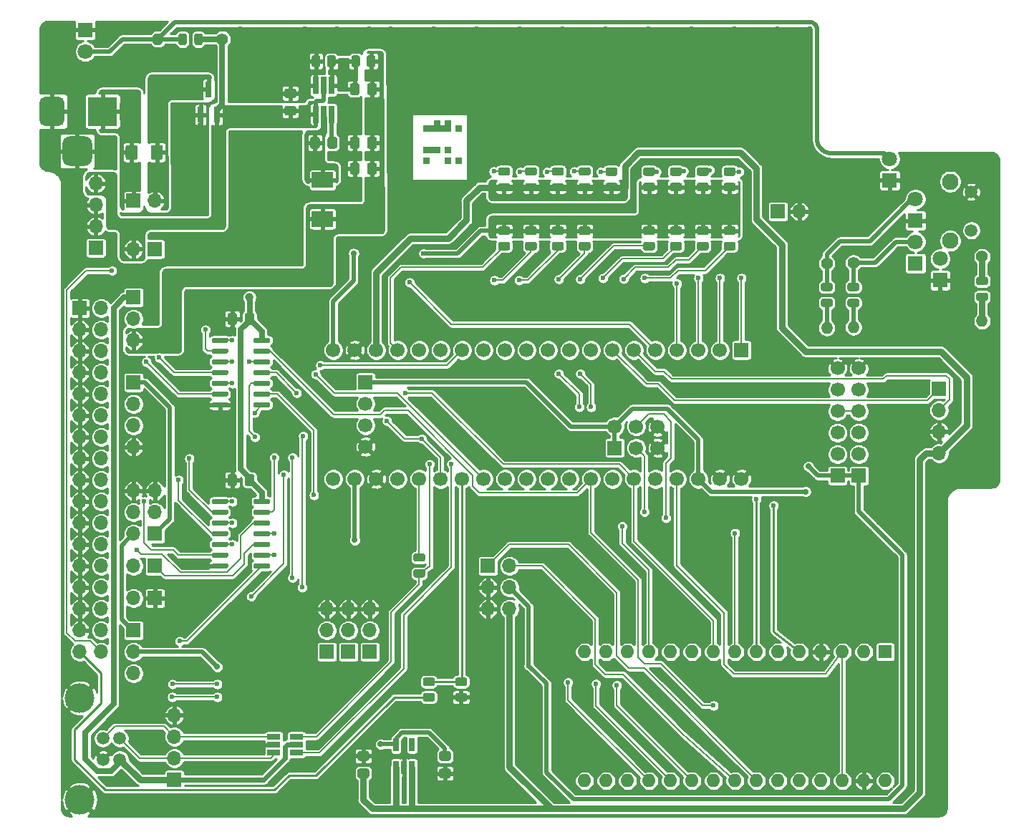
<source format=gbr>
G04 #@! TF.GenerationSoftware,KiCad,Pcbnew,(5.1.9)-1*
G04 #@! TF.CreationDate,2021-06-02T08:08:49+01:00*
G04 #@! TF.ProjectId,Greaseweazle F1 Plus Gotek,47726561-7365-4776-9561-7a6c65204631,1*
G04 #@! TF.SameCoordinates,PX6312cb0PY6bcb370*
G04 #@! TF.FileFunction,Copper,L1,Top*
G04 #@! TF.FilePolarity,Positive*
%FSLAX46Y46*%
G04 Gerber Fmt 4.6, Leading zero omitted, Abs format (unit mm)*
G04 Created by KiCad (PCBNEW (5.1.9)-1) date 2021-06-02 08:08:49*
%MOMM*%
%LPD*%
G01*
G04 APERTURE LIST*
G04 #@! TA.AperFunction,EtchedComponent*
%ADD10C,0.100000*%
G04 #@! TD*
G04 #@! TA.AperFunction,ComponentPad*
%ADD11C,1.800000*%
G04 #@! TD*
G04 #@! TA.AperFunction,ComponentPad*
%ADD12R,1.800000X1.800000*%
G04 #@! TD*
G04 #@! TA.AperFunction,ComponentPad*
%ADD13C,1.700000*%
G04 #@! TD*
G04 #@! TA.AperFunction,ComponentPad*
%ADD14R,1.700000X1.700000*%
G04 #@! TD*
G04 #@! TA.AperFunction,SMDPad,CuDef*
%ADD15R,0.650000X2.000000*%
G04 #@! TD*
G04 #@! TA.AperFunction,SMDPad,CuDef*
%ADD16R,1.560000X0.650000*%
G04 #@! TD*
G04 #@! TA.AperFunction,SMDPad,CuDef*
%ADD17R,0.800000X1.900000*%
G04 #@! TD*
G04 #@! TA.AperFunction,ComponentPad*
%ADD18O,1.700000X1.700000*%
G04 #@! TD*
G04 #@! TA.AperFunction,ComponentPad*
%ADD19C,5.000000*%
G04 #@! TD*
G04 #@! TA.AperFunction,ComponentPad*
%ADD20C,1.400000*%
G04 #@! TD*
G04 #@! TA.AperFunction,ComponentPad*
%ADD21O,1.400000X1.400000*%
G04 #@! TD*
G04 #@! TA.AperFunction,SMDPad,CuDef*
%ADD22R,2.500000X1.900000*%
G04 #@! TD*
G04 #@! TA.AperFunction,SMDPad,CuDef*
%ADD23R,0.650000X1.560000*%
G04 #@! TD*
G04 #@! TA.AperFunction,ComponentPad*
%ADD24R,1.600000X1.600000*%
G04 #@! TD*
G04 #@! TA.AperFunction,ComponentPad*
%ADD25O,1.600000X1.600000*%
G04 #@! TD*
G04 #@! TA.AperFunction,ComponentPad*
%ADD26C,1.501140*%
G04 #@! TD*
G04 #@! TA.AperFunction,ComponentPad*
%ADD27C,3.500120*%
G04 #@! TD*
G04 #@! TA.AperFunction,ComponentPad*
%ADD28R,3.500000X3.500000*%
G04 #@! TD*
G04 #@! TA.AperFunction,ComponentPad*
%ADD29C,1.950000*%
G04 #@! TD*
G04 #@! TA.AperFunction,ComponentPad*
%ADD30C,1.508000*%
G04 #@! TD*
G04 #@! TA.AperFunction,ViaPad*
%ADD31C,0.600000*%
G04 #@! TD*
G04 #@! TA.AperFunction,ViaPad*
%ADD32C,0.700000*%
G04 #@! TD*
G04 #@! TA.AperFunction,ViaPad*
%ADD33C,1.000000*%
G04 #@! TD*
G04 #@! TA.AperFunction,Conductor*
%ADD34C,0.500000*%
G04 #@! TD*
G04 #@! TA.AperFunction,Conductor*
%ADD35C,0.750000*%
G04 #@! TD*
G04 #@! TA.AperFunction,Conductor*
%ADD36C,0.700000*%
G04 #@! TD*
G04 #@! TA.AperFunction,Conductor*
%ADD37C,0.200000*%
G04 #@! TD*
G04 #@! TA.AperFunction,Conductor*
%ADD38C,0.250000*%
G04 #@! TD*
G04 #@! TA.AperFunction,Conductor*
%ADD39C,0.600000*%
G04 #@! TD*
G04 #@! TA.AperFunction,Conductor*
%ADD40C,0.254000*%
G04 #@! TD*
G04 #@! TA.AperFunction,Conductor*
%ADD41C,0.100000*%
G04 #@! TD*
G04 APERTURE END LIST*
D10*
G36*
X35179000Y57785000D02*
G01*
X34544000Y57785000D01*
X34544000Y58420000D01*
X35179000Y58420000D01*
X35179000Y57785000D01*
G37*
X35179000Y57785000D02*
X34544000Y57785000D01*
X34544000Y58420000D01*
X35179000Y58420000D01*
X35179000Y57785000D01*
G36*
X37719000Y57785000D02*
G01*
X37084000Y57785000D01*
X37084000Y58420000D01*
X37719000Y58420000D01*
X37719000Y57785000D01*
G37*
X37719000Y57785000D02*
X37084000Y57785000D01*
X37084000Y58420000D01*
X37719000Y58420000D01*
X37719000Y57785000D01*
G36*
X37719000Y59055000D02*
G01*
X37084000Y59055000D01*
X37084000Y59690000D01*
X37719000Y59690000D01*
X37719000Y59055000D01*
G37*
X37719000Y59055000D02*
X37084000Y59055000D01*
X37084000Y59690000D01*
X37719000Y59690000D01*
X37719000Y59055000D01*
G36*
X36449000Y59055000D02*
G01*
X35814000Y59055000D01*
X35814000Y59690000D01*
X36449000Y59690000D01*
X36449000Y59055000D01*
G37*
X36449000Y59055000D02*
X35814000Y59055000D01*
X35814000Y59690000D01*
X36449000Y59690000D01*
X36449000Y59055000D01*
G36*
X35814000Y59055000D02*
G01*
X35179000Y59055000D01*
X35179000Y59690000D01*
X35814000Y59690000D01*
X35814000Y59055000D01*
G37*
X35814000Y59055000D02*
X35179000Y59055000D01*
X35179000Y59690000D01*
X35814000Y59690000D01*
X35814000Y59055000D01*
G36*
X35179000Y59055000D02*
G01*
X34544000Y59055000D01*
X34544000Y59690000D01*
X35179000Y59690000D01*
X35179000Y59055000D01*
G37*
X35179000Y59055000D02*
X34544000Y59055000D01*
X34544000Y59690000D01*
X35179000Y59690000D01*
X35179000Y59055000D01*
G36*
X35179000Y61595000D02*
G01*
X34544000Y61595000D01*
X34544000Y62230000D01*
X35179000Y62230000D01*
X35179000Y61595000D01*
G37*
X35179000Y61595000D02*
X34544000Y61595000D01*
X34544000Y62230000D01*
X35179000Y62230000D01*
X35179000Y61595000D01*
G36*
X35814000Y61595000D02*
G01*
X35179000Y61595000D01*
X35179000Y62230000D01*
X35814000Y62230000D01*
X35814000Y61595000D01*
G37*
X35814000Y61595000D02*
X35179000Y61595000D01*
X35179000Y62230000D01*
X35814000Y62230000D01*
X35814000Y61595000D01*
G36*
X36449000Y62230000D02*
G01*
X35814000Y62230000D01*
X35814000Y62865000D01*
X36449000Y62865000D01*
X36449000Y62230000D01*
G37*
X36449000Y62230000D02*
X35814000Y62230000D01*
X35814000Y62865000D01*
X36449000Y62865000D01*
X36449000Y62230000D01*
G36*
X36449000Y61595000D02*
G01*
X35814000Y61595000D01*
X35814000Y62230000D01*
X36449000Y62230000D01*
X36449000Y61595000D01*
G37*
X36449000Y61595000D02*
X35814000Y61595000D01*
X35814000Y62230000D01*
X36449000Y62230000D01*
X36449000Y61595000D01*
G36*
X37084000Y61595000D02*
G01*
X36449000Y61595000D01*
X36449000Y62230000D01*
X37084000Y62230000D01*
X37084000Y61595000D01*
G37*
X37084000Y61595000D02*
X36449000Y61595000D01*
X36449000Y62230000D01*
X37084000Y62230000D01*
X37084000Y61595000D01*
G36*
X37719000Y61595000D02*
G01*
X37084000Y61595000D01*
X37084000Y62230000D01*
X37719000Y62230000D01*
X37719000Y61595000D01*
G37*
X37719000Y61595000D02*
X37084000Y61595000D01*
X37084000Y62230000D01*
X37719000Y62230000D01*
X37719000Y61595000D01*
G36*
X37719000Y62230000D02*
G01*
X37084000Y62230000D01*
X37084000Y62865000D01*
X37719000Y62865000D01*
X37719000Y62230000D01*
G37*
X37719000Y62230000D02*
X37084000Y62230000D01*
X37084000Y62865000D01*
X37719000Y62865000D01*
X37719000Y62230000D01*
G36*
X38989000Y57785000D02*
G01*
X38354000Y57785000D01*
X38354000Y58420000D01*
X38989000Y58420000D01*
X38989000Y57785000D01*
G37*
X38989000Y57785000D02*
X38354000Y57785000D01*
X38354000Y58420000D01*
X38989000Y58420000D01*
X38989000Y57785000D01*
G36*
X38989000Y61595000D02*
G01*
X38354000Y61595000D01*
X38354000Y62230000D01*
X38989000Y62230000D01*
X38989000Y61595000D01*
G37*
X38989000Y61595000D02*
X38354000Y61595000D01*
X38354000Y62230000D01*
X38989000Y62230000D01*
X38989000Y61595000D01*
D11*
X89662000Y58293000D03*
D12*
X89662000Y55753000D03*
G04 #@! TA.AperFunction,SMDPad,CuDef*
G36*
G01*
X43618998Y48495000D02*
X44519002Y48495000D01*
G75*
G02*
X44769000Y48245002I0J-249998D01*
G01*
X44769000Y47719998D01*
G75*
G02*
X44519002Y47470000I-249998J0D01*
G01*
X43618998Y47470000D01*
G75*
G02*
X43369000Y47719998I0J249998D01*
G01*
X43369000Y48245002D01*
G75*
G02*
X43618998Y48495000I249998J0D01*
G01*
G37*
G04 #@! TD.AperFunction*
G04 #@! TA.AperFunction,SMDPad,CuDef*
G36*
G01*
X43618998Y50320000D02*
X44519002Y50320000D01*
G75*
G02*
X44769000Y50070002I0J-249998D01*
G01*
X44769000Y49544998D01*
G75*
G02*
X44519002Y49295000I-249998J0D01*
G01*
X43618998Y49295000D01*
G75*
G02*
X43369000Y49544998I0J249998D01*
G01*
X43369000Y50070002D01*
G75*
G02*
X43618998Y50320000I249998J0D01*
G01*
G37*
G04 #@! TD.AperFunction*
G04 #@! TA.AperFunction,SMDPad,CuDef*
G36*
G01*
X60763998Y48495000D02*
X61664002Y48495000D01*
G75*
G02*
X61914000Y48245002I0J-249998D01*
G01*
X61914000Y47719998D01*
G75*
G02*
X61664002Y47470000I-249998J0D01*
G01*
X60763998Y47470000D01*
G75*
G02*
X60514000Y47719998I0J249998D01*
G01*
X60514000Y48245002D01*
G75*
G02*
X60763998Y48495000I249998J0D01*
G01*
G37*
G04 #@! TD.AperFunction*
G04 #@! TA.AperFunction,SMDPad,CuDef*
G36*
G01*
X60763998Y50320000D02*
X61664002Y50320000D01*
G75*
G02*
X61914000Y50070002I0J-249998D01*
G01*
X61914000Y49544998D01*
G75*
G02*
X61664002Y49295000I-249998J0D01*
G01*
X60763998Y49295000D01*
G75*
G02*
X60514000Y49544998I0J249998D01*
G01*
X60514000Y50070002D01*
G75*
G02*
X60763998Y50320000I249998J0D01*
G01*
G37*
G04 #@! TD.AperFunction*
G04 #@! TA.AperFunction,SMDPad,CuDef*
G36*
G01*
X46793998Y48495000D02*
X47694002Y48495000D01*
G75*
G02*
X47944000Y48245002I0J-249998D01*
G01*
X47944000Y47719998D01*
G75*
G02*
X47694002Y47470000I-249998J0D01*
G01*
X46793998Y47470000D01*
G75*
G02*
X46544000Y47719998I0J249998D01*
G01*
X46544000Y48245002D01*
G75*
G02*
X46793998Y48495000I249998J0D01*
G01*
G37*
G04 #@! TD.AperFunction*
G04 #@! TA.AperFunction,SMDPad,CuDef*
G36*
G01*
X46793998Y50320000D02*
X47694002Y50320000D01*
G75*
G02*
X47944000Y50070002I0J-249998D01*
G01*
X47944000Y49544998D01*
G75*
G02*
X47694002Y49295000I-249998J0D01*
G01*
X46793998Y49295000D01*
G75*
G02*
X46544000Y49544998I0J249998D01*
G01*
X46544000Y50070002D01*
G75*
G02*
X46793998Y50320000I249998J0D01*
G01*
G37*
G04 #@! TD.AperFunction*
G04 #@! TA.AperFunction,SMDPad,CuDef*
G36*
G01*
X70288998Y48495000D02*
X71189002Y48495000D01*
G75*
G02*
X71439000Y48245002I0J-249998D01*
G01*
X71439000Y47719998D01*
G75*
G02*
X71189002Y47470000I-249998J0D01*
G01*
X70288998Y47470000D01*
G75*
G02*
X70039000Y47719998I0J249998D01*
G01*
X70039000Y48245002D01*
G75*
G02*
X70288998Y48495000I249998J0D01*
G01*
G37*
G04 #@! TD.AperFunction*
G04 #@! TA.AperFunction,SMDPad,CuDef*
G36*
G01*
X70288998Y50320000D02*
X71189002Y50320000D01*
G75*
G02*
X71439000Y50070002I0J-249998D01*
G01*
X71439000Y49544998D01*
G75*
G02*
X71189002Y49295000I-249998J0D01*
G01*
X70288998Y49295000D01*
G75*
G02*
X70039000Y49544998I0J249998D01*
G01*
X70039000Y50070002D01*
G75*
G02*
X70288998Y50320000I249998J0D01*
G01*
G37*
G04 #@! TD.AperFunction*
G04 #@! TA.AperFunction,SMDPad,CuDef*
G36*
G01*
X53143998Y48495000D02*
X54044002Y48495000D01*
G75*
G02*
X54294000Y48245002I0J-249998D01*
G01*
X54294000Y47719998D01*
G75*
G02*
X54044002Y47470000I-249998J0D01*
G01*
X53143998Y47470000D01*
G75*
G02*
X52894000Y47719998I0J249998D01*
G01*
X52894000Y48245002D01*
G75*
G02*
X53143998Y48495000I249998J0D01*
G01*
G37*
G04 #@! TD.AperFunction*
G04 #@! TA.AperFunction,SMDPad,CuDef*
G36*
G01*
X53143998Y50320000D02*
X54044002Y50320000D01*
G75*
G02*
X54294000Y50070002I0J-249998D01*
G01*
X54294000Y49544998D01*
G75*
G02*
X54044002Y49295000I-249998J0D01*
G01*
X53143998Y49295000D01*
G75*
G02*
X52894000Y49544998I0J249998D01*
G01*
X52894000Y50070002D01*
G75*
G02*
X53143998Y50320000I249998J0D01*
G01*
G37*
G04 #@! TD.AperFunction*
G04 #@! TA.AperFunction,SMDPad,CuDef*
G36*
G01*
X63938998Y48495000D02*
X64839002Y48495000D01*
G75*
G02*
X65089000Y48245002I0J-249998D01*
G01*
X65089000Y47719998D01*
G75*
G02*
X64839002Y47470000I-249998J0D01*
G01*
X63938998Y47470000D01*
G75*
G02*
X63689000Y47719998I0J249998D01*
G01*
X63689000Y48245002D01*
G75*
G02*
X63938998Y48495000I249998J0D01*
G01*
G37*
G04 #@! TD.AperFunction*
G04 #@! TA.AperFunction,SMDPad,CuDef*
G36*
G01*
X63938998Y50320000D02*
X64839002Y50320000D01*
G75*
G02*
X65089000Y50070002I0J-249998D01*
G01*
X65089000Y49544998D01*
G75*
G02*
X64839002Y49295000I-249998J0D01*
G01*
X63938998Y49295000D01*
G75*
G02*
X63689000Y49544998I0J249998D01*
G01*
X63689000Y50070002D01*
G75*
G02*
X63938998Y50320000I249998J0D01*
G01*
G37*
G04 #@! TD.AperFunction*
G04 #@! TA.AperFunction,SMDPad,CuDef*
G36*
G01*
X67113998Y48495000D02*
X68014002Y48495000D01*
G75*
G02*
X68264000Y48245002I0J-249998D01*
G01*
X68264000Y47719998D01*
G75*
G02*
X68014002Y47470000I-249998J0D01*
G01*
X67113998Y47470000D01*
G75*
G02*
X66864000Y47719998I0J249998D01*
G01*
X66864000Y48245002D01*
G75*
G02*
X67113998Y48495000I249998J0D01*
G01*
G37*
G04 #@! TD.AperFunction*
G04 #@! TA.AperFunction,SMDPad,CuDef*
G36*
G01*
X67113998Y50320000D02*
X68014002Y50320000D01*
G75*
G02*
X68264000Y50070002I0J-249998D01*
G01*
X68264000Y49544998D01*
G75*
G02*
X68014002Y49295000I-249998J0D01*
G01*
X67113998Y49295000D01*
G75*
G02*
X66864000Y49544998I0J249998D01*
G01*
X66864000Y50070002D01*
G75*
G02*
X67113998Y50320000I249998J0D01*
G01*
G37*
G04 #@! TD.AperFunction*
G04 #@! TA.AperFunction,SMDPad,CuDef*
G36*
G01*
X71189002Y56280000D02*
X70288998Y56280000D01*
G75*
G02*
X70039000Y56529998I0J249998D01*
G01*
X70039000Y57055002D01*
G75*
G02*
X70288998Y57305000I249998J0D01*
G01*
X71189002Y57305000D01*
G75*
G02*
X71439000Y57055002I0J-249998D01*
G01*
X71439000Y56529998D01*
G75*
G02*
X71189002Y56280000I-249998J0D01*
G01*
G37*
G04 #@! TD.AperFunction*
G04 #@! TA.AperFunction,SMDPad,CuDef*
G36*
G01*
X71189002Y54455000D02*
X70288998Y54455000D01*
G75*
G02*
X70039000Y54704998I0J249998D01*
G01*
X70039000Y55230002D01*
G75*
G02*
X70288998Y55480000I249998J0D01*
G01*
X71189002Y55480000D01*
G75*
G02*
X71439000Y55230002I0J-249998D01*
G01*
X71439000Y54704998D01*
G75*
G02*
X71189002Y54455000I-249998J0D01*
G01*
G37*
G04 #@! TD.AperFunction*
G04 #@! TA.AperFunction,SMDPad,CuDef*
G36*
G01*
X68014002Y56280000D02*
X67113998Y56280000D01*
G75*
G02*
X66864000Y56529998I0J249998D01*
G01*
X66864000Y57055002D01*
G75*
G02*
X67113998Y57305000I249998J0D01*
G01*
X68014002Y57305000D01*
G75*
G02*
X68264000Y57055002I0J-249998D01*
G01*
X68264000Y56529998D01*
G75*
G02*
X68014002Y56280000I-249998J0D01*
G01*
G37*
G04 #@! TD.AperFunction*
G04 #@! TA.AperFunction,SMDPad,CuDef*
G36*
G01*
X68014002Y54455000D02*
X67113998Y54455000D01*
G75*
G02*
X66864000Y54704998I0J249998D01*
G01*
X66864000Y55230002D01*
G75*
G02*
X67113998Y55480000I249998J0D01*
G01*
X68014002Y55480000D01*
G75*
G02*
X68264000Y55230002I0J-249998D01*
G01*
X68264000Y54704998D01*
G75*
G02*
X68014002Y54455000I-249998J0D01*
G01*
G37*
G04 #@! TD.AperFunction*
G04 #@! TA.AperFunction,SMDPad,CuDef*
G36*
G01*
X61664002Y56280000D02*
X60763998Y56280000D01*
G75*
G02*
X60514000Y56529998I0J249998D01*
G01*
X60514000Y57055002D01*
G75*
G02*
X60763998Y57305000I249998J0D01*
G01*
X61664002Y57305000D01*
G75*
G02*
X61914000Y57055002I0J-249998D01*
G01*
X61914000Y56529998D01*
G75*
G02*
X61664002Y56280000I-249998J0D01*
G01*
G37*
G04 #@! TD.AperFunction*
G04 #@! TA.AperFunction,SMDPad,CuDef*
G36*
G01*
X61664002Y54455000D02*
X60763998Y54455000D01*
G75*
G02*
X60514000Y54704998I0J249998D01*
G01*
X60514000Y55230002D01*
G75*
G02*
X60763998Y55480000I249998J0D01*
G01*
X61664002Y55480000D01*
G75*
G02*
X61914000Y55230002I0J-249998D01*
G01*
X61914000Y54704998D01*
G75*
G02*
X61664002Y54455000I-249998J0D01*
G01*
G37*
G04 #@! TD.AperFunction*
G04 #@! TA.AperFunction,SMDPad,CuDef*
G36*
G01*
X64839002Y56280000D02*
X63938998Y56280000D01*
G75*
G02*
X63689000Y56529998I0J249998D01*
G01*
X63689000Y57055002D01*
G75*
G02*
X63938998Y57305000I249998J0D01*
G01*
X64839002Y57305000D01*
G75*
G02*
X65089000Y57055002I0J-249998D01*
G01*
X65089000Y56529998D01*
G75*
G02*
X64839002Y56280000I-249998J0D01*
G01*
G37*
G04 #@! TD.AperFunction*
G04 #@! TA.AperFunction,SMDPad,CuDef*
G36*
G01*
X64839002Y54455000D02*
X63938998Y54455000D01*
G75*
G02*
X63689000Y54704998I0J249998D01*
G01*
X63689000Y55230002D01*
G75*
G02*
X63938998Y55480000I249998J0D01*
G01*
X64839002Y55480000D01*
G75*
G02*
X65089000Y55230002I0J-249998D01*
G01*
X65089000Y54704998D01*
G75*
G02*
X64839002Y54455000I-249998J0D01*
G01*
G37*
G04 #@! TD.AperFunction*
G04 #@! TA.AperFunction,SMDPad,CuDef*
G36*
G01*
X49968998Y48495000D02*
X50869002Y48495000D01*
G75*
G02*
X51119000Y48245002I0J-249998D01*
G01*
X51119000Y47719998D01*
G75*
G02*
X50869002Y47470000I-249998J0D01*
G01*
X49968998Y47470000D01*
G75*
G02*
X49719000Y47719998I0J249998D01*
G01*
X49719000Y48245002D01*
G75*
G02*
X49968998Y48495000I249998J0D01*
G01*
G37*
G04 #@! TD.AperFunction*
G04 #@! TA.AperFunction,SMDPad,CuDef*
G36*
G01*
X49968998Y50320000D02*
X50869002Y50320000D01*
G75*
G02*
X51119000Y50070002I0J-249998D01*
G01*
X51119000Y49544998D01*
G75*
G02*
X50869002Y49295000I-249998J0D01*
G01*
X49968998Y49295000D01*
G75*
G02*
X49719000Y49544998I0J249998D01*
G01*
X49719000Y50070002D01*
G75*
G02*
X49968998Y50320000I249998J0D01*
G01*
G37*
G04 #@! TD.AperFunction*
G04 #@! TA.AperFunction,SMDPad,CuDef*
G36*
G01*
X57219002Y56280000D02*
X56318998Y56280000D01*
G75*
G02*
X56069000Y56529998I0J249998D01*
G01*
X56069000Y57055002D01*
G75*
G02*
X56318998Y57305000I249998J0D01*
G01*
X57219002Y57305000D01*
G75*
G02*
X57469000Y57055002I0J-249998D01*
G01*
X57469000Y56529998D01*
G75*
G02*
X57219002Y56280000I-249998J0D01*
G01*
G37*
G04 #@! TD.AperFunction*
G04 #@! TA.AperFunction,SMDPad,CuDef*
G36*
G01*
X57219002Y54455000D02*
X56318998Y54455000D01*
G75*
G02*
X56069000Y54704998I0J249998D01*
G01*
X56069000Y55230002D01*
G75*
G02*
X56318998Y55480000I249998J0D01*
G01*
X57219002Y55480000D01*
G75*
G02*
X57469000Y55230002I0J-249998D01*
G01*
X57469000Y54704998D01*
G75*
G02*
X57219002Y54455000I-249998J0D01*
G01*
G37*
G04 #@! TD.AperFunction*
G04 #@! TA.AperFunction,SMDPad,CuDef*
G36*
G01*
X14454000Y36680000D02*
X14454000Y36980000D01*
G75*
G02*
X14604000Y37130000I150000J0D01*
G01*
X16254000Y37130000D01*
G75*
G02*
X16404000Y36980000I0J-150000D01*
G01*
X16404000Y36680000D01*
G75*
G02*
X16254000Y36530000I-150000J0D01*
G01*
X14604000Y36530000D01*
G75*
G02*
X14454000Y36680000I0J150000D01*
G01*
G37*
G04 #@! TD.AperFunction*
G04 #@! TA.AperFunction,SMDPad,CuDef*
G36*
G01*
X14454000Y35410000D02*
X14454000Y35710000D01*
G75*
G02*
X14604000Y35860000I150000J0D01*
G01*
X16254000Y35860000D01*
G75*
G02*
X16404000Y35710000I0J-150000D01*
G01*
X16404000Y35410000D01*
G75*
G02*
X16254000Y35260000I-150000J0D01*
G01*
X14604000Y35260000D01*
G75*
G02*
X14454000Y35410000I0J150000D01*
G01*
G37*
G04 #@! TD.AperFunction*
G04 #@! TA.AperFunction,SMDPad,CuDef*
G36*
G01*
X14454000Y34140000D02*
X14454000Y34440000D01*
G75*
G02*
X14604000Y34590000I150000J0D01*
G01*
X16254000Y34590000D01*
G75*
G02*
X16404000Y34440000I0J-150000D01*
G01*
X16404000Y34140000D01*
G75*
G02*
X16254000Y33990000I-150000J0D01*
G01*
X14604000Y33990000D01*
G75*
G02*
X14454000Y34140000I0J150000D01*
G01*
G37*
G04 #@! TD.AperFunction*
G04 #@! TA.AperFunction,SMDPad,CuDef*
G36*
G01*
X14454000Y32870000D02*
X14454000Y33170000D01*
G75*
G02*
X14604000Y33320000I150000J0D01*
G01*
X16254000Y33320000D01*
G75*
G02*
X16404000Y33170000I0J-150000D01*
G01*
X16404000Y32870000D01*
G75*
G02*
X16254000Y32720000I-150000J0D01*
G01*
X14604000Y32720000D01*
G75*
G02*
X14454000Y32870000I0J150000D01*
G01*
G37*
G04 #@! TD.AperFunction*
G04 #@! TA.AperFunction,SMDPad,CuDef*
G36*
G01*
X14454000Y31600000D02*
X14454000Y31900000D01*
G75*
G02*
X14604000Y32050000I150000J0D01*
G01*
X16254000Y32050000D01*
G75*
G02*
X16404000Y31900000I0J-150000D01*
G01*
X16404000Y31600000D01*
G75*
G02*
X16254000Y31450000I-150000J0D01*
G01*
X14604000Y31450000D01*
G75*
G02*
X14454000Y31600000I0J150000D01*
G01*
G37*
G04 #@! TD.AperFunction*
G04 #@! TA.AperFunction,SMDPad,CuDef*
G36*
G01*
X14454000Y30330000D02*
X14454000Y30630000D01*
G75*
G02*
X14604000Y30780000I150000J0D01*
G01*
X16254000Y30780000D01*
G75*
G02*
X16404000Y30630000I0J-150000D01*
G01*
X16404000Y30330000D01*
G75*
G02*
X16254000Y30180000I-150000J0D01*
G01*
X14604000Y30180000D01*
G75*
G02*
X14454000Y30330000I0J150000D01*
G01*
G37*
G04 #@! TD.AperFunction*
G04 #@! TA.AperFunction,SMDPad,CuDef*
G36*
G01*
X14454000Y29060000D02*
X14454000Y29360000D01*
G75*
G02*
X14604000Y29510000I150000J0D01*
G01*
X16254000Y29510000D01*
G75*
G02*
X16404000Y29360000I0J-150000D01*
G01*
X16404000Y29060000D01*
G75*
G02*
X16254000Y28910000I-150000J0D01*
G01*
X14604000Y28910000D01*
G75*
G02*
X14454000Y29060000I0J150000D01*
G01*
G37*
G04 #@! TD.AperFunction*
G04 #@! TA.AperFunction,SMDPad,CuDef*
G36*
G01*
X9504000Y29060000D02*
X9504000Y29360000D01*
G75*
G02*
X9654000Y29510000I150000J0D01*
G01*
X11304000Y29510000D01*
G75*
G02*
X11454000Y29360000I0J-150000D01*
G01*
X11454000Y29060000D01*
G75*
G02*
X11304000Y28910000I-150000J0D01*
G01*
X9654000Y28910000D01*
G75*
G02*
X9504000Y29060000I0J150000D01*
G01*
G37*
G04 #@! TD.AperFunction*
G04 #@! TA.AperFunction,SMDPad,CuDef*
G36*
G01*
X9504000Y30330000D02*
X9504000Y30630000D01*
G75*
G02*
X9654000Y30780000I150000J0D01*
G01*
X11304000Y30780000D01*
G75*
G02*
X11454000Y30630000I0J-150000D01*
G01*
X11454000Y30330000D01*
G75*
G02*
X11304000Y30180000I-150000J0D01*
G01*
X9654000Y30180000D01*
G75*
G02*
X9504000Y30330000I0J150000D01*
G01*
G37*
G04 #@! TD.AperFunction*
G04 #@! TA.AperFunction,SMDPad,CuDef*
G36*
G01*
X9504000Y31600000D02*
X9504000Y31900000D01*
G75*
G02*
X9654000Y32050000I150000J0D01*
G01*
X11304000Y32050000D01*
G75*
G02*
X11454000Y31900000I0J-150000D01*
G01*
X11454000Y31600000D01*
G75*
G02*
X11304000Y31450000I-150000J0D01*
G01*
X9654000Y31450000D01*
G75*
G02*
X9504000Y31600000I0J150000D01*
G01*
G37*
G04 #@! TD.AperFunction*
G04 #@! TA.AperFunction,SMDPad,CuDef*
G36*
G01*
X9504000Y32870000D02*
X9504000Y33170000D01*
G75*
G02*
X9654000Y33320000I150000J0D01*
G01*
X11304000Y33320000D01*
G75*
G02*
X11454000Y33170000I0J-150000D01*
G01*
X11454000Y32870000D01*
G75*
G02*
X11304000Y32720000I-150000J0D01*
G01*
X9654000Y32720000D01*
G75*
G02*
X9504000Y32870000I0J150000D01*
G01*
G37*
G04 #@! TD.AperFunction*
G04 #@! TA.AperFunction,SMDPad,CuDef*
G36*
G01*
X9504000Y34140000D02*
X9504000Y34440000D01*
G75*
G02*
X9654000Y34590000I150000J0D01*
G01*
X11304000Y34590000D01*
G75*
G02*
X11454000Y34440000I0J-150000D01*
G01*
X11454000Y34140000D01*
G75*
G02*
X11304000Y33990000I-150000J0D01*
G01*
X9654000Y33990000D01*
G75*
G02*
X9504000Y34140000I0J150000D01*
G01*
G37*
G04 #@! TD.AperFunction*
G04 #@! TA.AperFunction,SMDPad,CuDef*
G36*
G01*
X9504000Y35410000D02*
X9504000Y35710000D01*
G75*
G02*
X9654000Y35860000I150000J0D01*
G01*
X11304000Y35860000D01*
G75*
G02*
X11454000Y35710000I0J-150000D01*
G01*
X11454000Y35410000D01*
G75*
G02*
X11304000Y35260000I-150000J0D01*
G01*
X9654000Y35260000D01*
G75*
G02*
X9504000Y35410000I0J150000D01*
G01*
G37*
G04 #@! TD.AperFunction*
G04 #@! TA.AperFunction,SMDPad,CuDef*
G36*
G01*
X9504000Y36680000D02*
X9504000Y36980000D01*
G75*
G02*
X9654000Y37130000I150000J0D01*
G01*
X11304000Y37130000D01*
G75*
G02*
X11454000Y36980000I0J-150000D01*
G01*
X11454000Y36680000D01*
G75*
G02*
X11304000Y36530000I-150000J0D01*
G01*
X9654000Y36530000D01*
G75*
G02*
X9504000Y36680000I0J150000D01*
G01*
G37*
G04 #@! TD.AperFunction*
G04 #@! TA.AperFunction,SMDPad,CuDef*
G36*
G01*
X12504000Y20770001D02*
X12504000Y19869999D01*
G75*
G02*
X12254001Y19620000I-249999J0D01*
G01*
X11603999Y19620000D01*
G75*
G02*
X11354000Y19869999I0J249999D01*
G01*
X11354000Y20770001D01*
G75*
G02*
X11603999Y21020000I249999J0D01*
G01*
X12254001Y21020000D01*
G75*
G02*
X12504000Y20770001I0J-249999D01*
G01*
G37*
G04 #@! TD.AperFunction*
G04 #@! TA.AperFunction,SMDPad,CuDef*
G36*
G01*
X14554000Y20770001D02*
X14554000Y19869999D01*
G75*
G02*
X14304001Y19620000I-249999J0D01*
G01*
X13653999Y19620000D01*
G75*
G02*
X13404000Y19869999I0J249999D01*
G01*
X13404000Y20770001D01*
G75*
G02*
X13653999Y21020000I249999J0D01*
G01*
X14304001Y21020000D01*
G75*
G02*
X14554000Y20770001I0J-249999D01*
G01*
G37*
G04 #@! TD.AperFunction*
G04 #@! TA.AperFunction,SMDPad,CuDef*
G36*
G01*
X12504000Y39820001D02*
X12504000Y38919999D01*
G75*
G02*
X12254001Y38670000I-249999J0D01*
G01*
X11603999Y38670000D01*
G75*
G02*
X11354000Y38919999I0J249999D01*
G01*
X11354000Y39820001D01*
G75*
G02*
X11603999Y40070000I249999J0D01*
G01*
X12254001Y40070000D01*
G75*
G02*
X12504000Y39820001I0J-249999D01*
G01*
G37*
G04 #@! TD.AperFunction*
G04 #@! TA.AperFunction,SMDPad,CuDef*
G36*
G01*
X14554000Y39820001D02*
X14554000Y38919999D01*
G75*
G02*
X14304001Y38670000I-249999J0D01*
G01*
X13653999Y38670000D01*
G75*
G02*
X13404000Y38919999I0J249999D01*
G01*
X13404000Y39820001D01*
G75*
G02*
X13653999Y40070000I249999J0D01*
G01*
X14304001Y40070000D01*
G75*
G02*
X14554000Y39820001I0J-249999D01*
G01*
G37*
G04 #@! TD.AperFunction*
G04 #@! TA.AperFunction,SMDPad,CuDef*
G36*
G01*
X14454000Y17630000D02*
X14454000Y17930000D01*
G75*
G02*
X14604000Y18080000I150000J0D01*
G01*
X16254000Y18080000D01*
G75*
G02*
X16404000Y17930000I0J-150000D01*
G01*
X16404000Y17630000D01*
G75*
G02*
X16254000Y17480000I-150000J0D01*
G01*
X14604000Y17480000D01*
G75*
G02*
X14454000Y17630000I0J150000D01*
G01*
G37*
G04 #@! TD.AperFunction*
G04 #@! TA.AperFunction,SMDPad,CuDef*
G36*
G01*
X14454000Y16360000D02*
X14454000Y16660000D01*
G75*
G02*
X14604000Y16810000I150000J0D01*
G01*
X16254000Y16810000D01*
G75*
G02*
X16404000Y16660000I0J-150000D01*
G01*
X16404000Y16360000D01*
G75*
G02*
X16254000Y16210000I-150000J0D01*
G01*
X14604000Y16210000D01*
G75*
G02*
X14454000Y16360000I0J150000D01*
G01*
G37*
G04 #@! TD.AperFunction*
G04 #@! TA.AperFunction,SMDPad,CuDef*
G36*
G01*
X14454000Y15090000D02*
X14454000Y15390000D01*
G75*
G02*
X14604000Y15540000I150000J0D01*
G01*
X16254000Y15540000D01*
G75*
G02*
X16404000Y15390000I0J-150000D01*
G01*
X16404000Y15090000D01*
G75*
G02*
X16254000Y14940000I-150000J0D01*
G01*
X14604000Y14940000D01*
G75*
G02*
X14454000Y15090000I0J150000D01*
G01*
G37*
G04 #@! TD.AperFunction*
G04 #@! TA.AperFunction,SMDPad,CuDef*
G36*
G01*
X14454000Y13820000D02*
X14454000Y14120000D01*
G75*
G02*
X14604000Y14270000I150000J0D01*
G01*
X16254000Y14270000D01*
G75*
G02*
X16404000Y14120000I0J-150000D01*
G01*
X16404000Y13820000D01*
G75*
G02*
X16254000Y13670000I-150000J0D01*
G01*
X14604000Y13670000D01*
G75*
G02*
X14454000Y13820000I0J150000D01*
G01*
G37*
G04 #@! TD.AperFunction*
G04 #@! TA.AperFunction,SMDPad,CuDef*
G36*
G01*
X14454000Y12550000D02*
X14454000Y12850000D01*
G75*
G02*
X14604000Y13000000I150000J0D01*
G01*
X16254000Y13000000D01*
G75*
G02*
X16404000Y12850000I0J-150000D01*
G01*
X16404000Y12550000D01*
G75*
G02*
X16254000Y12400000I-150000J0D01*
G01*
X14604000Y12400000D01*
G75*
G02*
X14454000Y12550000I0J150000D01*
G01*
G37*
G04 #@! TD.AperFunction*
G04 #@! TA.AperFunction,SMDPad,CuDef*
G36*
G01*
X14454000Y11280000D02*
X14454000Y11580000D01*
G75*
G02*
X14604000Y11730000I150000J0D01*
G01*
X16254000Y11730000D01*
G75*
G02*
X16404000Y11580000I0J-150000D01*
G01*
X16404000Y11280000D01*
G75*
G02*
X16254000Y11130000I-150000J0D01*
G01*
X14604000Y11130000D01*
G75*
G02*
X14454000Y11280000I0J150000D01*
G01*
G37*
G04 #@! TD.AperFunction*
G04 #@! TA.AperFunction,SMDPad,CuDef*
G36*
G01*
X14454000Y10010000D02*
X14454000Y10310000D01*
G75*
G02*
X14604000Y10460000I150000J0D01*
G01*
X16254000Y10460000D01*
G75*
G02*
X16404000Y10310000I0J-150000D01*
G01*
X16404000Y10010000D01*
G75*
G02*
X16254000Y9860000I-150000J0D01*
G01*
X14604000Y9860000D01*
G75*
G02*
X14454000Y10010000I0J150000D01*
G01*
G37*
G04 #@! TD.AperFunction*
G04 #@! TA.AperFunction,SMDPad,CuDef*
G36*
G01*
X9504000Y10010000D02*
X9504000Y10310000D01*
G75*
G02*
X9654000Y10460000I150000J0D01*
G01*
X11304000Y10460000D01*
G75*
G02*
X11454000Y10310000I0J-150000D01*
G01*
X11454000Y10010000D01*
G75*
G02*
X11304000Y9860000I-150000J0D01*
G01*
X9654000Y9860000D01*
G75*
G02*
X9504000Y10010000I0J150000D01*
G01*
G37*
G04 #@! TD.AperFunction*
G04 #@! TA.AperFunction,SMDPad,CuDef*
G36*
G01*
X9504000Y11280000D02*
X9504000Y11580000D01*
G75*
G02*
X9654000Y11730000I150000J0D01*
G01*
X11304000Y11730000D01*
G75*
G02*
X11454000Y11580000I0J-150000D01*
G01*
X11454000Y11280000D01*
G75*
G02*
X11304000Y11130000I-150000J0D01*
G01*
X9654000Y11130000D01*
G75*
G02*
X9504000Y11280000I0J150000D01*
G01*
G37*
G04 #@! TD.AperFunction*
G04 #@! TA.AperFunction,SMDPad,CuDef*
G36*
G01*
X9504000Y12550000D02*
X9504000Y12850000D01*
G75*
G02*
X9654000Y13000000I150000J0D01*
G01*
X11304000Y13000000D01*
G75*
G02*
X11454000Y12850000I0J-150000D01*
G01*
X11454000Y12550000D01*
G75*
G02*
X11304000Y12400000I-150000J0D01*
G01*
X9654000Y12400000D01*
G75*
G02*
X9504000Y12550000I0J150000D01*
G01*
G37*
G04 #@! TD.AperFunction*
G04 #@! TA.AperFunction,SMDPad,CuDef*
G36*
G01*
X9504000Y13820000D02*
X9504000Y14120000D01*
G75*
G02*
X9654000Y14270000I150000J0D01*
G01*
X11304000Y14270000D01*
G75*
G02*
X11454000Y14120000I0J-150000D01*
G01*
X11454000Y13820000D01*
G75*
G02*
X11304000Y13670000I-150000J0D01*
G01*
X9654000Y13670000D01*
G75*
G02*
X9504000Y13820000I0J150000D01*
G01*
G37*
G04 #@! TD.AperFunction*
G04 #@! TA.AperFunction,SMDPad,CuDef*
G36*
G01*
X9504000Y15090000D02*
X9504000Y15390000D01*
G75*
G02*
X9654000Y15540000I150000J0D01*
G01*
X11304000Y15540000D01*
G75*
G02*
X11454000Y15390000I0J-150000D01*
G01*
X11454000Y15090000D01*
G75*
G02*
X11304000Y14940000I-150000J0D01*
G01*
X9654000Y14940000D01*
G75*
G02*
X9504000Y15090000I0J150000D01*
G01*
G37*
G04 #@! TD.AperFunction*
G04 #@! TA.AperFunction,SMDPad,CuDef*
G36*
G01*
X9504000Y16360000D02*
X9504000Y16660000D01*
G75*
G02*
X9654000Y16810000I150000J0D01*
G01*
X11304000Y16810000D01*
G75*
G02*
X11454000Y16660000I0J-150000D01*
G01*
X11454000Y16360000D01*
G75*
G02*
X11304000Y16210000I-150000J0D01*
G01*
X9654000Y16210000D01*
G75*
G02*
X9504000Y16360000I0J150000D01*
G01*
G37*
G04 #@! TD.AperFunction*
G04 #@! TA.AperFunction,SMDPad,CuDef*
G36*
G01*
X9504000Y17630000D02*
X9504000Y17930000D01*
G75*
G02*
X9654000Y18080000I150000J0D01*
G01*
X11304000Y18080000D01*
G75*
G02*
X11454000Y17930000I0J-150000D01*
G01*
X11454000Y17630000D01*
G75*
G02*
X11304000Y17480000I-150000J0D01*
G01*
X9654000Y17480000D01*
G75*
G02*
X9504000Y17630000I0J150000D01*
G01*
G37*
G04 #@! TD.AperFunction*
G04 #@! TA.AperFunction,SMDPad,CuDef*
G36*
G01*
X35629002Y-4045000D02*
X34728998Y-4045000D01*
G75*
G02*
X34479000Y-3795002I0J249998D01*
G01*
X34479000Y-3269998D01*
G75*
G02*
X34728998Y-3020000I249998J0D01*
G01*
X35629002Y-3020000D01*
G75*
G02*
X35879000Y-3269998I0J-249998D01*
G01*
X35879000Y-3795002D01*
G75*
G02*
X35629002Y-4045000I-249998J0D01*
G01*
G37*
G04 #@! TD.AperFunction*
G04 #@! TA.AperFunction,SMDPad,CuDef*
G36*
G01*
X35629002Y-5870000D02*
X34728998Y-5870000D01*
G75*
G02*
X34479000Y-5620002I0J249998D01*
G01*
X34479000Y-5094998D01*
G75*
G02*
X34728998Y-4845000I249998J0D01*
G01*
X35629002Y-4845000D01*
G75*
G02*
X35879000Y-5094998I0J-249998D01*
G01*
X35879000Y-5620002D01*
G75*
G02*
X35629002Y-5870000I-249998J0D01*
G01*
G37*
G04 #@! TD.AperFunction*
G04 #@! TA.AperFunction,SMDPad,CuDef*
G36*
G01*
X39439002Y-4045000D02*
X38538998Y-4045000D01*
G75*
G02*
X38289000Y-3795002I0J249998D01*
G01*
X38289000Y-3269998D01*
G75*
G02*
X38538998Y-3020000I249998J0D01*
G01*
X39439002Y-3020000D01*
G75*
G02*
X39689000Y-3269998I0J-249998D01*
G01*
X39689000Y-3795002D01*
G75*
G02*
X39439002Y-4045000I-249998J0D01*
G01*
G37*
G04 #@! TD.AperFunction*
G04 #@! TA.AperFunction,SMDPad,CuDef*
G36*
G01*
X39439002Y-5870000D02*
X38538998Y-5870000D01*
G75*
G02*
X38289000Y-5620002I0J249998D01*
G01*
X38289000Y-5094998D01*
G75*
G02*
X38538998Y-4845000I249998J0D01*
G01*
X39439002Y-4845000D01*
G75*
G02*
X39689000Y-5094998I0J-249998D01*
G01*
X39689000Y-5620002D01*
G75*
G02*
X39439002Y-5870000I-249998J0D01*
G01*
G37*
G04 #@! TD.AperFunction*
D13*
X57150000Y26657300D03*
X59690000Y26657300D03*
X62230000Y26593800D03*
D14*
X57150000Y24117300D03*
D13*
X62230000Y24117300D03*
X59690000Y24117300D03*
X23876000Y35687000D03*
X23876000Y20447000D03*
X26416000Y35687000D03*
X26416000Y20447000D03*
X28956000Y35687000D03*
X28956000Y20447000D03*
X31496000Y35687000D03*
X31496000Y20447000D03*
X34036000Y35687000D03*
X34036000Y20447000D03*
X36576000Y35687000D03*
X36576000Y20447000D03*
X39116000Y35687000D03*
X39116000Y20447000D03*
X41656000Y35687000D03*
X41656000Y20447000D03*
X44196000Y35687000D03*
X44196000Y20447000D03*
X46736000Y35687000D03*
X46736000Y20447000D03*
X49276000Y35687000D03*
X49276000Y20447000D03*
X51816000Y35687000D03*
X51816000Y20447000D03*
X54356000Y35687000D03*
X54356000Y20447000D03*
X56896000Y35687000D03*
X56896000Y20447000D03*
X59436000Y35687000D03*
X59436000Y20447000D03*
X61976000Y35687000D03*
X61976000Y20447000D03*
X64516000Y35687000D03*
X64516000Y20447000D03*
X67056000Y35687000D03*
X67056000Y20447000D03*
X69596000Y35687000D03*
X69596000Y20447000D03*
D14*
X72136000Y35687000D03*
D13*
X72136000Y20447000D03*
X27686000Y24257000D03*
X27686000Y26797000D03*
X27686000Y29337000D03*
D14*
X27686000Y31877000D03*
G04 #@! TA.AperFunction,SMDPad,CuDef*
G36*
G01*
X749000Y59680000D02*
X749000Y58430000D01*
G75*
G02*
X499000Y58180000I-250000J0D01*
G01*
X-426000Y58180000D01*
G75*
G02*
X-676000Y58430000I0J250000D01*
G01*
X-676000Y59680000D01*
G75*
G02*
X-426000Y59930000I250000J0D01*
G01*
X499000Y59930000D01*
G75*
G02*
X749000Y59680000I0J-250000D01*
G01*
G37*
G04 #@! TD.AperFunction*
G04 #@! TA.AperFunction,SMDPad,CuDef*
G36*
G01*
X3724000Y59680000D02*
X3724000Y58430000D01*
G75*
G02*
X3474000Y58180000I-250000J0D01*
G01*
X2549000Y58180000D01*
G75*
G02*
X2299000Y58430000I0J250000D01*
G01*
X2299000Y59680000D01*
G75*
G02*
X2549000Y59930000I250000J0D01*
G01*
X3474000Y59930000D01*
G75*
G02*
X3724000Y59680000I0J-250000D01*
G01*
G37*
G04 #@! TD.AperFunction*
D13*
X83489800Y33528000D03*
X83489800Y30988000D03*
X83489800Y28448000D03*
X83489800Y25908000D03*
X83489800Y23368000D03*
D14*
X83489800Y20828000D03*
D15*
X23683000Y63568000D03*
X22733000Y63568000D03*
X21783000Y63568000D03*
X21783000Y66988000D03*
X22733000Y66988000D03*
X23683000Y66988000D03*
D16*
X19536400Y-10972800D03*
X19536400Y-10022800D03*
X19536400Y-11922800D03*
X16836400Y-11922800D03*
X16836400Y-10972800D03*
X16836400Y-10022800D03*
D17*
X9144000Y66524000D03*
X10094000Y63524000D03*
X8194000Y63524000D03*
D18*
X254000Y10160000D03*
D14*
X2794000Y10160000D03*
D18*
X254000Y6350000D03*
D14*
X2794000Y6350000D03*
D13*
X86014000Y33528000D03*
X86014000Y30988000D03*
X86014000Y28448000D03*
X86014000Y25908000D03*
X86014000Y23368000D03*
D14*
X86014000Y20828000D03*
D18*
X2794000Y53340000D03*
D14*
X254000Y53340000D03*
D12*
X-5448300Y73533000D03*
D11*
X-5448300Y70993000D03*
D18*
X5080000Y-7493000D03*
X5080000Y-10033000D03*
X5080000Y-12573000D03*
D14*
X5080000Y-15113000D03*
D19*
X85471000Y52387500D03*
X35687000Y2667000D03*
X14605000Y2667000D03*
X35687000Y52387500D03*
X14605000Y52387500D03*
D20*
X82219800Y45948600D03*
D21*
X82219800Y38328600D03*
X85369400Y38404800D03*
D20*
X85369400Y46024800D03*
X100584000Y46736000D03*
D21*
X100584000Y39116000D03*
X3136900Y72453500D03*
D20*
X10756900Y72453500D03*
D18*
X254000Y47625000D03*
D14*
X2794000Y47625000D03*
D18*
X-4191000Y55397400D03*
X-4191000Y52857400D03*
X-4191000Y50317400D03*
D14*
X-4191000Y47777400D03*
X254000Y31851600D03*
D18*
X254000Y29311600D03*
X254000Y26771600D03*
X254000Y24231600D03*
G04 #@! TA.AperFunction,SMDPad,CuDef*
G36*
G01*
X22333000Y70300002D02*
X22333000Y69399998D01*
G75*
G02*
X22083002Y69150000I-249998J0D01*
G01*
X21557998Y69150000D01*
G75*
G02*
X21308000Y69399998I0J249998D01*
G01*
X21308000Y70300002D01*
G75*
G02*
X21557998Y70550000I249998J0D01*
G01*
X22083002Y70550000D01*
G75*
G02*
X22333000Y70300002I0J-249998D01*
G01*
G37*
G04 #@! TD.AperFunction*
G04 #@! TA.AperFunction,SMDPad,CuDef*
G36*
G01*
X24158000Y70300002D02*
X24158000Y69399998D01*
G75*
G02*
X23908002Y69150000I-249998J0D01*
G01*
X23382998Y69150000D01*
G75*
G02*
X23133000Y69399998I0J249998D01*
G01*
X23133000Y70300002D01*
G75*
G02*
X23382998Y70550000I249998J0D01*
G01*
X23908002Y70550000D01*
G75*
G02*
X24158000Y70300002I0J-249998D01*
G01*
G37*
G04 #@! TD.AperFunction*
G04 #@! TA.AperFunction,SMDPad,CuDef*
G36*
G01*
X27032000Y70300002D02*
X27032000Y69399998D01*
G75*
G02*
X26782002Y69150000I-249998J0D01*
G01*
X26256998Y69150000D01*
G75*
G02*
X26007000Y69399998I0J249998D01*
G01*
X26007000Y70300002D01*
G75*
G02*
X26256998Y70550000I249998J0D01*
G01*
X26782002Y70550000D01*
G75*
G02*
X27032000Y70300002I0J-249998D01*
G01*
G37*
G04 #@! TD.AperFunction*
G04 #@! TA.AperFunction,SMDPad,CuDef*
G36*
G01*
X28857000Y70300002D02*
X28857000Y69399998D01*
G75*
G02*
X28607002Y69150000I-249998J0D01*
G01*
X28081998Y69150000D01*
G75*
G02*
X27832000Y69399998I0J249998D01*
G01*
X27832000Y70300002D01*
G75*
G02*
X28081998Y70550000I249998J0D01*
G01*
X28607002Y70550000D01*
G75*
G02*
X28857000Y70300002I0J-249998D01*
G01*
G37*
G04 #@! TD.AperFunction*
D22*
X22606000Y51192400D03*
X22606000Y55792400D03*
D18*
X254000Y36830000D03*
X254000Y39370000D03*
D14*
X254000Y41910000D03*
G04 #@! TA.AperFunction,SMDPad,CuDef*
G36*
G01*
X26982000Y57600001D02*
X26982000Y56699999D01*
G75*
G02*
X26732001Y56450000I-249999J0D01*
G01*
X26081999Y56450000D01*
G75*
G02*
X25832000Y56699999I0J249999D01*
G01*
X25832000Y57600001D01*
G75*
G02*
X26081999Y57850000I249999J0D01*
G01*
X26732001Y57850000D01*
G75*
G02*
X26982000Y57600001I0J-249999D01*
G01*
G37*
G04 #@! TD.AperFunction*
G04 #@! TA.AperFunction,SMDPad,CuDef*
G36*
G01*
X29032000Y57600001D02*
X29032000Y56699999D01*
G75*
G02*
X28782001Y56450000I-249999J0D01*
G01*
X28131999Y56450000D01*
G75*
G02*
X27882000Y56699999I0J249999D01*
G01*
X27882000Y57600001D01*
G75*
G02*
X28131999Y57850000I249999J0D01*
G01*
X28782001Y57850000D01*
G75*
G02*
X29032000Y57600001I0J-249999D01*
G01*
G37*
G04 #@! TD.AperFunction*
G04 #@! TA.AperFunction,SMDPad,CuDef*
G36*
G01*
X29032000Y60648001D02*
X29032000Y59747999D01*
G75*
G02*
X28782001Y59498000I-249999J0D01*
G01*
X28131999Y59498000D01*
G75*
G02*
X27882000Y59747999I0J249999D01*
G01*
X27882000Y60648001D01*
G75*
G02*
X28131999Y60898000I249999J0D01*
G01*
X28782001Y60898000D01*
G75*
G02*
X29032000Y60648001I0J-249999D01*
G01*
G37*
G04 #@! TD.AperFunction*
G04 #@! TA.AperFunction,SMDPad,CuDef*
G36*
G01*
X26982000Y60648001D02*
X26982000Y59747999D01*
G75*
G02*
X26732001Y59498000I-249999J0D01*
G01*
X26081999Y59498000D01*
G75*
G02*
X25832000Y59747999I0J249999D01*
G01*
X25832000Y60648001D01*
G75*
G02*
X26081999Y60898000I249999J0D01*
G01*
X26732001Y60898000D01*
G75*
G02*
X26982000Y60648001I0J-249999D01*
G01*
G37*
G04 #@! TD.AperFunction*
G04 #@! TA.AperFunction,SMDPad,CuDef*
G36*
G01*
X26982000Y66998001D02*
X26982000Y66097999D01*
G75*
G02*
X26732001Y65848000I-249999J0D01*
G01*
X26081999Y65848000D01*
G75*
G02*
X25832000Y66097999I0J249999D01*
G01*
X25832000Y66998001D01*
G75*
G02*
X26081999Y67248000I249999J0D01*
G01*
X26732001Y67248000D01*
G75*
G02*
X26982000Y66998001I0J-249999D01*
G01*
G37*
G04 #@! TD.AperFunction*
G04 #@! TA.AperFunction,SMDPad,CuDef*
G36*
G01*
X29032000Y66998001D02*
X29032000Y66097999D01*
G75*
G02*
X28782001Y65848000I-249999J0D01*
G01*
X28131999Y65848000D01*
G75*
G02*
X27882000Y66097999I0J249999D01*
G01*
X27882000Y66998001D01*
G75*
G02*
X28131999Y67248000I249999J0D01*
G01*
X28782001Y67248000D01*
G75*
G02*
X29032000Y66998001I0J-249999D01*
G01*
G37*
G04 #@! TD.AperFunction*
G04 #@! TA.AperFunction,SMDPad,CuDef*
G36*
G01*
X22283000Y60648001D02*
X22283000Y59747999D01*
G75*
G02*
X22033001Y59498000I-249999J0D01*
G01*
X21382999Y59498000D01*
G75*
G02*
X21133000Y59747999I0J249999D01*
G01*
X21133000Y60648001D01*
G75*
G02*
X21382999Y60898000I249999J0D01*
G01*
X22033001Y60898000D01*
G75*
G02*
X22283000Y60648001I0J-249999D01*
G01*
G37*
G04 #@! TD.AperFunction*
G04 #@! TA.AperFunction,SMDPad,CuDef*
G36*
G01*
X24333000Y60648001D02*
X24333000Y59747999D01*
G75*
G02*
X24083001Y59498000I-249999J0D01*
G01*
X23432999Y59498000D01*
G75*
G02*
X23183000Y59747999I0J249999D01*
G01*
X23183000Y60648001D01*
G75*
G02*
X23432999Y60898000I249999J0D01*
G01*
X24083001Y60898000D01*
G75*
G02*
X24333000Y60648001I0J-249999D01*
G01*
G37*
G04 #@! TD.AperFunction*
G04 #@! TA.AperFunction,SMDPad,CuDef*
G36*
G01*
X19246001Y65474000D02*
X18345999Y65474000D01*
G75*
G02*
X18096000Y65723999I0J249999D01*
G01*
X18096000Y66374001D01*
G75*
G02*
X18345999Y66624000I249999J0D01*
G01*
X19246001Y66624000D01*
G75*
G02*
X19496000Y66374001I0J-249999D01*
G01*
X19496000Y65723999D01*
G75*
G02*
X19246001Y65474000I-249999J0D01*
G01*
G37*
G04 #@! TD.AperFunction*
G04 #@! TA.AperFunction,SMDPad,CuDef*
G36*
G01*
X19246001Y63424000D02*
X18345999Y63424000D01*
G75*
G02*
X18096000Y63673999I0J249999D01*
G01*
X18096000Y64324001D01*
G75*
G02*
X18345999Y64574000I249999J0D01*
G01*
X19246001Y64574000D01*
G75*
G02*
X19496000Y64324001I0J-249999D01*
G01*
X19496000Y63673999D01*
G75*
G02*
X19246001Y63424000I-249999J0D01*
G01*
G37*
G04 #@! TD.AperFunction*
D23*
X31277201Y-10969000D03*
X33177201Y-10969000D03*
X33177201Y-13669000D03*
X32227201Y-13669000D03*
X31277201Y-13669000D03*
D14*
X76454000Y52070000D03*
D18*
X78994000Y52070000D03*
D24*
X89154000Y0D03*
D25*
X56134000Y-15240000D03*
X86614000Y0D03*
X58674000Y-15240000D03*
X84074000Y0D03*
X61214000Y-15240000D03*
X81534000Y0D03*
X63754000Y-15240000D03*
X78994000Y0D03*
X66294000Y-15240000D03*
X76454000Y0D03*
X68834000Y-15240000D03*
X73914000Y0D03*
X71374000Y-15240000D03*
X71374000Y0D03*
X73914000Y-15240000D03*
X68834000Y0D03*
X76454000Y-15240000D03*
X66294000Y0D03*
X78994000Y-15240000D03*
X63754000Y0D03*
X81534000Y-15240000D03*
X61214000Y0D03*
X84074000Y-15240000D03*
X58674000Y0D03*
X86614000Y-15240000D03*
X56134000Y0D03*
X89154000Y-15240000D03*
X53594000Y0D03*
X53594000Y-15240000D03*
D26*
X-3378200Y-10225400D03*
X-3378200Y-12714600D03*
X-1371600Y-12714600D03*
X-1371600Y-10225400D03*
D27*
X-6096000Y-5450200D03*
X-6096000Y-17489800D03*
D14*
X28194000Y0D03*
D18*
X28194000Y2540000D03*
X28194000Y5080000D03*
D14*
X25654000Y0D03*
D18*
X25654000Y2540000D03*
X25654000Y5080000D03*
D14*
X23114000Y0D03*
D18*
X23114000Y2540000D03*
X23114000Y5080000D03*
D14*
X254000Y2540000D03*
D18*
X254000Y0D03*
X254000Y-2540000D03*
D14*
X42164000Y10160000D03*
D18*
X44704000Y10160000D03*
X42164000Y7620000D03*
X44704000Y7620000D03*
X42164000Y5080000D03*
X44704000Y5080000D03*
G04 #@! TA.AperFunction,SMDPad,CuDef*
G36*
G01*
X36633999Y-11735000D02*
X37534001Y-11735000D01*
G75*
G02*
X37784000Y-11984999I0J-249999D01*
G01*
X37784000Y-12635001D01*
G75*
G02*
X37534001Y-12885000I-249999J0D01*
G01*
X36633999Y-12885000D01*
G75*
G02*
X36384000Y-12635001I0J249999D01*
G01*
X36384000Y-11984999D01*
G75*
G02*
X36633999Y-11735000I249999J0D01*
G01*
G37*
G04 #@! TD.AperFunction*
G04 #@! TA.AperFunction,SMDPad,CuDef*
G36*
G01*
X36633999Y-13785000D02*
X37534001Y-13785000D01*
G75*
G02*
X37784000Y-14034999I0J-249999D01*
G01*
X37784000Y-14685001D01*
G75*
G02*
X37534001Y-14935000I-249999J0D01*
G01*
X36633999Y-14935000D01*
G75*
G02*
X36384000Y-14685001I0J249999D01*
G01*
X36384000Y-14034999D01*
G75*
G02*
X36633999Y-13785000I249999J0D01*
G01*
G37*
G04 #@! TD.AperFunction*
G04 #@! TA.AperFunction,SMDPad,CuDef*
G36*
G01*
X27882001Y-14935000D02*
X26981999Y-14935000D01*
G75*
G02*
X26732000Y-14685001I0J249999D01*
G01*
X26732000Y-14034999D01*
G75*
G02*
X26981999Y-13785000I249999J0D01*
G01*
X27882001Y-13785000D01*
G75*
G02*
X28132000Y-14034999I0J-249999D01*
G01*
X28132000Y-14685001D01*
G75*
G02*
X27882001Y-14935000I-249999J0D01*
G01*
G37*
G04 #@! TD.AperFunction*
G04 #@! TA.AperFunction,SMDPad,CuDef*
G36*
G01*
X27882001Y-12885000D02*
X26981999Y-12885000D01*
G75*
G02*
X26732000Y-12635001I0J249999D01*
G01*
X26732000Y-11984999D01*
G75*
G02*
X26981999Y-11735000I249999J0D01*
G01*
X27882001Y-11735000D01*
G75*
G02*
X28132000Y-11984999I0J-249999D01*
G01*
X28132000Y-12635001D01*
G75*
G02*
X27882001Y-12885000I-249999J0D01*
G01*
G37*
G04 #@! TD.AperFunction*
D14*
X2794000Y13970000D03*
D18*
X254000Y13970000D03*
X2794000Y16510000D03*
X254000Y16510000D03*
X2794000Y19050000D03*
X254000Y19050000D03*
G04 #@! TA.AperFunction,SMDPad,CuDef*
G36*
G01*
X5572700Y71984550D02*
X5572700Y72897050D01*
G75*
G02*
X5816450Y73140800I243750J0D01*
G01*
X6303950Y73140800D01*
G75*
G02*
X6547700Y72897050I0J-243750D01*
G01*
X6547700Y71984550D01*
G75*
G02*
X6303950Y71740800I-243750J0D01*
G01*
X5816450Y71740800D01*
G75*
G02*
X5572700Y71984550I0J243750D01*
G01*
G37*
G04 #@! TD.AperFunction*
G04 #@! TA.AperFunction,SMDPad,CuDef*
G36*
G01*
X7447700Y71984550D02*
X7447700Y72897050D01*
G75*
G02*
X7691450Y73140800I243750J0D01*
G01*
X8178950Y73140800D01*
G75*
G02*
X8422700Y72897050I0J-243750D01*
G01*
X8422700Y71984550D01*
G75*
G02*
X8178950Y71740800I-243750J0D01*
G01*
X7691450Y71740800D01*
G75*
G02*
X7447700Y71984550I0J243750D01*
G01*
G37*
G04 #@! TD.AperFunction*
D28*
X-3398000Y63919100D03*
G04 #@! TA.AperFunction,ComponentPad*
G36*
G01*
X-10898000Y62919100D02*
X-10898000Y64919100D01*
G75*
G02*
X-10148000Y65669100I750000J0D01*
G01*
X-8648000Y65669100D01*
G75*
G02*
X-7898000Y64919100I0J-750000D01*
G01*
X-7898000Y62919100D01*
G75*
G02*
X-8648000Y62169100I-750000J0D01*
G01*
X-10148000Y62169100D01*
G75*
G02*
X-10898000Y62919100I0J750000D01*
G01*
G37*
G04 #@! TD.AperFunction*
G04 #@! TA.AperFunction,ComponentPad*
G36*
G01*
X-8148000Y58344100D02*
X-8148000Y60094100D01*
G75*
G02*
X-7273000Y60969100I875000J0D01*
G01*
X-5523000Y60969100D01*
G75*
G02*
X-4648000Y60094100I0J-875000D01*
G01*
X-4648000Y58344100D01*
G75*
G02*
X-5523000Y57469100I-875000J0D01*
G01*
X-7273000Y57469100D01*
G75*
G02*
X-8148000Y58344100I0J875000D01*
G01*
G37*
G04 #@! TD.AperFunction*
D12*
X95631000Y43942000D03*
D11*
X95631000Y46482000D03*
G04 #@! TA.AperFunction,SMDPad,CuDef*
G36*
G01*
X100127750Y44351000D02*
X101040250Y44351000D01*
G75*
G02*
X101284000Y44107250I0J-243750D01*
G01*
X101284000Y43619750D01*
G75*
G02*
X101040250Y43376000I-243750J0D01*
G01*
X100127750Y43376000D01*
G75*
G02*
X99884000Y43619750I0J243750D01*
G01*
X99884000Y44107250D01*
G75*
G02*
X100127750Y44351000I243750J0D01*
G01*
G37*
G04 #@! TD.AperFunction*
G04 #@! TA.AperFunction,SMDPad,CuDef*
G36*
G01*
X100127750Y42476000D02*
X101040250Y42476000D01*
G75*
G02*
X101284000Y42232250I0J-243750D01*
G01*
X101284000Y41744750D01*
G75*
G02*
X101040250Y41501000I-243750J0D01*
G01*
X100127750Y41501000D01*
G75*
G02*
X99884000Y41744750I0J243750D01*
G01*
X99884000Y42232250D01*
G75*
G02*
X100127750Y42476000I243750J0D01*
G01*
G37*
G04 #@! TD.AperFunction*
D14*
X95504000Y31115000D03*
D18*
X95504000Y28575000D03*
X95504000Y26035000D03*
X95504000Y23495000D03*
D12*
X92710000Y45948600D03*
D11*
X92710000Y48488600D03*
D12*
X92710000Y51003200D03*
D11*
X92710000Y53543200D03*
D29*
X96814000Y55620800D03*
X96814000Y48620800D03*
D30*
X99314000Y54395800D03*
X99314000Y49845800D03*
G04 #@! TA.AperFunction,SMDPad,CuDef*
G36*
G01*
X84913150Y43639800D02*
X85825650Y43639800D01*
G75*
G02*
X86069400Y43396050I0J-243750D01*
G01*
X86069400Y42908550D01*
G75*
G02*
X85825650Y42664800I-243750J0D01*
G01*
X84913150Y42664800D01*
G75*
G02*
X84669400Y42908550I0J243750D01*
G01*
X84669400Y43396050D01*
G75*
G02*
X84913150Y43639800I243750J0D01*
G01*
G37*
G04 #@! TD.AperFunction*
G04 #@! TA.AperFunction,SMDPad,CuDef*
G36*
G01*
X84913150Y41764800D02*
X85825650Y41764800D01*
G75*
G02*
X86069400Y41521050I0J-243750D01*
G01*
X86069400Y41033550D01*
G75*
G02*
X85825650Y40789800I-243750J0D01*
G01*
X84913150Y40789800D01*
G75*
G02*
X84669400Y41033550I0J243750D01*
G01*
X84669400Y41521050D01*
G75*
G02*
X84913150Y41764800I243750J0D01*
G01*
G37*
G04 #@! TD.AperFunction*
G04 #@! TA.AperFunction,SMDPad,CuDef*
G36*
G01*
X81763550Y43639800D02*
X82676050Y43639800D01*
G75*
G02*
X82919800Y43396050I0J-243750D01*
G01*
X82919800Y42908550D01*
G75*
G02*
X82676050Y42664800I-243750J0D01*
G01*
X81763550Y42664800D01*
G75*
G02*
X81519800Y42908550I0J243750D01*
G01*
X81519800Y43396050D01*
G75*
G02*
X81763550Y43639800I243750J0D01*
G01*
G37*
G04 #@! TD.AperFunction*
G04 #@! TA.AperFunction,SMDPad,CuDef*
G36*
G01*
X81763550Y41764800D02*
X82676050Y41764800D01*
G75*
G02*
X82919800Y41521050I0J-243750D01*
G01*
X82919800Y41033550D01*
G75*
G02*
X82676050Y40789800I-243750J0D01*
G01*
X81763550Y40789800D01*
G75*
G02*
X81519800Y41033550I0J243750D01*
G01*
X81519800Y41521050D01*
G75*
G02*
X81763550Y41764800I243750J0D01*
G01*
G37*
G04 #@! TD.AperFunction*
D14*
X-6096000Y40640000D03*
D18*
X-3556000Y40640000D03*
X-6096000Y38100000D03*
X-3556000Y38100000D03*
X-6096000Y35560000D03*
X-3556000Y35560000D03*
X-6096000Y33020000D03*
X-3556000Y33020000D03*
X-6096000Y30480000D03*
X-3556000Y30480000D03*
X-6096000Y27940000D03*
X-3556000Y27940000D03*
X-6096000Y25400000D03*
X-3556000Y25400000D03*
X-6096000Y22860000D03*
X-3556000Y22860000D03*
X-6096000Y20320000D03*
X-3556000Y20320000D03*
X-6096000Y17780000D03*
X-3556000Y17780000D03*
X-6096000Y15240000D03*
X-3556000Y15240000D03*
X-6096000Y12700000D03*
X-3556000Y12700000D03*
X-6096000Y10160000D03*
X-3556000Y10160000D03*
X-6096000Y7620000D03*
X-3556000Y7620000D03*
X-6096000Y5080000D03*
X-3556000Y5080000D03*
X-6096000Y2540000D03*
X-3556000Y2540000D03*
X-6096000Y0D03*
X-3556000Y0D03*
G04 #@! TA.AperFunction,SMDPad,CuDef*
G36*
G01*
X54050250Y54455000D02*
X53137750Y54455000D01*
G75*
G02*
X52894000Y54698750I0J243750D01*
G01*
X52894000Y55186250D01*
G75*
G02*
X53137750Y55430000I243750J0D01*
G01*
X54050250Y55430000D01*
G75*
G02*
X54294000Y55186250I0J-243750D01*
G01*
X54294000Y54698750D01*
G75*
G02*
X54050250Y54455000I-243750J0D01*
G01*
G37*
G04 #@! TD.AperFunction*
G04 #@! TA.AperFunction,SMDPad,CuDef*
G36*
G01*
X54050250Y56330000D02*
X53137750Y56330000D01*
G75*
G02*
X52894000Y56573750I0J243750D01*
G01*
X52894000Y57061250D01*
G75*
G02*
X53137750Y57305000I243750J0D01*
G01*
X54050250Y57305000D01*
G75*
G02*
X54294000Y57061250I0J-243750D01*
G01*
X54294000Y56573750D01*
G75*
G02*
X54050250Y56330000I-243750J0D01*
G01*
G37*
G04 #@! TD.AperFunction*
G04 #@! TA.AperFunction,SMDPad,CuDef*
G36*
G01*
X44525250Y54455000D02*
X43612750Y54455000D01*
G75*
G02*
X43369000Y54698750I0J243750D01*
G01*
X43369000Y55186250D01*
G75*
G02*
X43612750Y55430000I243750J0D01*
G01*
X44525250Y55430000D01*
G75*
G02*
X44769000Y55186250I0J-243750D01*
G01*
X44769000Y54698750D01*
G75*
G02*
X44525250Y54455000I-243750J0D01*
G01*
G37*
G04 #@! TD.AperFunction*
G04 #@! TA.AperFunction,SMDPad,CuDef*
G36*
G01*
X44525250Y56330000D02*
X43612750Y56330000D01*
G75*
G02*
X43369000Y56573750I0J243750D01*
G01*
X43369000Y57061250D01*
G75*
G02*
X43612750Y57305000I243750J0D01*
G01*
X44525250Y57305000D01*
G75*
G02*
X44769000Y57061250I0J-243750D01*
G01*
X44769000Y56573750D01*
G75*
G02*
X44525250Y56330000I-243750J0D01*
G01*
G37*
G04 #@! TD.AperFunction*
G04 #@! TA.AperFunction,SMDPad,CuDef*
G36*
G01*
X47700250Y54455000D02*
X46787750Y54455000D01*
G75*
G02*
X46544000Y54698750I0J243750D01*
G01*
X46544000Y55186250D01*
G75*
G02*
X46787750Y55430000I243750J0D01*
G01*
X47700250Y55430000D01*
G75*
G02*
X47944000Y55186250I0J-243750D01*
G01*
X47944000Y54698750D01*
G75*
G02*
X47700250Y54455000I-243750J0D01*
G01*
G37*
G04 #@! TD.AperFunction*
G04 #@! TA.AperFunction,SMDPad,CuDef*
G36*
G01*
X47700250Y56330000D02*
X46787750Y56330000D01*
G75*
G02*
X46544000Y56573750I0J243750D01*
G01*
X46544000Y57061250D01*
G75*
G02*
X46787750Y57305000I243750J0D01*
G01*
X47700250Y57305000D01*
G75*
G02*
X47944000Y57061250I0J-243750D01*
G01*
X47944000Y56573750D01*
G75*
G02*
X47700250Y56330000I-243750J0D01*
G01*
G37*
G04 #@! TD.AperFunction*
G04 #@! TA.AperFunction,SMDPad,CuDef*
G36*
G01*
X50875250Y54455000D02*
X49962750Y54455000D01*
G75*
G02*
X49719000Y54698750I0J243750D01*
G01*
X49719000Y55186250D01*
G75*
G02*
X49962750Y55430000I243750J0D01*
G01*
X50875250Y55430000D01*
G75*
G02*
X51119000Y55186250I0J-243750D01*
G01*
X51119000Y54698750D01*
G75*
G02*
X50875250Y54455000I-243750J0D01*
G01*
G37*
G04 #@! TD.AperFunction*
G04 #@! TA.AperFunction,SMDPad,CuDef*
G36*
G01*
X50875250Y56330000D02*
X49962750Y56330000D01*
G75*
G02*
X49719000Y56573750I0J243750D01*
G01*
X49719000Y57061250D01*
G75*
G02*
X49962750Y57305000I243750J0D01*
G01*
X50875250Y57305000D01*
G75*
G02*
X51119000Y57061250I0J-243750D01*
G01*
X51119000Y56573750D01*
G75*
G02*
X50875250Y56330000I-243750J0D01*
G01*
G37*
G04 #@! TD.AperFunction*
G04 #@! TA.AperFunction,SMDPad,CuDef*
G36*
G01*
X34492250Y8798500D02*
X33579750Y8798500D01*
G75*
G02*
X33336000Y9042250I0J243750D01*
G01*
X33336000Y9529750D01*
G75*
G02*
X33579750Y9773500I243750J0D01*
G01*
X34492250Y9773500D01*
G75*
G02*
X34736000Y9529750I0J-243750D01*
G01*
X34736000Y9042250D01*
G75*
G02*
X34492250Y8798500I-243750J0D01*
G01*
G37*
G04 #@! TD.AperFunction*
G04 #@! TA.AperFunction,SMDPad,CuDef*
G36*
G01*
X34492250Y10673500D02*
X33579750Y10673500D01*
G75*
G02*
X33336000Y10917250I0J243750D01*
G01*
X33336000Y11404750D01*
G75*
G02*
X33579750Y11648500I243750J0D01*
G01*
X34492250Y11648500D01*
G75*
G02*
X34736000Y11404750I0J-243750D01*
G01*
X34736000Y10917250D01*
G75*
G02*
X34492250Y10673500I-243750J0D01*
G01*
G37*
G04 #@! TD.AperFunction*
D31*
X95631000Y19050000D03*
X95504000Y-16510000D03*
X65760600Y18643600D03*
X68376800Y15773400D03*
X95504000Y-7620000D03*
X95504000Y2540000D03*
X95504000Y11430000D03*
X12954000Y73660000D03*
X80264000Y73660000D03*
X80264000Y59690000D03*
X80264000Y67310000D03*
X101854000Y58420000D03*
X71374000Y73660000D03*
X101854000Y35560000D03*
X101854000Y21590000D03*
X101854000Y48006000D03*
X63500000Y10439400D03*
X43992800Y27914600D03*
X54864000Y6985000D03*
X95173800Y38506400D03*
X68834000Y8890000D03*
X89281000Y-11430000D03*
X89154000Y-3937000D03*
X73914000Y-6350000D03*
X51054000Y-8890000D03*
X42164000Y-11430000D03*
X21844000Y-15494000D03*
X-7366000Y-11430000D03*
X21590000Y8890000D03*
X8382000Y19812000D03*
X89154000Y44450000D03*
X65151000Y4953000D03*
X58547000Y8509000D03*
X30734000Y29210000D03*
X89154000Y11430000D03*
X32004000Y-3810000D03*
X30099000Y-2921000D03*
X29464000Y10160000D03*
X46964600Y-3606800D03*
X47040800Y-14046200D03*
X69977000Y-12446000D03*
X90424000Y30988000D03*
X38100000Y30480000D03*
X20574000Y73660000D03*
X24384000Y73660000D03*
X28194000Y73660000D03*
X30734000Y73660000D03*
X86817200Y12115800D03*
X79730600Y5080000D03*
X61214000Y60960000D03*
X58674000Y60960000D03*
X56134000Y60960000D03*
X53594000Y60960000D03*
X51054000Y60960000D03*
X48514000Y60960000D03*
X45974000Y60960000D03*
X43434000Y60960000D03*
X40894000Y60960000D03*
X35814000Y73660000D03*
X40894000Y73660000D03*
X45974000Y73660000D03*
X51054000Y73660000D03*
X56134000Y73660000D03*
X61214000Y73660000D03*
X66294000Y73660000D03*
X76454000Y73660000D03*
X80264000Y63500000D03*
X80264000Y70485000D03*
X101854000Y52070000D03*
X95504000Y15240000D03*
X95504000Y6985000D03*
X95504000Y-2540000D03*
X95504000Y-12700000D03*
X-381000Y-18415000D03*
X4699000Y-18415000D03*
X8509000Y-18415000D03*
X12319000Y-18415000D03*
X16129000Y-18415000D03*
X19939000Y-18415000D03*
X23114000Y-18415000D03*
X26289000Y-18415000D03*
X-7366000Y-8890000D03*
X-7366000Y-13970000D03*
X-7366000Y-2540000D03*
X-7366000Y47625000D03*
X-7366000Y50165000D03*
X-7366000Y52705000D03*
X-7366000Y55245000D03*
X-9906000Y57785000D03*
X-7366000Y67310000D03*
X81534000Y-8255000D03*
X12954000Y46990000D03*
X2286000Y44323000D03*
X87249000Y5715000D03*
X78359000Y10160000D03*
X80264000Y16510000D03*
X91694000Y27305000D03*
X41529000Y1270000D03*
X19304000Y-3937000D03*
X19685000Y635000D03*
X9906000Y-6604000D03*
X40259000Y-15875000D03*
X78994000Y45720000D03*
X90424000Y33655000D03*
X7874000Y27686000D03*
X7874000Y24130000D03*
X21336000Y13843000D03*
X2159000Y21590000D03*
X77724000Y-12065000D03*
X78994000Y-5080000D03*
X68834000Y-4445000D03*
X85979000Y-6985000D03*
X58724800Y4495800D03*
X12954000Y57150000D03*
X18034000Y46990000D03*
X9702800Y-11303000D03*
X12954000Y-11430000D03*
X26416000Y61404500D03*
X26416000Y59055000D03*
X26416000Y55943500D03*
X21844000Y68580000D03*
X21844000Y71247000D03*
X20955000Y66992500D03*
X18415000Y69850000D03*
X63754000Y60960000D03*
X66294000Y60960000D03*
X71374000Y60960000D03*
X76454000Y60960000D03*
X8128000Y62230000D03*
X15240000Y-10922000D03*
X28638500Y-12319000D03*
X26289000Y-12255500D03*
X35877500Y-14351000D03*
X38354000Y-14351000D03*
X8509000Y-2032000D03*
X5842000Y10541000D03*
X16256000Y24384000D03*
X7620000Y17145000D03*
X7874000Y14351000D03*
X4953000Y12827000D03*
X-1270000Y-15240000D03*
X31496000Y27432000D03*
X21336000Y36449000D03*
X8001000Y34163000D03*
X74676000Y36068000D03*
X75184000Y31115000D03*
X75184000Y25273000D03*
X85979000Y13589000D03*
X82296000Y10033000D03*
X56134000Y-4953000D03*
X56642000Y29845000D03*
X76454000Y57150000D03*
X49784000Y0D03*
X40259000Y44450000D03*
X74549000Y46355000D03*
X75184000Y41275000D03*
X71374000Y27940000D03*
X66929000Y27940000D03*
X72009000Y23495000D03*
X69469000Y23495000D03*
X48514000Y40640000D03*
X40894000Y40005000D03*
X32639000Y38735000D03*
X78359000Y26035000D03*
X79629000Y38735000D03*
X7366000Y63500000D03*
X7937500Y31369000D03*
X5715000Y31432500D03*
X11938000Y40576500D03*
X11938000Y38227000D03*
X11938000Y21526500D03*
X11874500Y19113500D03*
X19939000Y66040000D03*
X17653000Y66040000D03*
X32258000Y-12509500D03*
X40195500Y-5397500D03*
X37782500Y-5397500D03*
X42354500Y-3492500D03*
X25273000Y57150000D03*
X25336500Y60198000D03*
X26416000Y58293000D03*
X48895000Y24384000D03*
X53086000Y23749000D03*
X59309000Y30734000D03*
X32512000Y23495000D03*
X19431000Y35052000D03*
X59309000Y-2667000D03*
X60706000Y-3429000D03*
X63119000Y-5842000D03*
X65151000Y-2413000D03*
X65786000Y-12319000D03*
D32*
X79730602Y18948398D03*
D31*
X34544000Y47117000D03*
D32*
X26289000Y47116998D03*
D31*
X93218000Y-15113000D03*
D33*
X13970000Y41910000D03*
D31*
X71374000Y14046200D03*
X16891000Y11430000D03*
X64516000Y43561000D03*
X62081401Y56785563D03*
X14160501Y6540501D03*
X52372500Y56817500D03*
X18034000Y20955000D03*
X42847500Y56817500D03*
X20193000Y7620000D03*
X20320000Y25527000D03*
X4851400Y-3810000D03*
X10160001Y-3810001D03*
X45974000Y56769000D03*
X19050000Y8763000D03*
X19050000Y22987000D03*
X16891000Y13970000D03*
X58039000Y14859000D03*
X67056000Y44196000D03*
X65287154Y56848683D03*
X45846988Y43942000D03*
X16891000Y22987000D03*
X75946000Y17297404D03*
X11938000Y12700000D03*
X69596000Y44196000D03*
X68389636Y56976345D03*
X73914000Y18074010D03*
X11938000Y15240000D03*
X71882000Y56769000D03*
X72136000Y44195972D03*
X4826000Y-5334000D03*
X10160000Y-5334000D03*
X49149000Y56769000D03*
X22352000Y33909000D03*
X11938000Y36830000D03*
X35276000Y22195000D03*
X37846004Y22225004D03*
D32*
X26416000Y13208000D03*
D31*
X60680600Y16560800D03*
X63201001Y15830001D03*
D32*
X10160000Y-1778000D03*
D31*
X46990000Y-1651000D03*
D32*
X80060806Y21945600D03*
D31*
X54940200Y-3759140D03*
X57404000Y-3937000D03*
D32*
X29464000Y-10922000D03*
D31*
X51638200Y-3606760D03*
D33*
X22606000Y49403000D03*
X4318000Y36830000D03*
D31*
X8763000Y38100000D03*
X3302000Y34798000D03*
X1778000Y34290000D03*
X30226000Y27305000D03*
X11938000Y31750000D03*
X34353494Y25209494D03*
X42926000Y43942000D03*
X11938000Y34290000D03*
X52959000Y28956000D03*
X50546000Y32893000D03*
X50546000Y44069000D03*
X21780500Y32829500D03*
X14570010Y28263362D03*
X14605000Y25400000D03*
X60706000Y44196000D03*
X21590000Y18542000D03*
X19558000Y30607000D03*
X32385007Y30607005D03*
X58212953Y44105829D03*
X13970000Y34290000D03*
X6858000Y22860000D03*
X53086000Y32893000D03*
X53086000Y44069000D03*
X54356000Y28956000D03*
X68834000Y-6350000D03*
X11938000Y17780000D03*
X55753000Y44196000D03*
X5588000Y20320000D03*
X1524000Y17780000D03*
X635000Y12065000D03*
X5715000Y1270000D03*
X-2286000Y45085000D03*
X55498999Y56768999D03*
X32893000Y43688000D03*
D34*
X36966000Y-14478000D02*
X37084000Y-14360000D01*
X85369400Y38404800D02*
X85369400Y41277300D01*
X85394800Y38379400D02*
X85369400Y38404800D01*
X57150000Y24117300D02*
X57150000Y26657300D01*
X57999999Y27507299D02*
X57150000Y26657300D01*
X59270900Y28778200D02*
X57999999Y27507299D01*
X63373000Y28778200D02*
X59270900Y28778200D01*
X67056000Y20447000D02*
X67056000Y25095200D01*
X67056000Y25095200D02*
X63373000Y28778200D01*
X67056000Y20447000D02*
X67056000Y21996400D01*
X68554602Y18948398D02*
X79730602Y18948398D01*
X67056000Y20447000D02*
X68554602Y18948398D01*
X-1168400Y12547600D02*
X254000Y13970000D01*
X-1168400Y3835400D02*
X-1168400Y12547600D01*
X127000Y2540000D02*
X-1168400Y3835400D01*
X254000Y2540000D02*
X127000Y2540000D01*
X4572000Y20742004D02*
X4533998Y20704002D01*
X4572000Y28883600D02*
X4572000Y20742004D01*
X4533998Y20704002D02*
X4533998Y15709998D01*
X1604000Y31851600D02*
X4572000Y28883600D01*
X254000Y31851600D02*
X1604000Y31851600D01*
X4533998Y15709998D02*
X2794000Y13970000D01*
X51955700Y26657300D02*
X57150000Y26657300D01*
X46736000Y31877000D02*
X51955700Y26657300D01*
X27686000Y31877000D02*
X46736000Y31877000D01*
X38608000Y47117000D02*
X34544000Y47117000D01*
X41298500Y49807500D02*
X38608000Y47117000D01*
X44069000Y49807500D02*
X41298500Y49807500D01*
X26289000Y43878499D02*
X26289000Y47116998D01*
X23876000Y41465499D02*
X26289000Y43878499D01*
X23876000Y35687000D02*
X23876000Y41465499D01*
D35*
X100584000Y39116000D02*
X100584000Y41988500D01*
X29565600Y-18542000D02*
X28752800Y-18542000D01*
X51028600Y-18542000D02*
X49657000Y-18542000D01*
X89103200Y-18542000D02*
X51028600Y-18542000D01*
X91313000Y-18542000D02*
X89103200Y-18542000D01*
X93218000Y-16637000D02*
X91313000Y-18542000D01*
X93218000Y22733000D02*
X93218000Y-15113000D01*
X93980000Y23495000D02*
X93218000Y22733000D01*
X95504000Y23495000D02*
X93980000Y23495000D01*
X31592201Y-18536601D02*
X31597600Y-18542000D01*
X31597600Y-18542000D02*
X32131000Y-18542000D01*
X31242000Y-18542000D02*
X31597600Y-18542000D01*
X33147000Y-18542000D02*
X49657000Y-18542000D01*
X32131000Y-18542000D02*
X33147000Y-18542000D01*
X33177201Y-18511799D02*
X33147000Y-18542000D01*
X31277201Y-13669000D02*
X31277201Y-18506799D01*
X33177201Y-13669000D02*
X33177201Y-18511799D01*
X31277201Y-18506799D02*
X31242000Y-18542000D01*
X28498800Y-18542000D02*
X31242000Y-18542000D01*
X27432000Y-17475200D02*
X28498800Y-18542000D01*
X27432000Y-14360000D02*
X27432000Y-17475200D01*
X93218000Y-15113000D02*
X93218000Y-16637000D01*
X44704000Y-13589000D02*
X49657000Y-18542000D01*
X44704000Y5080000D02*
X44704000Y-13589000D01*
D36*
X13979000Y41901000D02*
X13970000Y41910000D01*
X13979000Y39370000D02*
X13979000Y41901000D01*
X13979000Y20565000D02*
X13979000Y20320000D01*
X12954000Y38100000D02*
X12954000Y21590000D01*
X13979000Y39125000D02*
X12954000Y38100000D01*
X12954000Y21590000D02*
X13979000Y20565000D01*
X13979000Y39370000D02*
X13979000Y39125000D01*
X15429000Y18861000D02*
X15429000Y17780000D01*
X13979000Y20311000D02*
X15429000Y18861000D01*
X13979000Y20320000D02*
X13979000Y20311000D01*
X13979000Y39361000D02*
X15429000Y37911000D01*
X15429000Y37911000D02*
X15429000Y36830000D01*
X13979000Y39370000D02*
X13979000Y39361000D01*
D35*
X28956000Y44831000D02*
X28956000Y35687000D01*
X33020000Y48895000D02*
X28956000Y44831000D01*
X37465000Y48895000D02*
X33020000Y48895000D01*
X39624000Y51054000D02*
X37465000Y48895000D01*
X41226500Y54942500D02*
X39624000Y53340000D01*
X95504000Y23495000D02*
X98794009Y26785009D01*
X76936600Y38328600D02*
X76936600Y48158400D01*
X98794009Y26785009D02*
X98794009Y32473191D01*
X39624000Y53340000D02*
X39624000Y51054000D01*
X58341500Y57452500D02*
X58341500Y54942500D01*
X98794009Y32473191D02*
X95758000Y35509200D01*
X95758000Y35509200D02*
X79756000Y35509200D01*
X79756000Y35509200D02*
X76936600Y38328600D01*
X76936600Y48158400D02*
X73914000Y51181000D01*
X73914000Y51181000D02*
X73914000Y57150000D01*
X58341500Y54942500D02*
X41226500Y54942500D01*
X73914000Y57150000D02*
X72009000Y59055000D01*
X72009000Y59055000D02*
X59944000Y59055000D01*
X59944000Y59055000D02*
X58341500Y57452500D01*
D34*
X82219800Y45961300D02*
X82219800Y43152300D01*
X82219800Y46938549D02*
X82219800Y45948600D01*
X82219800Y47040800D02*
X82219800Y45948600D01*
X83743800Y48564800D02*
X82219800Y47040800D01*
X92278200Y53543200D02*
X87299800Y48564800D01*
X87299800Y48564800D02*
X83743800Y48564800D01*
X92710000Y53543200D02*
X92278200Y53543200D01*
D37*
X71374000Y0D02*
X71374000Y14046200D01*
X16891000Y11430000D02*
X15429000Y11430000D01*
X64516000Y35687000D02*
X64516000Y43561000D01*
X62074464Y56792500D02*
X62081401Y56785563D01*
X61214000Y56792500D02*
X62074464Y56792500D01*
X52959000Y56817500D02*
X52372500Y56817500D01*
X18034000Y10414000D02*
X18034000Y20955000D01*
X14160501Y6540501D02*
X18034000Y10414000D01*
X44069000Y56817500D02*
X42847500Y56817500D01*
X20193000Y7620000D02*
X20193000Y25400000D01*
X20193000Y25400000D02*
X20320000Y25527000D01*
X4851400Y-3810000D02*
X5275665Y-3810001D01*
X5275665Y-3810001D02*
X10160001Y-3810001D01*
X47244000Y56817500D02*
X46022500Y56817500D01*
X46022500Y56817500D02*
X45974000Y56769000D01*
X19050000Y8763000D02*
X19050000Y22987000D01*
X16891000Y13970000D02*
X15429000Y13970000D01*
X58039000Y12827000D02*
X58039000Y14859000D01*
X61214000Y-635000D02*
X61214000Y9652000D01*
X61214000Y9652000D02*
X58039000Y12827000D01*
X67056000Y35687000D02*
X67056000Y44196000D01*
X64389000Y56792500D02*
X65230971Y56792500D01*
X65230971Y56792500D02*
X65287154Y56848683D01*
X50419000Y47982500D02*
X50419000Y47470000D01*
X50419000Y47470000D02*
X46891000Y43942000D01*
X46891000Y43942000D02*
X45846988Y43942000D01*
X16637000Y16510000D02*
X16891000Y16764000D01*
X16891000Y16764000D02*
X16891000Y22987000D01*
X15429000Y16510000D02*
X16637000Y16510000D01*
D38*
X75946000Y2413000D02*
X75946000Y17297404D01*
X78994000Y0D02*
X75946000Y2413000D01*
D37*
X11938000Y12700000D02*
X10479000Y12700000D01*
X69596000Y35687000D02*
X69596000Y44196000D01*
X67564000Y56792500D02*
X68205791Y56792500D01*
X68205791Y56792500D02*
X68389636Y56976345D01*
D38*
X73914000Y0D02*
X73914000Y18074010D01*
D37*
X11938000Y15240000D02*
X10479000Y15240000D01*
X70762500Y56769000D02*
X70739000Y56792500D01*
X71882000Y56769000D02*
X70762500Y56769000D01*
X72136000Y35687000D02*
X72136000Y44195972D01*
X4826000Y-5334000D02*
X10160000Y-5334000D01*
X51054000Y56817500D02*
X49197500Y56817500D01*
X49197500Y56817500D02*
X49149000Y56769000D01*
X37338000Y33909000D02*
X22352000Y33909000D01*
X39116000Y35687000D02*
X37338000Y33909000D01*
X11938000Y36830000D02*
X10479000Y36830000D01*
X41552500Y45466000D02*
X44069000Y47982500D01*
X31877000Y45466000D02*
X41552500Y45466000D01*
X30646001Y44235001D02*
X31877000Y45466000D01*
X30646001Y36536999D02*
X30646001Y44235001D01*
X31496000Y35687000D02*
X30646001Y36536999D01*
X34036000Y20447000D02*
X34036000Y11161000D01*
X94107000Y29718000D02*
X95504000Y31115000D01*
X64262000Y29718000D02*
X94107000Y29718000D01*
X62293500Y31686500D02*
X64262000Y29718000D01*
X60896500Y31686500D02*
X62293500Y31686500D01*
X56896000Y35687000D02*
X60896500Y31686500D01*
X96729001Y29800001D02*
X95504000Y28575000D01*
X96355002Y32639000D02*
X96729001Y32265001D01*
X89281000Y32639000D02*
X96355002Y32639000D01*
X88900000Y32258000D02*
X89281000Y32639000D01*
X96729001Y32265001D02*
X96729001Y29800001D01*
X63881000Y32258000D02*
X88900000Y32258000D01*
X62992000Y33147000D02*
X63881000Y32258000D01*
X61976000Y33147000D02*
X62992000Y33147000D01*
X59436000Y35687000D02*
X61976000Y33147000D01*
X34036000Y9286000D02*
X35276000Y10081500D01*
X34036000Y8001000D02*
X34036000Y9286000D01*
X30734000Y4699000D02*
X34036000Y8001000D01*
X35276000Y10081500D02*
X35276000Y22195000D01*
X30734000Y-1168402D02*
X30734000Y4699000D01*
X21879602Y-10022800D02*
X30734000Y-1168402D01*
X19286400Y-10022800D02*
X21879602Y-10022800D01*
X32207200Y4394200D02*
X37846004Y10033004D01*
X19286400Y-11922800D02*
X22265600Y-11922800D01*
X32207200Y-1981200D02*
X32207200Y4394200D01*
X22265600Y-11922800D02*
X32207200Y-1981200D01*
X37846004Y10033004D02*
X37846004Y22225004D01*
D34*
X85369400Y43152300D02*
X85369400Y46024800D01*
X87934800Y46024800D02*
X85369400Y46024800D01*
X90398600Y48488600D02*
X87934800Y46024800D01*
X92710000Y48488600D02*
X90398600Y48488600D01*
X26416000Y20447000D02*
X26416000Y13208000D01*
D37*
X70078600Y-1473200D02*
X71221600Y-2616200D01*
X70078600Y4648200D02*
X70078600Y-1473200D01*
X82092800Y-2616200D02*
X84074000Y0D01*
X64490600Y10236200D02*
X70078600Y4648200D01*
X64490600Y19219519D02*
X64490600Y10236200D01*
X71221600Y-2616200D02*
X82092800Y-2616200D01*
X64516000Y19244919D02*
X64490600Y19219519D01*
X64516000Y20447000D02*
X64516000Y19244919D01*
X84074000Y-15240000D02*
X84074000Y-15875000D01*
X84074000Y0D02*
X84074000Y-15240000D01*
D35*
X100584000Y43863500D02*
X100584000Y46736000D01*
D37*
X60680600Y23126700D02*
X60680600Y16560800D01*
X59690000Y24117300D02*
X60680600Y23126700D01*
X63804800Y27228800D02*
X63804800Y22936200D01*
X63201001Y22332401D02*
X63201001Y15830001D01*
X62915800Y28117800D02*
X63804800Y27228800D01*
X61150500Y28117800D02*
X62915800Y28117800D01*
X59690000Y26657300D02*
X61150500Y28117800D01*
X63804800Y22936200D02*
X63201001Y22332401D01*
D34*
X3136900Y72453500D02*
X3073400Y72390000D01*
X6047500Y72453500D02*
X6060200Y72440800D01*
X3136900Y72453500D02*
X6047500Y72453500D01*
X-2540000Y70993000D02*
X-5448300Y70993000D01*
X-1079500Y72453500D02*
X-2540000Y70993000D01*
X3136900Y72453500D02*
X-1079500Y72453500D01*
X88994010Y58960990D02*
X89662000Y58293000D01*
X82607245Y58960990D02*
X88994010Y58960990D01*
X82601758Y58966477D02*
X82607245Y58960990D01*
X82522791Y58968693D02*
X82601758Y58966477D01*
X82512186Y58979910D02*
X82522791Y58968693D01*
X82425819Y58987196D02*
X82512186Y58979910D01*
X82415864Y58998986D02*
X82425819Y58987196D01*
X82330045Y59011101D02*
X82415864Y58998986D01*
X82320763Y59023435D02*
X82330045Y59011101D01*
X82235753Y59040345D02*
X82320763Y59023435D01*
X82227178Y59053178D02*
X82235753Y59040345D01*
X82143252Y59074828D02*
X82227178Y59053178D01*
X82135411Y59088121D02*
X82143252Y59074828D01*
X82052833Y59114441D02*
X82135411Y59088121D01*
X82045750Y59128152D02*
X82052833Y59114441D01*
X81964779Y59159060D02*
X82045750Y59128152D01*
X81958474Y59173150D02*
X81964779Y59159060D01*
X81879357Y59208553D02*
X81958474Y59173150D01*
X81873852Y59222975D02*
X81879357Y59208553D01*
X81796848Y59262757D02*
X81873852Y59222975D01*
X81792162Y59277460D02*
X81796848Y59262757D01*
X81717512Y59321495D02*
X81792162Y59277460D01*
X81713658Y59336438D02*
X81717512Y59321495D01*
X81641593Y59384590D02*
X81713658Y59336438D01*
X81638581Y59399731D02*
X81641593Y59384590D01*
X81569327Y59451851D02*
X81638581Y59399731D01*
X81567170Y59467131D02*
X81569327Y59451851D01*
X81500950Y59523049D02*
X81567170Y59467131D01*
X81039843Y73832678D02*
X81048331Y73788742D01*
X81058990Y73646804D02*
X81058990Y60894996D01*
X81028890Y73876084D02*
X81039843Y73832678D01*
X81054337Y73744362D02*
X81057833Y73699748D01*
X80981650Y74001658D02*
X80999753Y73960696D01*
X80725546Y74307090D02*
X80731160Y74302842D01*
X80938704Y74080149D02*
X80961292Y74041490D01*
X80913983Y74117463D02*
X80938704Y74080149D01*
X80961292Y74041490D02*
X80981650Y74001658D01*
X80906445Y74127557D02*
X80913983Y74117463D01*
X81058990Y60894996D02*
X81053662Y60889361D01*
X3136900Y72453500D02*
X5138396Y74454996D01*
X80397678Y74443505D02*
X80441553Y74434742D01*
X81048331Y73788742D02*
X81054337Y73744362D01*
X81046131Y60790921D02*
X81053415Y60704560D01*
X80999753Y73960696D02*
X81015512Y73918804D01*
X80257300Y74455015D02*
X80308751Y74453565D01*
X81057833Y73699748D02*
X81058990Y73646804D01*
X80308751Y74453565D02*
X80353373Y74449786D01*
X80353373Y74449786D02*
X80397678Y74443505D01*
X80441553Y74434742D02*
X80484901Y74423513D01*
X80484901Y74423513D02*
X80527536Y74409866D01*
X81015512Y73918804D02*
X81028890Y73876084D01*
X81044136Y60692230D02*
X81056251Y60606405D01*
X80527536Y74409866D02*
X80569337Y74393839D01*
X80569337Y74393839D02*
X80610153Y74375492D01*
X5138396Y74454996D02*
X80257300Y74455015D01*
X80688392Y74332043D02*
X80725546Y74307090D01*
X80731160Y74302842D02*
X80906445Y74127557D01*
X80610153Y74375492D02*
X80649873Y74354876D01*
X80649873Y74354876D02*
X80688392Y74332043D01*
X81152130Y60126456D02*
X81147443Y60111749D01*
X81053662Y60889361D02*
X81056091Y60802716D01*
X81056091Y60802716D02*
X81046131Y60790921D01*
X81053415Y60704560D02*
X81044136Y60692230D01*
X81056251Y60606405D02*
X81047676Y60593571D01*
X81047676Y60593571D02*
X81064585Y60508563D01*
X81064585Y60508563D02*
X81056743Y60495269D01*
X81056743Y60495269D02*
X81078392Y60411343D01*
X81078392Y60411343D02*
X81071309Y60397633D01*
X81071309Y60397633D02*
X81097628Y60315055D01*
X81097628Y60315055D02*
X81091325Y60300969D01*
X81091325Y60300969D02*
X81122234Y60219993D01*
X81122234Y60219993D02*
X81116729Y60205571D01*
X81116729Y60205571D02*
X81152130Y60126456D01*
X81147443Y60111749D02*
X81187222Y60034748D01*
X81187222Y60034748D02*
X81183368Y60019805D01*
X81183368Y60019805D02*
X81227403Y59945154D01*
X81227403Y59945154D02*
X81224392Y59930018D01*
X81224392Y59930018D02*
X81272546Y59857948D01*
X81272546Y59857948D02*
X81270389Y59842664D01*
X81270389Y59842664D02*
X81322505Y59773414D01*
X81322505Y59773414D02*
X81321208Y59758035D01*
X81321208Y59758035D02*
X81377127Y59691812D01*
X81377127Y59691812D02*
X81376695Y59676381D01*
X81376695Y59676381D02*
X81436237Y59613402D01*
X81436237Y59613402D02*
X81436669Y59597976D01*
X81436669Y59597976D02*
X81499653Y59538429D01*
X81499653Y59538429D02*
X81500950Y59523049D01*
D37*
X51714400Y12700000D02*
X44704000Y12700000D01*
X57404000Y-508000D02*
X57404000Y7010400D01*
X58801000Y-1905000D02*
X57404000Y-508000D01*
X60629800Y-1905000D02*
X58801000Y-1905000D01*
X44704000Y12700000D02*
X42164000Y10160000D01*
X73914000Y-15189200D02*
X60629800Y-1905000D01*
X57404000Y7010400D02*
X51714400Y12700000D01*
X73914000Y-15240000D02*
X73914000Y-15189200D01*
X65087500Y-9588500D02*
X64998600Y-9499600D01*
X71374000Y-15240000D02*
X65087500Y-9588500D01*
X48590200Y10160000D02*
X44704000Y10160000D01*
X54864000Y3886200D02*
X48590200Y10160000D01*
X54864000Y-1524000D02*
X54864000Y3886200D01*
X56007000Y-2667000D02*
X54864000Y-1524000D01*
X58166000Y-2667000D02*
X56007000Y-2667000D01*
X65087500Y-9588500D02*
X58166000Y-2667000D01*
D34*
X82219800Y38341300D02*
X82219800Y41277300D01*
X82296000Y38404800D02*
X82219800Y38328600D01*
X86004400Y16611596D02*
X86004400Y20818400D01*
X86004400Y20818400D02*
X86014000Y20828000D01*
X86614000Y16001996D02*
X86004400Y16611596D01*
X86614004Y16001996D02*
X86614000Y16001996D01*
X87884000Y14732000D02*
X86614004Y16001996D01*
X87884000Y14731996D02*
X87884000Y14732000D01*
X44704000Y7620000D02*
X46990000Y5334000D01*
X46990000Y5334000D02*
X46990000Y-1651000D01*
X49031666Y-3692666D02*
X46990000Y-1651000D01*
X49098200Y-3759200D02*
X49031666Y-3692666D01*
X91160600Y-15792402D02*
X89528602Y-17424400D01*
X49098200Y-14249400D02*
X49098200Y-3759200D01*
X91160600Y11455400D02*
X91160600Y-15792402D01*
X52273200Y-17424400D02*
X49098200Y-14249400D01*
X89528602Y-17424400D02*
X52273200Y-17424400D01*
X86614004Y16001996D02*
X91160600Y11455400D01*
X83489800Y20828000D02*
X86014000Y20828000D01*
X83489800Y20828000D02*
X81178406Y20828000D01*
X81178406Y20828000D02*
X80060806Y21945600D01*
X8382000Y0D02*
X10160000Y-1778000D01*
X254000Y0D02*
X8382000Y0D01*
D37*
X54940200Y-4183404D02*
X54940200Y-3759140D01*
X54940200Y-6375400D02*
X54940200Y-4183404D01*
X63754000Y-15189200D02*
X54940200Y-6375400D01*
X63754000Y-15240000D02*
X63754000Y-15189200D01*
X66294000Y-15875000D02*
X66294000Y-15240000D01*
X57404000Y-6350000D02*
X57404000Y-3937000D01*
X66294000Y-15240000D02*
X57404000Y-6350000D01*
X83489800Y28448000D02*
X86014000Y28448000D01*
D34*
X31230201Y-10922000D02*
X31277201Y-10969000D01*
X29464000Y-10922000D02*
X31230201Y-10922000D01*
X37084000Y-11430000D02*
X37084000Y-12310000D01*
X32004000Y-9525000D02*
X35179000Y-9525000D01*
X35179000Y-9525000D02*
X37084000Y-11430000D01*
X31277201Y-10251799D02*
X32004000Y-9525000D01*
X31277201Y-10969000D02*
X31277201Y-10251799D01*
D35*
X1026800Y-15113000D02*
X-1371600Y-12714600D01*
X5080000Y-15113000D02*
X1026800Y-15113000D01*
D39*
X15621000Y-15113000D02*
X5080000Y-15113000D01*
X19286400Y-10972800D02*
X18391398Y-10972800D01*
X18391398Y-10972800D02*
X18166401Y-11197797D01*
X18166401Y-11197797D02*
X18166401Y-12567599D01*
X18166401Y-12567599D02*
X15621000Y-15113000D01*
D36*
X-889000Y41910000D02*
X254000Y41910000D01*
X-2105999Y40693001D02*
X-889000Y41910000D01*
X-2105999Y39943999D02*
X-2105999Y40693001D01*
X-2108200Y39941798D02*
X-2105999Y39943999D01*
X-2108200Y38798202D02*
X-2108200Y39941798D01*
X-2105999Y38796001D02*
X-2108200Y38798202D01*
X-2105999Y37403999D02*
X-2105999Y38796001D01*
X-2108200Y37401798D02*
X-2105999Y37403999D01*
X-2108200Y36258202D02*
X-2108200Y37401798D01*
X-2105999Y36256001D02*
X-2108200Y36258202D01*
X-2105999Y34863999D02*
X-2105999Y36256001D01*
X-2108200Y34861798D02*
X-2105999Y34863999D01*
X-2108200Y33718202D02*
X-2108200Y34861798D01*
X-2105999Y33716001D02*
X-2108200Y33718202D01*
X-2105999Y32323999D02*
X-2105999Y33716001D01*
X-2108200Y32321798D02*
X-2105999Y32323999D01*
X-2105999Y12003999D02*
X-2105999Y13396001D01*
X-2108200Y-698202D02*
X-2105999Y-696001D01*
X-2108200Y9461798D02*
X-2105999Y9463999D01*
X-5461000Y-9525000D02*
X-2108200Y-6172200D01*
X-2105999Y5776001D02*
X-2108200Y5778202D01*
X-2105999Y4383999D02*
X-2105999Y5776001D01*
X-2105999Y9463999D02*
X-2105999Y10856001D01*
X-2108200Y3238202D02*
X-2108200Y4381798D01*
X-2108200Y17081798D02*
X-2105999Y17083999D01*
X-2105999Y8316001D02*
X-2108200Y8318202D01*
X-2108200Y31178202D02*
X-2108200Y32321798D01*
X-2105999Y3236001D02*
X-2108200Y3238202D01*
X-2105999Y18476001D02*
X-2108200Y18478202D01*
X-2105999Y6923999D02*
X-2105999Y8316001D01*
X-1371600Y-12714600D02*
X-1371600Y-13055600D01*
X-2108200Y5778202D02*
X-2108200Y6921798D01*
X-2108200Y10858202D02*
X-2108200Y12001798D01*
X-5461000Y-12630646D02*
X-5461000Y-9525000D01*
X-2105999Y1843999D02*
X-2105999Y3236001D01*
X-1371600Y-13055600D02*
X-2381171Y-14065171D01*
X-2105999Y19623999D02*
X-2105999Y21016001D01*
X-2108200Y12001798D02*
X-2105999Y12003999D01*
X-2108200Y6921798D02*
X-2105999Y6923999D01*
X-2105999Y-696001D02*
X-2105999Y696001D01*
X-2108200Y1841798D02*
X-2105999Y1843999D01*
X-2381171Y-14065171D02*
X-4026475Y-14065171D01*
X-2108200Y8318202D02*
X-2108200Y9461798D01*
X-2108200Y4381798D02*
X-2105999Y4383999D01*
X-4026475Y-14065171D02*
X-5461000Y-12630646D01*
X-2105999Y27243999D02*
X-2105999Y28636001D01*
X-2105999Y10856001D02*
X-2108200Y10858202D01*
X-2108200Y698202D02*
X-2108200Y1841798D01*
X-2108200Y-6172200D02*
X-2108200Y-698202D01*
X-2105999Y696001D02*
X-2108200Y698202D01*
X-2105999Y13396001D02*
X-2108200Y13398202D01*
X-2108200Y13398202D02*
X-2108200Y14541798D01*
X-2108200Y14541798D02*
X-2105999Y14543999D01*
X-2105999Y14543999D02*
X-2105999Y15936001D01*
X-2105999Y15936001D02*
X-2108200Y15938202D01*
X-2108200Y15938202D02*
X-2108200Y17081798D01*
X-2105999Y17083999D02*
X-2105999Y18476001D01*
X-2108200Y18478202D02*
X-2108200Y19621798D01*
X-2108200Y19621798D02*
X-2105999Y19623999D01*
X-2105999Y21016001D02*
X-2108200Y21018202D01*
X-2108200Y21018202D02*
X-2108200Y22161798D01*
X-2108200Y22161798D02*
X-2105999Y22163999D01*
X-2105999Y22163999D02*
X-2105999Y23556001D01*
X-2105999Y23556001D02*
X-2108200Y23558202D01*
X-2108200Y23558202D02*
X-2108200Y24701798D01*
X-2105999Y24703999D02*
X-2105999Y26096001D01*
X-2108200Y24701798D02*
X-2105999Y24703999D01*
X-2105999Y26096001D02*
X-2108200Y26098202D01*
X-2108200Y26098202D02*
X-2108200Y27241798D01*
X-2108200Y27241798D02*
X-2105999Y27243999D01*
X-2105999Y28636001D02*
X-2108200Y28638202D01*
X-2108200Y28638202D02*
X-2108200Y29781798D01*
X-2108200Y29781798D02*
X-2105999Y29783999D01*
X-2105999Y29783999D02*
X-2105999Y31176001D01*
X-2105999Y31176001D02*
X-2108200Y31178202D01*
D38*
X23683000Y60273000D02*
X23758000Y60198000D01*
D34*
X23683000Y63968000D02*
X23683000Y60273000D01*
D36*
X10756900Y72453500D02*
X7935200Y72440800D01*
D34*
X22733000Y65278000D02*
X22733000Y66588000D01*
X21783000Y63968000D02*
X21783000Y65033002D01*
X21927999Y65178001D02*
X22633001Y65178001D01*
X21783000Y65033002D02*
X21927999Y65178001D01*
X22633001Y65178001D02*
X22733000Y65278000D01*
D36*
X10756900Y64686900D02*
X10094000Y64024000D01*
X10756900Y72453500D02*
X10756900Y64686900D01*
D37*
X51638200Y-4031024D02*
X51638200Y-3606760D01*
X51638200Y-5689600D02*
X51638200Y-4031024D01*
X61188600Y-15240000D02*
X51638200Y-5689600D01*
X61214000Y-15240000D02*
X61188600Y-15240000D01*
D36*
X22606000Y51192400D02*
X22733000Y51065400D01*
X22606000Y51192400D02*
X22352000Y50938400D01*
D37*
X12670279Y-10026551D02*
X17086400Y-10022800D01*
X5080000Y-10033000D02*
X12670279Y-10026551D01*
X5072825Y-10025825D02*
X5080000Y-10033000D01*
X3835400Y-8788400D02*
X5072825Y-10025825D01*
X-1941200Y-8788400D02*
X3835400Y-8788400D01*
X-3378200Y-10225400D02*
X-1941200Y-8788400D01*
X16461600Y-12547600D02*
X17086400Y-11922800D01*
X5105400Y-12547600D02*
X16461600Y-12547600D01*
X5080000Y-12573000D02*
X5105400Y-12547600D01*
X5080000Y-12573000D02*
X976000Y-12573000D01*
X976000Y-12573000D02*
X-1371600Y-10225400D01*
D38*
X-3556000Y-6055291D02*
X-3556000Y-2540000D01*
X-6690999Y-9190290D02*
X-3556000Y-6055291D01*
X-3556000Y-2540000D02*
X-6096000Y0D01*
X-6690999Y-12740001D02*
X-6690999Y-9190290D01*
X-3092999Y-16338001D02*
X-6690999Y-12740001D01*
X16935999Y-16338001D02*
X-3092999Y-16338001D01*
X21844000Y-14605000D02*
X18669000Y-14605000D01*
X31091500Y-5357500D02*
X21844000Y-14605000D01*
X18669000Y-14605000D02*
X16935999Y-16338001D01*
X35179000Y-5357500D02*
X31091500Y-5357500D01*
X39116000Y-3405500D02*
X38989000Y-3532500D01*
X39116000Y20447000D02*
X39116000Y-3405500D01*
X38989000Y-3532500D02*
X35179000Y-3532500D01*
D37*
X9017000Y35560000D02*
X8763000Y35814000D01*
X10479000Y35560000D02*
X9017000Y35560000D01*
X8763000Y35814000D02*
X8763000Y38100000D01*
X10479000Y33020000D02*
X5080000Y33020000D01*
X5080000Y33020000D02*
X3302000Y34798000D01*
X10479000Y30480000D02*
X5588000Y30480000D01*
X5588000Y30480000D02*
X1778000Y34290000D01*
X10479000Y31750000D02*
X11938000Y31750000D01*
X36576000Y22986988D02*
X34353494Y25209494D01*
X30226000Y27305000D02*
X32321506Y25209494D01*
X32321506Y25209494D02*
X34353494Y25209494D01*
X36576000Y20447000D02*
X36576000Y22986988D01*
X47244000Y47244000D02*
X47244000Y47982500D01*
X43942000Y43942000D02*
X47244000Y47244000D01*
X42926000Y43942000D02*
X43942000Y43942000D01*
X10479000Y34290000D02*
X11938000Y34290000D01*
X52959000Y30480000D02*
X50546000Y32893000D01*
X52959000Y28956000D02*
X52959000Y30480000D01*
X41656000Y20447000D02*
X31496000Y30607000D01*
X31496000Y30607000D02*
X24003000Y30607000D01*
X24003000Y30607000D02*
X21780500Y32829500D01*
X53594000Y47117000D02*
X53594000Y47982500D01*
X50546000Y44069000D02*
X53594000Y47117000D01*
X15429000Y29210000D02*
X14570010Y28351010D01*
X14570010Y28351010D02*
X14570010Y28263362D01*
X13924001Y26080999D02*
X14605000Y25400000D01*
X14224000Y31750000D02*
X13924001Y31450001D01*
X15429000Y31750000D02*
X14224000Y31750000D01*
X13924001Y31450001D02*
X13924001Y26080999D01*
D38*
X15316200Y30556200D02*
X15240000Y30480000D01*
D37*
X67841500Y45085000D02*
X70739000Y47982500D01*
X64643000Y45085000D02*
X67841500Y45085000D01*
X63754000Y44196000D02*
X64643000Y45085000D01*
X60706000Y44196000D02*
X63754000Y44196000D01*
X17272000Y30480000D02*
X21590000Y26162000D01*
X15429000Y30480000D02*
X17272000Y30480000D01*
X21590000Y26162000D02*
X21590000Y18542000D01*
X68834000Y0D02*
X68834000Y-635000D01*
X68834000Y3708400D02*
X68834000Y0D01*
X59436000Y13106400D02*
X68834000Y3708400D01*
X59436000Y20447000D02*
X59436000Y13106400D01*
X16404000Y33020000D02*
X15429000Y33020000D01*
X15429000Y33020000D02*
X17145000Y33020000D01*
X17145000Y33020000D02*
X19558000Y30607000D01*
X35559995Y30607005D02*
X32385007Y30607005D01*
X43967400Y22199600D02*
X35559995Y30607005D01*
X57683400Y22199600D02*
X43967400Y22199600D01*
X59436000Y20447000D02*
X57683400Y22199600D01*
X59573124Y45466000D02*
X58212953Y44105829D01*
X64389000Y46355000D02*
X63500000Y45466000D01*
X65936500Y46355000D02*
X64389000Y46355000D01*
X63500000Y45466000D02*
X59573124Y45466000D01*
X67564000Y47982500D02*
X65936500Y46355000D01*
X15429000Y34290000D02*
X13970000Y34290000D01*
X10479000Y16510000D02*
X9504000Y16510000D01*
X6858000Y19156000D02*
X6858000Y22860000D01*
X9504000Y16510000D02*
X6858000Y19156000D01*
X23897000Y28067000D02*
X16404000Y35560000D01*
X29972000Y28575000D02*
X29464000Y28067000D01*
X16404000Y35560000D02*
X15429000Y35560000D01*
X32690002Y28575000D02*
X29972000Y28575000D01*
X40386000Y20879002D02*
X32690002Y28575000D01*
X40386000Y19558000D02*
X40386000Y20879002D01*
X29464000Y28067000D02*
X23897000Y28067000D01*
X41148000Y18796000D02*
X40386000Y19558000D01*
X52705000Y18796000D02*
X41148000Y18796000D01*
X54356000Y20447000D02*
X52705000Y18796000D01*
X53086000Y32893000D02*
X54356000Y31623000D01*
X54356000Y31623000D02*
X54356000Y28956000D01*
X61190500Y48006000D02*
X61214000Y47982500D01*
X57023000Y48006000D02*
X61190500Y48006000D01*
X53086000Y44069000D02*
X57023000Y48006000D01*
X67564000Y-6350000D02*
X68834000Y-6350000D01*
X62611000Y-1397000D02*
X67564000Y-6350000D01*
X60706000Y-1397000D02*
X62611000Y-1397000D01*
X59944000Y8508002D02*
X59944000Y-635000D01*
X59944000Y-635000D02*
X60706000Y-1397000D01*
X54356000Y14096002D02*
X59944000Y8508002D01*
X54356000Y20447000D02*
X54356000Y14096002D01*
X11938000Y17780000D02*
X10479000Y17780000D01*
X62888500Y46482000D02*
X64389000Y47982500D01*
X58039000Y46482000D02*
X62888500Y46482000D01*
X55753000Y44196000D02*
X58039000Y46482000D01*
X5588000Y17886000D02*
X5588000Y20320000D01*
X10479000Y13970000D02*
X9504000Y13970000D01*
X9504000Y13970000D02*
X5588000Y17886000D01*
X1524000Y17355736D02*
X1524000Y17780000D01*
X1524000Y12909998D02*
X1524000Y17355736D01*
X2368998Y12065000D02*
X1524000Y12909998D01*
X5588000Y11430000D02*
X4953000Y12065000D01*
X4953000Y12065000D02*
X2368998Y12065000D01*
X10479000Y11430000D02*
X5588000Y11430000D01*
X1143000Y11557000D02*
X635000Y12065000D01*
X3637002Y11557000D02*
X1143000Y11557000D01*
X12954000Y11023588D02*
X11328412Y9398000D01*
X12954000Y13740000D02*
X12954000Y11023588D01*
X5796002Y9398000D02*
X3637002Y11557000D01*
X11328412Y9398000D02*
X5796002Y9398000D01*
X14454000Y15240000D02*
X12954000Y13740000D01*
X15429000Y15240000D02*
X14454000Y15240000D01*
X6539000Y1270000D02*
X5715000Y1270000D01*
X15429000Y10160000D02*
X6539000Y1270000D01*
X13354011Y11600011D02*
X13354011Y10375311D01*
X13354011Y10375311D02*
X11976689Y8997989D01*
X3956011Y8997989D02*
X2794000Y10160000D01*
X14454000Y12700000D02*
X13354011Y11600011D01*
X11976689Y8997989D02*
X3956011Y8997989D01*
X15429000Y12700000D02*
X14454000Y12700000D01*
X-4826000Y1270000D02*
X-3556000Y0D01*
X-6629501Y1270000D02*
X-4826000Y1270000D01*
X-7620000Y2260499D02*
X-6629501Y1270000D01*
X-7620000Y42799000D02*
X-7620000Y2260499D01*
X-5334000Y45085000D02*
X-7620000Y42799000D01*
X-2286000Y45085000D02*
X-5334000Y45085000D01*
X56769000Y56792500D02*
X55522500Y56792500D01*
X55522500Y56792500D02*
X55498999Y56768999D01*
X61976000Y35687000D02*
X58928000Y38735000D01*
X58928000Y38735000D02*
X37846000Y38735000D01*
X37846000Y38735000D02*
X32893000Y43688000D01*
D40*
X3311900Y73520868D02*
X3243369Y73534500D01*
X3030431Y73534500D01*
X2821584Y73492957D01*
X2624855Y73411469D01*
X2447803Y73293167D01*
X2297233Y73142597D01*
X2258414Y73084500D01*
X-1048510Y73084500D01*
X-1079500Y73087552D01*
X-1110491Y73084500D01*
X-1110498Y73084500D01*
X-1203198Y73075370D01*
X-1322142Y73039289D01*
X-1431761Y72980696D01*
X-1450222Y72965545D01*
X-1527843Y72901843D01*
X-1547601Y72877768D01*
X-2801368Y71624000D01*
X-4329276Y71624000D01*
X-4453282Y71809590D01*
X-4631710Y71988018D01*
X-4841519Y72128207D01*
X-5074646Y72224772D01*
X-5211330Y72251960D01*
X-4548300Y72250157D01*
X-4473611Y72257513D01*
X-4401792Y72279299D01*
X-4335604Y72314678D01*
X-4277589Y72362289D01*
X-4229978Y72420304D01*
X-4194599Y72486492D01*
X-4172813Y72558311D01*
X-4165457Y72633000D01*
X-4167300Y73310750D01*
X-4262550Y73406000D01*
X-5321300Y73406000D01*
X-5321300Y73386000D01*
X-5575300Y73386000D01*
X-5575300Y73406000D01*
X-6634050Y73406000D01*
X-6729300Y73310750D01*
X-6731143Y72633000D01*
X-6723787Y72558311D01*
X-6702001Y72486492D01*
X-6666622Y72420304D01*
X-6619011Y72362289D01*
X-6560996Y72314678D01*
X-6494808Y72279299D01*
X-6422989Y72257513D01*
X-6348300Y72250157D01*
X-5685270Y72251960D01*
X-5821954Y72224772D01*
X-6055081Y72128207D01*
X-6264890Y71988018D01*
X-6443318Y71809590D01*
X-6583507Y71599781D01*
X-6680072Y71366654D01*
X-6729300Y71119167D01*
X-6729300Y70866833D01*
X-6680072Y70619346D01*
X-6583507Y70386219D01*
X-6443318Y70176410D01*
X-6264890Y69997982D01*
X-6055081Y69857793D01*
X-5821954Y69761228D01*
X-5574467Y69712000D01*
X-5322133Y69712000D01*
X-5074646Y69761228D01*
X-4841519Y69857793D01*
X-4631710Y69997982D01*
X-4453282Y70176410D01*
X-4329276Y70362000D01*
X-2570990Y70362000D01*
X-2540000Y70358948D01*
X-2509010Y70362000D01*
X-2509002Y70362000D01*
X-2416302Y70371130D01*
X-2297358Y70407211D01*
X-2187739Y70465804D01*
X-2091657Y70544657D01*
X-2071895Y70568737D01*
X-818131Y71822500D01*
X2258414Y71822500D01*
X2297233Y71764403D01*
X2447803Y71613833D01*
X2624855Y71495531D01*
X2821584Y71414043D01*
X3030431Y71372500D01*
X3243369Y71372500D01*
X3452216Y71414043D01*
X3648945Y71495531D01*
X3825997Y71613833D01*
X3976567Y71764403D01*
X4015386Y71822500D01*
X5213973Y71822500D01*
X5237554Y71744763D01*
X5295457Y71636434D01*
X5373382Y71541482D01*
X5468334Y71463557D01*
X5576663Y71405654D01*
X5694208Y71369997D01*
X5816450Y71357957D01*
X6303950Y71357957D01*
X6426192Y71369997D01*
X6543737Y71405654D01*
X6652066Y71463557D01*
X6747018Y71541482D01*
X6824943Y71636434D01*
X6882846Y71744763D01*
X6918503Y71862308D01*
X6930543Y71984550D01*
X6930543Y72897050D01*
X6918503Y73019292D01*
X6882846Y73136837D01*
X6824943Y73245166D01*
X6747018Y73340118D01*
X6652066Y73418043D01*
X6543737Y73475946D01*
X6426192Y73511603D01*
X6303950Y73523643D01*
X5816450Y73523643D01*
X5694208Y73511603D01*
X5576663Y73475946D01*
X5468334Y73418043D01*
X5373382Y73340118D01*
X5295457Y73245166D01*
X5237554Y73136837D01*
X5221678Y73084500D01*
X4660269Y73084500D01*
X5399765Y73823996D01*
X80248393Y73824016D01*
X80273205Y73823317D01*
X80282406Y73822538D01*
X80291522Y73821245D01*
X80300537Y73819445D01*
X80309463Y73817132D01*
X80318235Y73814325D01*
X80326845Y73811024D01*
X80333686Y73807949D01*
X80411990Y73729644D01*
X80415419Y73721886D01*
X80418662Y73713264D01*
X80421413Y73704482D01*
X80423672Y73695527D01*
X80425415Y73686509D01*
X80426654Y73677349D01*
X80427372Y73668186D01*
X80427990Y73639923D01*
X80427991Y60987341D01*
X80424527Y60938029D01*
X80420703Y60883636D01*
X80416065Y60861916D01*
X80415906Y60850592D01*
X80414492Y60749721D01*
X80411081Y60727792D01*
X80411081Y60727781D01*
X80411080Y60727772D01*
X80413010Y60681961D01*
X80414998Y60634727D01*
X80415000Y60634714D01*
X80415801Y60615688D01*
X80413623Y60593572D01*
X80413624Y60593565D01*
X80413623Y60593558D01*
X80416934Y60559951D01*
X80422753Y60500873D01*
X80422756Y60500858D01*
X80424622Y60481915D01*
X80424115Y60469860D01*
X80423688Y60459718D01*
X80436341Y60378354D01*
X80440931Y60348835D01*
X80441242Y60326649D01*
X80460639Y60235807D01*
X80464674Y60216910D01*
X80466229Y60194770D01*
X80466231Y60194764D01*
X80466231Y60194759D01*
X80478380Y60150252D01*
X80490757Y60104909D01*
X80490759Y60104903D01*
X80495775Y60086530D01*
X80498572Y60064486D01*
X80498575Y60064478D01*
X80498575Y60064475D01*
X80534141Y59958071D01*
X80538169Y59936225D01*
X80538176Y59936208D01*
X80538177Y59936201D01*
X80551551Y59902592D01*
X80572605Y59849676D01*
X80572613Y59849661D01*
X80579649Y59831978D01*
X80584895Y59810394D01*
X80584901Y59810381D01*
X80584904Y59810369D01*
X80605594Y59765824D01*
X80624129Y59725912D01*
X80624139Y59725894D01*
X80632152Y59708643D01*
X80638600Y59687386D01*
X80655145Y59656432D01*
X80691499Y59588415D01*
X80699127Y59567559D01*
X80699135Y59567546D01*
X80699140Y59567532D01*
X80725182Y59524772D01*
X80747574Y59488001D01*
X80747587Y59487984D01*
X80757476Y59471746D01*
X80766266Y59451339D01*
X80766271Y59451331D01*
X80766274Y59451325D01*
X80791987Y59413989D01*
X80819097Y59374622D01*
X80819104Y59374614D01*
X80829906Y59358928D01*
X80839829Y59339042D01*
X80839840Y59339027D01*
X80839848Y59339012D01*
X80873324Y59295811D01*
X80896879Y59265409D01*
X80896894Y59265393D01*
X80908530Y59250377D01*
X80919541Y59231095D01*
X80919552Y59231082D01*
X80919558Y59231072D01*
X80953700Y59191771D01*
X80993155Y59146350D01*
X81005220Y59127733D01*
X81005225Y59127727D01*
X81005227Y59127725D01*
X81023259Y59109180D01*
X81083455Y59047269D01*
X81096546Y59029357D01*
X81165124Y58966319D01*
X81165132Y58966313D01*
X81179151Y58953426D01*
X81193251Y58936246D01*
X81193255Y58936243D01*
X81193258Y58936239D01*
X81226228Y58909183D01*
X81265256Y58877154D01*
X81265262Y58877150D01*
X81279977Y58865074D01*
X81294996Y58848734D01*
X81295006Y58848727D01*
X81295013Y58848719D01*
X81342536Y58813988D01*
X81385611Y58782505D01*
X81401518Y58767038D01*
X81479686Y58716378D01*
X81479693Y58716374D01*
X81495673Y58706018D01*
X81512444Y58691448D01*
X81512446Y58691447D01*
X81512447Y58691446D01*
X81593311Y58645261D01*
X81609891Y58635791D01*
X81625111Y58624000D01*
X81627447Y58622190D01*
X81649786Y58611044D01*
X81710793Y58580603D01*
X81710801Y58580600D01*
X81727842Y58572097D01*
X81746121Y58559509D01*
X81746126Y58559507D01*
X81746130Y58559504D01*
X81820229Y58527586D01*
X81849182Y58515114D01*
X81868136Y58503572D01*
X81868140Y58503570D01*
X81912069Y58487503D01*
X81973526Y58465025D01*
X81993108Y58454558D01*
X81993118Y58454555D01*
X81993120Y58454554D01*
X82002905Y58451586D01*
X82082246Y58427518D01*
X82082257Y58427516D01*
X82100475Y58421990D01*
X82120622Y58412633D01*
X82120627Y58412632D01*
X82120635Y58412628D01*
X82182906Y58397494D01*
X82229663Y58386129D01*
X82250268Y58377930D01*
X82250277Y58377928D01*
X82250283Y58377926D01*
X82293573Y58369944D01*
X82360640Y58357577D01*
X82381698Y58350538D01*
X82381701Y58350538D01*
X82381709Y58350535D01*
X82437022Y58343517D01*
X82474105Y58338811D01*
X82474115Y58338811D01*
X82505017Y58334890D01*
X82517554Y58335771D01*
X82576247Y58329990D01*
X82576255Y58329990D01*
X82607245Y58326938D01*
X82638235Y58329990D01*
X88381000Y58329990D01*
X88381000Y58166833D01*
X88430228Y57919346D01*
X88526793Y57686219D01*
X88666982Y57476410D01*
X88845410Y57297982D01*
X89055219Y57157793D01*
X89288346Y57061228D01*
X89425030Y57034040D01*
X88762000Y57035843D01*
X88687311Y57028487D01*
X88615492Y57006701D01*
X88549304Y56971322D01*
X88491289Y56923711D01*
X88443678Y56865696D01*
X88408299Y56799508D01*
X88386513Y56727689D01*
X88379157Y56653000D01*
X88381000Y55975250D01*
X88476250Y55880000D01*
X89535000Y55880000D01*
X89535000Y55900000D01*
X89789000Y55900000D01*
X89789000Y55880000D01*
X90847750Y55880000D01*
X90943000Y55975250D01*
X90944843Y56653000D01*
X90937487Y56727689D01*
X90915701Y56799508D01*
X90880322Y56865696D01*
X90832711Y56923711D01*
X90774696Y56971322D01*
X90708508Y57006701D01*
X90636689Y57028487D01*
X90562000Y57035843D01*
X89898970Y57034040D01*
X90035654Y57061228D01*
X90268781Y57157793D01*
X90478590Y57297982D01*
X90657018Y57476410D01*
X90797207Y57686219D01*
X90893772Y57919346D01*
X90943000Y58166833D01*
X90943000Y58419167D01*
X90893772Y58666654D01*
X90797207Y58899781D01*
X90710198Y59030000D01*
X101674146Y59030000D01*
X101861441Y59011636D01*
X102022501Y58963008D01*
X102171054Y58884021D01*
X102301430Y58777690D01*
X102408674Y58648054D01*
X102488695Y58500058D01*
X102538446Y58339339D01*
X102558000Y58153293D01*
X102558001Y20339864D01*
X102539636Y20152559D01*
X102491008Y19991497D01*
X102412023Y19842949D01*
X102305689Y19712570D01*
X102176054Y19605326D01*
X102028058Y19525305D01*
X101867339Y19475554D01*
X101681293Y19456000D01*
X98024059Y19456000D01*
X98006220Y19454243D01*
X97998339Y19454298D01*
X97992697Y19453745D01*
X97746193Y19427837D01*
X97710140Y19420436D01*
X97674000Y19413542D01*
X97668573Y19411904D01*
X97431797Y19338609D01*
X97397874Y19324349D01*
X97363758Y19310565D01*
X97358752Y19307904D01*
X97140722Y19190016D01*
X97110181Y19169416D01*
X97079424Y19149289D01*
X97075030Y19145706D01*
X96884050Y18987713D01*
X96858116Y18961597D01*
X96831831Y18935857D01*
X96828217Y18931489D01*
X96671563Y18739411D01*
X96651199Y18708762D01*
X96630409Y18678398D01*
X96627719Y18673422D01*
X96627713Y18673413D01*
X96627709Y18673404D01*
X96511350Y18454564D01*
X96497326Y18420539D01*
X96482832Y18386722D01*
X96481156Y18381307D01*
X96409516Y18144026D01*
X96402365Y18107910D01*
X96394718Y18071935D01*
X96394125Y18066297D01*
X96369938Y17819619D01*
X96368000Y17799940D01*
X96368001Y-18522136D01*
X96349636Y-18709441D01*
X96301008Y-18870503D01*
X96222023Y-19019051D01*
X96115689Y-19149430D01*
X95986054Y-19256674D01*
X95838058Y-19336695D01*
X95677339Y-19386446D01*
X95491293Y-19406000D01*
X-5152199Y-19406000D01*
X-4942294Y-19293805D01*
X-4741766Y-19023639D01*
X-6096000Y-17669405D01*
X-7450234Y-19023639D01*
X-7249706Y-19293805D01*
X-7029271Y-19406000D01*
X-7346146Y-19406000D01*
X-7533441Y-19387636D01*
X-7694503Y-19339008D01*
X-7843051Y-19260023D01*
X-7973430Y-19153689D01*
X-8080674Y-19024054D01*
X-8160695Y-18876058D01*
X-8210446Y-18715339D01*
X-8230000Y-18529293D01*
X-8230000Y-17591188D01*
X-8187416Y-17949631D01*
X-8057521Y-18348810D01*
X-7900005Y-18643506D01*
X-7629839Y-18844034D01*
X-6275605Y-17489800D01*
X-5916395Y-17489800D01*
X-4562161Y-18844034D01*
X-4291995Y-18643506D01*
X-4101582Y-18269393D01*
X-3987813Y-17865322D01*
X-3955061Y-17446820D01*
X-4004584Y-17029969D01*
X-4134479Y-16630790D01*
X-4291995Y-16336094D01*
X-4562161Y-16135566D01*
X-5916395Y-17489800D01*
X-6275605Y-17489800D01*
X-7629839Y-16135566D01*
X-7900005Y-16336094D01*
X-8090418Y-16710207D01*
X-8204187Y-17114278D01*
X-8230000Y-17444114D01*
X-8230000Y-15955961D01*
X-7450234Y-15955961D01*
X-6096000Y-17310195D01*
X-4741766Y-15955961D01*
X-4942294Y-15685795D01*
X-5316407Y-15495382D01*
X-5720478Y-15381613D01*
X-6138980Y-15348861D01*
X-6555831Y-15398384D01*
X-6955010Y-15528279D01*
X-7249706Y-15685795D01*
X-7450234Y-15955961D01*
X-8230000Y-15955961D01*
X-8230000Y-5551588D01*
X-8187416Y-5910031D01*
X-8057521Y-6309210D01*
X-7900005Y-6603906D01*
X-7629839Y-6804434D01*
X-6275605Y-5450200D01*
X-7629839Y-4095966D01*
X-7900005Y-4296494D01*
X-8090418Y-4670607D01*
X-8204187Y-5074678D01*
X-8230000Y-5404514D01*
X-8230000Y-3916361D01*
X-7450234Y-3916361D01*
X-6096000Y-5270595D01*
X-4741766Y-3916361D01*
X-4942294Y-3646195D01*
X-5316407Y-3455782D01*
X-5720478Y-3342013D01*
X-6138980Y-3309261D01*
X-6555831Y-3358784D01*
X-6955010Y-3488679D01*
X-7249706Y-3646195D01*
X-7450234Y-3916361D01*
X-8230000Y-3916361D01*
X-8230000Y42799000D01*
X-8103327Y42799000D01*
X-8101000Y42775374D01*
X-8100999Y2284135D01*
X-8103327Y2260499D01*
X-8094040Y2166207D01*
X-8066535Y2075538D01*
X-8021871Y1991977D01*
X-7961763Y1918735D01*
X-7943411Y1903674D01*
X-6986326Y946589D01*
X-6971265Y928236D01*
X-6936880Y900017D01*
X-7052180Y784717D01*
X-7186898Y583097D01*
X-7279693Y359069D01*
X-7327000Y121243D01*
X-7327000Y-121243D01*
X-7279693Y-359069D01*
X-7186898Y-583097D01*
X-7052180Y-784717D01*
X-6880717Y-956180D01*
X-6679097Y-1090898D01*
X-6455069Y-1183693D01*
X-6217243Y-1231000D01*
X-5974757Y-1231000D01*
X-5736931Y-1183693D01*
X-5659833Y-1151758D01*
X-4061999Y-2749593D01*
X-4062000Y-4813926D01*
X-4134479Y-4591190D01*
X-4291995Y-4296494D01*
X-4562161Y-4095966D01*
X-5916395Y-5450200D01*
X-5902252Y-5464343D01*
X-6081857Y-5643948D01*
X-6096000Y-5629805D01*
X-7450234Y-6984039D01*
X-7249706Y-7254205D01*
X-6875593Y-7444618D01*
X-6471522Y-7558387D01*
X-6053020Y-7591139D01*
X-5774330Y-7558030D01*
X-7031218Y-8814918D01*
X-7050525Y-8830763D01*
X-7113757Y-8907811D01*
X-7130541Y-8939211D01*
X-7160744Y-8995716D01*
X-7189677Y-9091098D01*
X-7199446Y-9190290D01*
X-7196998Y-9215146D01*
X-7196999Y-12715155D01*
X-7199446Y-12740001D01*
X-7196999Y-12764847D01*
X-7196999Y-12764854D01*
X-7189677Y-12839193D01*
X-7160744Y-12934575D01*
X-7113758Y-13022480D01*
X-7050526Y-13099528D01*
X-7031214Y-13115377D01*
X-3468371Y-16678221D01*
X-3452526Y-16697528D01*
X-3375478Y-16760760D01*
X-3287574Y-16807746D01*
X-3214392Y-16829945D01*
X-3192193Y-16836679D01*
X-3182305Y-16837653D01*
X-3117853Y-16844001D01*
X-3117846Y-16844001D01*
X-3093000Y-16846448D01*
X-3068154Y-16844001D01*
X16911153Y-16844001D01*
X16935999Y-16846448D01*
X16960845Y-16844001D01*
X16960853Y-16844001D01*
X17035192Y-16836679D01*
X17130574Y-16807746D01*
X17218478Y-16760760D01*
X17295526Y-16697528D01*
X17311375Y-16678216D01*
X18878592Y-15111000D01*
X21819154Y-15111000D01*
X21844000Y-15113447D01*
X21868846Y-15111000D01*
X21868854Y-15111000D01*
X21943193Y-15103678D01*
X22038575Y-15074745D01*
X22126479Y-15027759D01*
X22203527Y-14964527D01*
X22219376Y-14945215D01*
X23129592Y-14034999D01*
X26349157Y-14034999D01*
X26349157Y-14685001D01*
X26361317Y-14808462D01*
X26397329Y-14927179D01*
X26455810Y-15036589D01*
X26534512Y-15132488D01*
X26630411Y-15211190D01*
X26676000Y-15235558D01*
X26676001Y-17438061D01*
X26672343Y-17475200D01*
X26686940Y-17623401D01*
X26724476Y-17747142D01*
X26730169Y-17765908D01*
X26800369Y-17897243D01*
X26894842Y-18012359D01*
X26923689Y-18036033D01*
X27937966Y-19050311D01*
X27961641Y-19079159D01*
X28076757Y-19173632D01*
X28208092Y-19243832D01*
X28299158Y-19271456D01*
X28350598Y-19287060D01*
X28498799Y-19301657D01*
X28535928Y-19298000D01*
X31204871Y-19298000D01*
X31242000Y-19301657D01*
X31279129Y-19298000D01*
X31560470Y-19298000D01*
X31597599Y-19301657D01*
X31634728Y-19298000D01*
X33109871Y-19298000D01*
X33147000Y-19301657D01*
X33184129Y-19298000D01*
X49619871Y-19298000D01*
X49657000Y-19301657D01*
X49694129Y-19298000D01*
X91275871Y-19298000D01*
X91313000Y-19301657D01*
X91350129Y-19298000D01*
X91461202Y-19287060D01*
X91603708Y-19243832D01*
X91735043Y-19173632D01*
X91850159Y-19079159D01*
X91873838Y-19050306D01*
X93726317Y-17197829D01*
X93755159Y-17174159D01*
X93849632Y-17059043D01*
X93919832Y-16927708D01*
X93963060Y-16785202D01*
X93974000Y-16674129D01*
X93977657Y-16637000D01*
X93974000Y-16599871D01*
X93974000Y22419855D01*
X94293145Y22739000D01*
X94528632Y22739000D01*
X94547820Y22710283D01*
X94719283Y22538820D01*
X94920903Y22404102D01*
X95144931Y22311307D01*
X95382757Y22264000D01*
X95625243Y22264000D01*
X95863069Y22311307D01*
X96087097Y22404102D01*
X96288717Y22538820D01*
X96460180Y22710283D01*
X96594898Y22911903D01*
X96687693Y23135931D01*
X96735000Y23373757D01*
X96735000Y23616243D01*
X96728262Y23650118D01*
X99302322Y26224177D01*
X99331168Y26247850D01*
X99425641Y26362966D01*
X99495841Y26494301D01*
X99535184Y26624000D01*
X99539069Y26636806D01*
X99553666Y26785008D01*
X99550009Y26822137D01*
X99550009Y32436063D01*
X99553666Y32473192D01*
X99539069Y32621393D01*
X99525538Y32666000D01*
X99495841Y32763899D01*
X99425641Y32895234D01*
X99331168Y33010350D01*
X99302321Y33034024D01*
X96318838Y36017506D01*
X96295159Y36046359D01*
X96180043Y36140832D01*
X96048708Y36211032D01*
X95906202Y36254260D01*
X95795129Y36265200D01*
X95758000Y36268857D01*
X95720871Y36265200D01*
X80069146Y36265200D01*
X77692600Y38641744D01*
X77692600Y41521050D01*
X81136957Y41521050D01*
X81136957Y41033550D01*
X81148997Y40911308D01*
X81184654Y40793763D01*
X81242557Y40685434D01*
X81320482Y40590482D01*
X81415434Y40512557D01*
X81523763Y40454654D01*
X81588801Y40434925D01*
X81588800Y39207086D01*
X81530703Y39168267D01*
X81380133Y39017697D01*
X81261831Y38840645D01*
X81180343Y38643916D01*
X81138800Y38435069D01*
X81138800Y38222131D01*
X81180343Y38013284D01*
X81261831Y37816555D01*
X81380133Y37639503D01*
X81530703Y37488933D01*
X81707755Y37370631D01*
X81904484Y37289143D01*
X82113331Y37247600D01*
X82326269Y37247600D01*
X82535116Y37289143D01*
X82731845Y37370631D01*
X82908897Y37488933D01*
X83059467Y37639503D01*
X83177769Y37816555D01*
X83259257Y38013284D01*
X83300800Y38222131D01*
X83300800Y38435069D01*
X83259257Y38643916D01*
X83177769Y38840645D01*
X83059467Y39017697D01*
X82908897Y39168267D01*
X82850800Y39207086D01*
X82850800Y40434925D01*
X82915837Y40454654D01*
X83024166Y40512557D01*
X83119118Y40590482D01*
X83197043Y40685434D01*
X83254946Y40793763D01*
X83290603Y40911308D01*
X83302643Y41033550D01*
X83302643Y41521050D01*
X84286557Y41521050D01*
X84286557Y41033550D01*
X84298597Y40911308D01*
X84334254Y40793763D01*
X84392157Y40685434D01*
X84470082Y40590482D01*
X84565034Y40512557D01*
X84673363Y40454654D01*
X84738401Y40434925D01*
X84738400Y39283286D01*
X84680303Y39244467D01*
X84529733Y39093897D01*
X84411431Y38916845D01*
X84329943Y38720116D01*
X84288400Y38511269D01*
X84288400Y38298331D01*
X84329943Y38089484D01*
X84411431Y37892755D01*
X84529733Y37715703D01*
X84680303Y37565133D01*
X84857355Y37446831D01*
X85054084Y37365343D01*
X85262931Y37323800D01*
X85475869Y37323800D01*
X85684716Y37365343D01*
X85881445Y37446831D01*
X86058497Y37565133D01*
X86209067Y37715703D01*
X86327369Y37892755D01*
X86408857Y38089484D01*
X86450400Y38298331D01*
X86450400Y38511269D01*
X86408857Y38720116D01*
X86327369Y38916845D01*
X86209067Y39093897D01*
X86058497Y39244467D01*
X86000400Y39283286D01*
X86000400Y40434925D01*
X86065437Y40454654D01*
X86173766Y40512557D01*
X86268718Y40590482D01*
X86346643Y40685434D01*
X86404546Y40793763D01*
X86440203Y40911308D01*
X86452243Y41033550D01*
X86452243Y41521050D01*
X86440203Y41643292D01*
X86404546Y41760837D01*
X86346643Y41869166D01*
X86268718Y41964118D01*
X86173766Y42042043D01*
X86065437Y42099946D01*
X85947892Y42135603D01*
X85825650Y42147643D01*
X84913150Y42147643D01*
X84790908Y42135603D01*
X84673363Y42099946D01*
X84565034Y42042043D01*
X84470082Y41964118D01*
X84392157Y41869166D01*
X84334254Y41760837D01*
X84298597Y41643292D01*
X84286557Y41521050D01*
X83302643Y41521050D01*
X83290603Y41643292D01*
X83254946Y41760837D01*
X83197043Y41869166D01*
X83119118Y41964118D01*
X83024166Y42042043D01*
X82915837Y42099946D01*
X82798292Y42135603D01*
X82676050Y42147643D01*
X81763550Y42147643D01*
X81641308Y42135603D01*
X81523763Y42099946D01*
X81415434Y42042043D01*
X81320482Y41964118D01*
X81242557Y41869166D01*
X81184654Y41760837D01*
X81148997Y41643292D01*
X81136957Y41521050D01*
X77692600Y41521050D01*
X77692600Y42232250D01*
X99501157Y42232250D01*
X99501157Y41744750D01*
X99513197Y41622508D01*
X99548854Y41504963D01*
X99606757Y41396634D01*
X99684682Y41301682D01*
X99779634Y41223757D01*
X99828001Y41197904D01*
X99828000Y39888764D01*
X99744333Y39805097D01*
X99626031Y39628045D01*
X99544543Y39431316D01*
X99503000Y39222469D01*
X99503000Y39009531D01*
X99544543Y38800684D01*
X99626031Y38603955D01*
X99744333Y38426903D01*
X99894903Y38276333D01*
X100071955Y38158031D01*
X100268684Y38076543D01*
X100477531Y38035000D01*
X100690469Y38035000D01*
X100899316Y38076543D01*
X101096045Y38158031D01*
X101273097Y38276333D01*
X101423667Y38426903D01*
X101541969Y38603955D01*
X101623457Y38800684D01*
X101665000Y39009531D01*
X101665000Y39222469D01*
X101623457Y39431316D01*
X101541969Y39628045D01*
X101423667Y39805097D01*
X101340000Y39888764D01*
X101340000Y41197905D01*
X101388366Y41223757D01*
X101483318Y41301682D01*
X101561243Y41396634D01*
X101619146Y41504963D01*
X101654803Y41622508D01*
X101666843Y41744750D01*
X101666843Y42232250D01*
X101654803Y42354492D01*
X101619146Y42472037D01*
X101561243Y42580366D01*
X101483318Y42675318D01*
X101388366Y42753243D01*
X101280037Y42811146D01*
X101162492Y42846803D01*
X101040250Y42858843D01*
X100127750Y42858843D01*
X100005508Y42846803D01*
X99887963Y42811146D01*
X99779634Y42753243D01*
X99684682Y42675318D01*
X99606757Y42580366D01*
X99548854Y42472037D01*
X99513197Y42354492D01*
X99501157Y42232250D01*
X77692600Y42232250D01*
X77692600Y43396050D01*
X81136957Y43396050D01*
X81136957Y42908550D01*
X81148997Y42786308D01*
X81184654Y42668763D01*
X81242557Y42560434D01*
X81320482Y42465482D01*
X81415434Y42387557D01*
X81523763Y42329654D01*
X81641308Y42293997D01*
X81763550Y42281957D01*
X82676050Y42281957D01*
X82798292Y42293997D01*
X82915837Y42329654D01*
X83024166Y42387557D01*
X83119118Y42465482D01*
X83197043Y42560434D01*
X83254946Y42668763D01*
X83290603Y42786308D01*
X83302643Y42908550D01*
X83302643Y43396050D01*
X84286557Y43396050D01*
X84286557Y42908550D01*
X84298597Y42786308D01*
X84334254Y42668763D01*
X84392157Y42560434D01*
X84470082Y42465482D01*
X84565034Y42387557D01*
X84673363Y42329654D01*
X84790908Y42293997D01*
X84913150Y42281957D01*
X85825650Y42281957D01*
X85947892Y42293997D01*
X86065437Y42329654D01*
X86173766Y42387557D01*
X86268718Y42465482D01*
X86346643Y42560434D01*
X86404546Y42668763D01*
X86440203Y42786308D01*
X86452243Y42908550D01*
X86452243Y43042000D01*
X94348157Y43042000D01*
X94355513Y42967311D01*
X94377299Y42895492D01*
X94412678Y42829304D01*
X94460289Y42771289D01*
X94518304Y42723678D01*
X94584492Y42688299D01*
X94656311Y42666513D01*
X94731000Y42659157D01*
X95408750Y42661000D01*
X95504000Y42756250D01*
X95504000Y43815000D01*
X95758000Y43815000D01*
X95758000Y42756250D01*
X95853250Y42661000D01*
X96531000Y42659157D01*
X96605689Y42666513D01*
X96677508Y42688299D01*
X96743696Y42723678D01*
X96801711Y42771289D01*
X96849322Y42829304D01*
X96884701Y42895492D01*
X96906487Y42967311D01*
X96913843Y43042000D01*
X96912000Y43719750D01*
X96816750Y43815000D01*
X95758000Y43815000D01*
X95504000Y43815000D01*
X94445250Y43815000D01*
X94350000Y43719750D01*
X94348157Y43042000D01*
X86452243Y43042000D01*
X86452243Y43396050D01*
X86440203Y43518292D01*
X86404546Y43635837D01*
X86346643Y43744166D01*
X86268718Y43839118D01*
X86173766Y43917043D01*
X86065437Y43974946D01*
X86000400Y43994675D01*
X86000400Y45146314D01*
X86058497Y45185133D01*
X86209067Y45335703D01*
X86247886Y45393800D01*
X87903810Y45393800D01*
X87934800Y45390748D01*
X87965790Y45393800D01*
X87965798Y45393800D01*
X88058498Y45402930D01*
X88177442Y45439011D01*
X88287061Y45497604D01*
X88383143Y45576457D01*
X88402905Y45600537D01*
X90659969Y47857600D01*
X91590976Y47857600D01*
X91714982Y47672010D01*
X91893410Y47493582D01*
X92103219Y47353393D01*
X92336346Y47256828D01*
X92463966Y47231443D01*
X91810000Y47231443D01*
X91735311Y47224087D01*
X91663492Y47202301D01*
X91597304Y47166922D01*
X91539289Y47119311D01*
X91491678Y47061296D01*
X91456299Y46995108D01*
X91434513Y46923289D01*
X91427157Y46848600D01*
X91427157Y45048600D01*
X91434513Y44973911D01*
X91456299Y44902092D01*
X91491678Y44835904D01*
X91539289Y44777889D01*
X91597304Y44730278D01*
X91663492Y44694899D01*
X91735311Y44673113D01*
X91810000Y44665757D01*
X93610000Y44665757D01*
X93684689Y44673113D01*
X93756508Y44694899D01*
X93822696Y44730278D01*
X93880711Y44777889D01*
X93928322Y44835904D01*
X93931580Y44842000D01*
X94348157Y44842000D01*
X94350000Y44164250D01*
X94445250Y44069000D01*
X95504000Y44069000D01*
X95504000Y44089000D01*
X95758000Y44089000D01*
X95758000Y44069000D01*
X96816750Y44069000D01*
X96855000Y44107250D01*
X99501157Y44107250D01*
X99501157Y43619750D01*
X99513197Y43497508D01*
X99548854Y43379963D01*
X99606757Y43271634D01*
X99684682Y43176682D01*
X99779634Y43098757D01*
X99887963Y43040854D01*
X100005508Y43005197D01*
X100127750Y42993157D01*
X101040250Y42993157D01*
X101162492Y43005197D01*
X101280037Y43040854D01*
X101388366Y43098757D01*
X101483318Y43176682D01*
X101561243Y43271634D01*
X101619146Y43379963D01*
X101654803Y43497508D01*
X101666843Y43619750D01*
X101666843Y44107250D01*
X101654803Y44229492D01*
X101619146Y44347037D01*
X101561243Y44455366D01*
X101483318Y44550318D01*
X101388366Y44628243D01*
X101340000Y44654095D01*
X101340000Y45963236D01*
X101423667Y46046903D01*
X101541969Y46223955D01*
X101623457Y46420684D01*
X101665000Y46629531D01*
X101665000Y46842469D01*
X101623457Y47051316D01*
X101541969Y47248045D01*
X101423667Y47425097D01*
X101273097Y47575667D01*
X101096045Y47693969D01*
X100899316Y47775457D01*
X100690469Y47817000D01*
X100477531Y47817000D01*
X100268684Y47775457D01*
X100071955Y47693969D01*
X99894903Y47575667D01*
X99744333Y47425097D01*
X99626031Y47248045D01*
X99544543Y47051316D01*
X99503000Y46842469D01*
X99503000Y46629531D01*
X99544543Y46420684D01*
X99626031Y46223955D01*
X99744333Y46046903D01*
X99828001Y45963235D01*
X99828000Y44654095D01*
X99779634Y44628243D01*
X99684682Y44550318D01*
X99606757Y44455366D01*
X99548854Y44347037D01*
X99513197Y44229492D01*
X99501157Y44107250D01*
X96855000Y44107250D01*
X96912000Y44164250D01*
X96913843Y44842000D01*
X96906487Y44916689D01*
X96884701Y44988508D01*
X96849322Y45054696D01*
X96801711Y45112711D01*
X96743696Y45160322D01*
X96677508Y45195701D01*
X96605689Y45217487D01*
X96531000Y45224843D01*
X95867970Y45223040D01*
X96004654Y45250228D01*
X96237781Y45346793D01*
X96447590Y45486982D01*
X96626018Y45665410D01*
X96766207Y45875219D01*
X96862772Y46108346D01*
X96912000Y46355833D01*
X96912000Y46608167D01*
X96862772Y46855654D01*
X96766207Y47088781D01*
X96643714Y47272106D01*
X96680446Y47264800D01*
X96947554Y47264800D01*
X97209531Y47316910D01*
X97456307Y47419128D01*
X97678400Y47567526D01*
X97867274Y47756400D01*
X98015672Y47978493D01*
X98117890Y48225269D01*
X98170000Y48487246D01*
X98170000Y48754354D01*
X98117890Y49016331D01*
X98015672Y49263107D01*
X97867274Y49485200D01*
X97678400Y49674074D01*
X97456307Y49822472D01*
X97209531Y49924690D01*
X97044141Y49957588D01*
X98179000Y49957588D01*
X98179000Y49734012D01*
X98222617Y49514733D01*
X98308176Y49308176D01*
X98432388Y49122280D01*
X98590480Y48964188D01*
X98776376Y48839976D01*
X98982933Y48754417D01*
X99202212Y48710800D01*
X99425788Y48710800D01*
X99645067Y48754417D01*
X99851624Y48839976D01*
X100037520Y48964188D01*
X100195612Y49122280D01*
X100319824Y49308176D01*
X100405383Y49514733D01*
X100449000Y49734012D01*
X100449000Y49957588D01*
X100405383Y50176867D01*
X100319824Y50383424D01*
X100195612Y50569320D01*
X100037520Y50727412D01*
X99851624Y50851624D01*
X99645067Y50937183D01*
X99425788Y50980800D01*
X99202212Y50980800D01*
X98982933Y50937183D01*
X98776376Y50851624D01*
X98590480Y50727412D01*
X98432388Y50569320D01*
X98308176Y50383424D01*
X98222617Y50176867D01*
X98179000Y49957588D01*
X97044141Y49957588D01*
X96947554Y49976800D01*
X96680446Y49976800D01*
X96418469Y49924690D01*
X96171693Y49822472D01*
X95949600Y49674074D01*
X95760726Y49485200D01*
X95612328Y49263107D01*
X95510110Y49016331D01*
X95458000Y48754354D01*
X95458000Y48487246D01*
X95510110Y48225269D01*
X95612328Y47978493D01*
X95756316Y47763000D01*
X95504833Y47763000D01*
X95257346Y47713772D01*
X95024219Y47617207D01*
X94814410Y47477018D01*
X94635982Y47298590D01*
X94495793Y47088781D01*
X94399228Y46855654D01*
X94350000Y46608167D01*
X94350000Y46355833D01*
X94399228Y46108346D01*
X94495793Y45875219D01*
X94635982Y45665410D01*
X94814410Y45486982D01*
X95024219Y45346793D01*
X95257346Y45250228D01*
X95394030Y45223040D01*
X94731000Y45224843D01*
X94656311Y45217487D01*
X94584492Y45195701D01*
X94518304Y45160322D01*
X94460289Y45112711D01*
X94412678Y45054696D01*
X94377299Y44988508D01*
X94355513Y44916689D01*
X94348157Y44842000D01*
X93931580Y44842000D01*
X93963701Y44902092D01*
X93985487Y44973911D01*
X93992843Y45048600D01*
X93992843Y46848600D01*
X93985487Y46923289D01*
X93963701Y46995108D01*
X93928322Y47061296D01*
X93880711Y47119311D01*
X93822696Y47166922D01*
X93756508Y47202301D01*
X93684689Y47224087D01*
X93610000Y47231443D01*
X92956034Y47231443D01*
X93083654Y47256828D01*
X93316781Y47353393D01*
X93526590Y47493582D01*
X93705018Y47672010D01*
X93845207Y47881819D01*
X93941772Y48114946D01*
X93991000Y48362433D01*
X93991000Y48614767D01*
X93941772Y48862254D01*
X93845207Y49095381D01*
X93705018Y49305190D01*
X93526590Y49483618D01*
X93316781Y49623807D01*
X93083654Y49720372D01*
X93076435Y49721808D01*
X93610000Y49720357D01*
X93684689Y49727713D01*
X93756508Y49749499D01*
X93822696Y49784878D01*
X93880711Y49832489D01*
X93928322Y49890504D01*
X93963701Y49956692D01*
X93985487Y50028511D01*
X93992843Y50103200D01*
X93991000Y50780950D01*
X93895750Y50876200D01*
X92837000Y50876200D01*
X92837000Y50856200D01*
X92583000Y50856200D01*
X92583000Y50876200D01*
X91524250Y50876200D01*
X91429000Y50780950D01*
X91427157Y50103200D01*
X91434513Y50028511D01*
X91456299Y49956692D01*
X91491678Y49890504D01*
X91539289Y49832489D01*
X91597304Y49784878D01*
X91663492Y49749499D01*
X91735311Y49727713D01*
X91810000Y49720357D01*
X92343565Y49721808D01*
X92336346Y49720372D01*
X92103219Y49623807D01*
X91893410Y49483618D01*
X91714982Y49305190D01*
X91590976Y49119600D01*
X90429587Y49119600D01*
X90398599Y49122652D01*
X90367611Y49119600D01*
X90367602Y49119600D01*
X90274902Y49110470D01*
X90155958Y49074389D01*
X90046339Y49015796D01*
X90026114Y48999198D01*
X89978753Y48960329D01*
X89950257Y48936943D01*
X89930499Y48912868D01*
X87673432Y46655800D01*
X86247886Y46655800D01*
X86209067Y46713897D01*
X86058497Y46864467D01*
X85881445Y46982769D01*
X85684716Y47064257D01*
X85475869Y47105800D01*
X85262931Y47105800D01*
X85054084Y47064257D01*
X84857355Y46982769D01*
X84680303Y46864467D01*
X84529733Y46713897D01*
X84411431Y46536845D01*
X84329943Y46340116D01*
X84288400Y46131269D01*
X84288400Y45918331D01*
X84329943Y45709484D01*
X84411431Y45512755D01*
X84529733Y45335703D01*
X84680303Y45185133D01*
X84738401Y45146313D01*
X84738400Y43994675D01*
X84673363Y43974946D01*
X84565034Y43917043D01*
X84470082Y43839118D01*
X84392157Y43744166D01*
X84334254Y43635837D01*
X84298597Y43518292D01*
X84286557Y43396050D01*
X83302643Y43396050D01*
X83290603Y43518292D01*
X83254946Y43635837D01*
X83197043Y43744166D01*
X83119118Y43839118D01*
X83024166Y43917043D01*
X82915837Y43974946D01*
X82850800Y43994675D01*
X82850800Y45070114D01*
X82908897Y45108933D01*
X83059467Y45259503D01*
X83177769Y45436555D01*
X83259257Y45633284D01*
X83300800Y45842131D01*
X83300800Y46055069D01*
X83259257Y46263916D01*
X83177769Y46460645D01*
X83059467Y46637697D01*
X82908897Y46788267D01*
X82879367Y46807999D01*
X84005168Y47933800D01*
X87268810Y47933800D01*
X87299800Y47930748D01*
X87330790Y47933800D01*
X87330798Y47933800D01*
X87423498Y47942930D01*
X87542442Y47979011D01*
X87652061Y48037604D01*
X87748143Y48116457D01*
X87767905Y48140537D01*
X91427437Y51800069D01*
X91429000Y51225450D01*
X91524250Y51130200D01*
X92583000Y51130200D01*
X92583000Y51150200D01*
X92837000Y51150200D01*
X92837000Y51130200D01*
X93895750Y51130200D01*
X93991000Y51225450D01*
X93992843Y51903200D01*
X93985487Y51977889D01*
X93963701Y52049708D01*
X93928322Y52115896D01*
X93880711Y52173911D01*
X93822696Y52221522D01*
X93756508Y52256901D01*
X93684689Y52278687D01*
X93610000Y52286043D01*
X92946970Y52284240D01*
X93083654Y52311428D01*
X93316781Y52407993D01*
X93526590Y52548182D01*
X93705018Y52726610D01*
X93845207Y52936419D01*
X93941772Y53169546D01*
X93991000Y53417033D01*
X93991000Y53572376D01*
X98670181Y53572376D01*
X98750550Y53404212D01*
X98954826Y53313342D01*
X99172905Y53264069D01*
X99396406Y53258289D01*
X99616740Y53296223D01*
X99825440Y53376413D01*
X99877450Y53404212D01*
X99957819Y53572376D01*
X99314000Y54216195D01*
X98670181Y53572376D01*
X93991000Y53572376D01*
X93991000Y53669367D01*
X93941772Y53916854D01*
X93845207Y54149981D01*
X93705018Y54359790D01*
X93526590Y54538218D01*
X93316781Y54678407D01*
X93083654Y54774972D01*
X92836167Y54824200D01*
X92583833Y54824200D01*
X92336346Y54774972D01*
X92103219Y54678407D01*
X91893410Y54538218D01*
X91714982Y54359790D01*
X91574793Y54149981D01*
X91478228Y53916854D01*
X91429000Y53669367D01*
X91429000Y53586369D01*
X87038432Y49195800D01*
X83774787Y49195800D01*
X83743799Y49198852D01*
X83712811Y49195800D01*
X83712802Y49195800D01*
X83620102Y49186670D01*
X83501158Y49150589D01*
X83391539Y49091996D01*
X83295457Y49013143D01*
X83275697Y48989065D01*
X81795537Y47508905D01*
X81771457Y47489143D01*
X81692604Y47393060D01*
X81634011Y47283441D01*
X81597930Y47164497D01*
X81588800Y47071797D01*
X81588800Y47071790D01*
X81585748Y47040800D01*
X81588800Y47009809D01*
X81588800Y46827086D01*
X81530703Y46788267D01*
X81380133Y46637697D01*
X81261831Y46460645D01*
X81180343Y46263916D01*
X81138800Y46055069D01*
X81138800Y45842131D01*
X81180343Y45633284D01*
X81261831Y45436555D01*
X81380133Y45259503D01*
X81530703Y45108933D01*
X81588800Y45070114D01*
X81588801Y43994675D01*
X81523763Y43974946D01*
X81415434Y43917043D01*
X81320482Y43839118D01*
X81242557Y43744166D01*
X81184654Y43635837D01*
X81148997Y43518292D01*
X81136957Y43396050D01*
X77692600Y43396050D01*
X77692600Y48121271D01*
X77696257Y48158400D01*
X77681660Y48306602D01*
X77664724Y48362433D01*
X77638432Y48449108D01*
X77568232Y48580443D01*
X77473759Y48695559D01*
X77444912Y48719233D01*
X74670000Y51494144D01*
X74670000Y52920000D01*
X75221157Y52920000D01*
X75221157Y51220000D01*
X75228513Y51145311D01*
X75250299Y51073492D01*
X75285678Y51007304D01*
X75333289Y50949289D01*
X75391304Y50901678D01*
X75457492Y50866299D01*
X75529311Y50844513D01*
X75604000Y50837157D01*
X77304000Y50837157D01*
X77378689Y50844513D01*
X77450508Y50866299D01*
X77516696Y50901678D01*
X77574711Y50949289D01*
X77622322Y51007304D01*
X77657701Y51073492D01*
X77679487Y51145311D01*
X77686843Y51220000D01*
X77686843Y51753019D01*
X77804505Y51753019D01*
X77889201Y51527051D01*
X78016353Y51321948D01*
X78181076Y51145592D01*
X78377039Y51004761D01*
X78596712Y50904866D01*
X78677020Y50880511D01*
X78867000Y50941373D01*
X78867000Y51943000D01*
X79121000Y51943000D01*
X79121000Y50941373D01*
X79310980Y50880511D01*
X79391288Y50904866D01*
X79610961Y51004761D01*
X79806924Y51145592D01*
X79971647Y51321948D01*
X80098799Y51527051D01*
X80183495Y51753019D01*
X80123187Y51943000D01*
X79121000Y51943000D01*
X78867000Y51943000D01*
X77864813Y51943000D01*
X77804505Y51753019D01*
X77686843Y51753019D01*
X77686843Y52386981D01*
X77804505Y52386981D01*
X77864813Y52197000D01*
X78867000Y52197000D01*
X78867000Y53198627D01*
X79121000Y53198627D01*
X79121000Y52197000D01*
X80123187Y52197000D01*
X80183495Y52386981D01*
X80098799Y52612949D01*
X79971647Y52818052D01*
X79806924Y52994408D01*
X79610961Y53135239D01*
X79391288Y53235134D01*
X79310980Y53259489D01*
X79121000Y53198627D01*
X78867000Y53198627D01*
X78677020Y53259489D01*
X78596712Y53235134D01*
X78377039Y53135239D01*
X78181076Y52994408D01*
X78016353Y52818052D01*
X77889201Y52612949D01*
X77804505Y52386981D01*
X77686843Y52386981D01*
X77686843Y52920000D01*
X77679487Y52994689D01*
X77657701Y53066508D01*
X77622322Y53132696D01*
X77574711Y53190711D01*
X77516696Y53238322D01*
X77450508Y53273701D01*
X77378689Y53295487D01*
X77304000Y53302843D01*
X75604000Y53302843D01*
X75529311Y53295487D01*
X75457492Y53273701D01*
X75391304Y53238322D01*
X75333289Y53190711D01*
X75285678Y53132696D01*
X75250299Y53066508D01*
X75228513Y52994689D01*
X75221157Y52920000D01*
X74670000Y52920000D01*
X74670000Y54853000D01*
X88379157Y54853000D01*
X88386513Y54778311D01*
X88408299Y54706492D01*
X88443678Y54640304D01*
X88491289Y54582289D01*
X88549304Y54534678D01*
X88615492Y54499299D01*
X88687311Y54477513D01*
X88762000Y54470157D01*
X89439750Y54472000D01*
X89535000Y54567250D01*
X89535000Y55626000D01*
X89789000Y55626000D01*
X89789000Y54567250D01*
X89884250Y54472000D01*
X90562000Y54470157D01*
X90636689Y54477513D01*
X90708508Y54499299D01*
X90774696Y54534678D01*
X90832711Y54582289D01*
X90880322Y54640304D01*
X90915701Y54706492D01*
X90937487Y54778311D01*
X90944843Y54853000D01*
X90943000Y55530750D01*
X90847750Y55626000D01*
X89789000Y55626000D01*
X89535000Y55626000D01*
X88476250Y55626000D01*
X88381000Y55530750D01*
X88379157Y54853000D01*
X74670000Y54853000D01*
X74670000Y55754354D01*
X95458000Y55754354D01*
X95458000Y55487246D01*
X95510110Y55225269D01*
X95612328Y54978493D01*
X95760726Y54756400D01*
X95949600Y54567526D01*
X96171693Y54419128D01*
X96418469Y54316910D01*
X96680446Y54264800D01*
X96947554Y54264800D01*
X97191854Y54313394D01*
X98176489Y54313394D01*
X98214423Y54093060D01*
X98294613Y53884360D01*
X98322412Y53832350D01*
X98490576Y53751981D01*
X99134395Y54395800D01*
X99493605Y54395800D01*
X100137424Y53751981D01*
X100305588Y53832350D01*
X100396458Y54036626D01*
X100445731Y54254705D01*
X100451511Y54478206D01*
X100413577Y54698540D01*
X100333387Y54907240D01*
X100305588Y54959250D01*
X100137424Y55039619D01*
X99493605Y54395800D01*
X99134395Y54395800D01*
X98490576Y55039619D01*
X98322412Y54959250D01*
X98231542Y54754974D01*
X98182269Y54536895D01*
X98176489Y54313394D01*
X97191854Y54313394D01*
X97209531Y54316910D01*
X97456307Y54419128D01*
X97678400Y54567526D01*
X97867274Y54756400D01*
X98015672Y54978493D01*
X98115386Y55219224D01*
X98670181Y55219224D01*
X99314000Y54575405D01*
X99957819Y55219224D01*
X99877450Y55387388D01*
X99673174Y55478258D01*
X99455095Y55527531D01*
X99231594Y55533311D01*
X99011260Y55495377D01*
X98802560Y55415187D01*
X98750550Y55387388D01*
X98670181Y55219224D01*
X98115386Y55219224D01*
X98117890Y55225269D01*
X98170000Y55487246D01*
X98170000Y55754354D01*
X98117890Y56016331D01*
X98015672Y56263107D01*
X97867274Y56485200D01*
X97678400Y56674074D01*
X97456307Y56822472D01*
X97209531Y56924690D01*
X96947554Y56976800D01*
X96680446Y56976800D01*
X96418469Y56924690D01*
X96171693Y56822472D01*
X95949600Y56674074D01*
X95760726Y56485200D01*
X95612328Y56263107D01*
X95510110Y56016331D01*
X95458000Y55754354D01*
X74670000Y55754354D01*
X74670000Y57112871D01*
X74673657Y57150000D01*
X74659060Y57298202D01*
X74658200Y57301037D01*
X74615832Y57440708D01*
X74545632Y57572043D01*
X74451159Y57687159D01*
X74422317Y57710829D01*
X72569838Y59563306D01*
X72546159Y59592159D01*
X72431043Y59686632D01*
X72299708Y59756832D01*
X72157202Y59800060D01*
X72046129Y59811000D01*
X72009000Y59814657D01*
X71971871Y59811000D01*
X59981128Y59811000D01*
X59943999Y59814657D01*
X59804499Y59800917D01*
X59795798Y59800060D01*
X59653292Y59756832D01*
X59521957Y59686632D01*
X59406841Y59592159D01*
X59383167Y59563312D01*
X57833194Y58013338D01*
X57804341Y57989659D01*
X57709868Y57874542D01*
X57639668Y57743207D01*
X57598497Y57607483D01*
X57596440Y57600701D01*
X57592729Y57563021D01*
X57570590Y57581190D01*
X57461180Y57639671D01*
X57342463Y57675683D01*
X57219002Y57687843D01*
X56318998Y57687843D01*
X56195537Y57675683D01*
X56076820Y57639671D01*
X55967410Y57581190D01*
X55871512Y57502488D01*
X55792810Y57406590D01*
X55783102Y57388428D01*
X55697639Y57423828D01*
X55566072Y57449999D01*
X55431926Y57449999D01*
X55300359Y57423828D01*
X55176425Y57372493D01*
X55064887Y57297966D01*
X54970032Y57203111D01*
X54895505Y57091573D01*
X54844170Y56967639D01*
X54817999Y56836072D01*
X54817999Y56701926D01*
X54844170Y56570359D01*
X54895505Y56446425D01*
X54970032Y56334887D01*
X55043919Y56261000D01*
X54590147Y56261000D01*
X54629146Y56333963D01*
X54664803Y56451508D01*
X54676843Y56573750D01*
X54676843Y57061250D01*
X54664803Y57183492D01*
X54629146Y57301037D01*
X54571243Y57409366D01*
X54493318Y57504318D01*
X54398366Y57582243D01*
X54290037Y57640146D01*
X54172492Y57675803D01*
X54050250Y57687843D01*
X53137750Y57687843D01*
X53015508Y57675803D01*
X52897963Y57640146D01*
X52789634Y57582243D01*
X52694682Y57504318D01*
X52643748Y57442254D01*
X52571140Y57472329D01*
X52439573Y57498500D01*
X52305427Y57498500D01*
X52173860Y57472329D01*
X52049926Y57420994D01*
X51938388Y57346467D01*
X51843533Y57251612D01*
X51769006Y57140074D01*
X51717671Y57016140D01*
X51691500Y56884573D01*
X51691500Y56750427D01*
X51717671Y56618860D01*
X51769006Y56494926D01*
X51843533Y56383388D01*
X51938388Y56288533D01*
X51979594Y56261000D01*
X51415147Y56261000D01*
X51454146Y56333963D01*
X51489803Y56451508D01*
X51501843Y56573750D01*
X51501843Y56636848D01*
X51528040Y56723208D01*
X51537327Y56817500D01*
X51528040Y56911792D01*
X51501843Y56998152D01*
X51501843Y57061250D01*
X51489803Y57183492D01*
X51454146Y57301037D01*
X51396243Y57409366D01*
X51318318Y57504318D01*
X51223366Y57582243D01*
X51115037Y57640146D01*
X50997492Y57675803D01*
X50875250Y57687843D01*
X49962750Y57687843D01*
X49840508Y57675803D01*
X49722963Y57640146D01*
X49614634Y57582243D01*
X49519682Y57504318D01*
X49441757Y57409366D01*
X49431026Y57389290D01*
X49347640Y57423829D01*
X49216073Y57450000D01*
X49081927Y57450000D01*
X48950360Y57423829D01*
X48826426Y57372494D01*
X48714888Y57297967D01*
X48620033Y57203112D01*
X48545506Y57091574D01*
X48494171Y56967640D01*
X48468000Y56836073D01*
X48468000Y56701927D01*
X48494171Y56570360D01*
X48545506Y56446426D01*
X48620033Y56334888D01*
X48693921Y56261000D01*
X48240147Y56261000D01*
X48279146Y56333963D01*
X48314803Y56451508D01*
X48326843Y56573750D01*
X48326843Y57061250D01*
X48314803Y57183492D01*
X48279146Y57301037D01*
X48221243Y57409366D01*
X48143318Y57504318D01*
X48048366Y57582243D01*
X47940037Y57640146D01*
X47822492Y57675803D01*
X47700250Y57687843D01*
X46787750Y57687843D01*
X46665508Y57675803D01*
X46547963Y57640146D01*
X46439634Y57582243D01*
X46344682Y57504318D01*
X46266757Y57409366D01*
X46256026Y57389290D01*
X46172640Y57423829D01*
X46041073Y57450000D01*
X45906927Y57450000D01*
X45775360Y57423829D01*
X45651426Y57372494D01*
X45539888Y57297967D01*
X45445033Y57203112D01*
X45370506Y57091574D01*
X45319171Y56967640D01*
X45293000Y56836073D01*
X45293000Y56701927D01*
X45319171Y56570360D01*
X45370506Y56446426D01*
X45445033Y56334888D01*
X45518921Y56261000D01*
X45065147Y56261000D01*
X45104146Y56333963D01*
X45139803Y56451508D01*
X45151843Y56573750D01*
X45151843Y57061250D01*
X45139803Y57183492D01*
X45104146Y57301037D01*
X45046243Y57409366D01*
X44968318Y57504318D01*
X44873366Y57582243D01*
X44765037Y57640146D01*
X44647492Y57675803D01*
X44525250Y57687843D01*
X43612750Y57687843D01*
X43490508Y57675803D01*
X43372963Y57640146D01*
X43264634Y57582243D01*
X43169682Y57504318D01*
X43118748Y57442254D01*
X43046140Y57472329D01*
X42914573Y57498500D01*
X42780427Y57498500D01*
X42648860Y57472329D01*
X42524926Y57420994D01*
X42413388Y57346467D01*
X42318533Y57251612D01*
X42244006Y57140074D01*
X42192671Y57016140D01*
X42166500Y56884573D01*
X42166500Y56750427D01*
X42192671Y56618860D01*
X42244006Y56494926D01*
X42318533Y56383388D01*
X42413388Y56288533D01*
X42484951Y56240716D01*
X42484860Y56240704D01*
X42388788Y56214961D01*
X42268198Y56165011D01*
X42182060Y56115279D01*
X42078507Y56035819D01*
X42008181Y55965493D01*
X41928721Y55861940D01*
X41878989Y55775802D01*
X41846969Y55698500D01*
X41263628Y55698500D01*
X41226499Y55702157D01*
X41078298Y55687560D01*
X40935792Y55644332D01*
X40804457Y55574132D01*
X40689341Y55479659D01*
X40665667Y55450812D01*
X39115694Y53900838D01*
X39086841Y53877159D01*
X38992368Y53762042D01*
X38922168Y53630707D01*
X38884021Y53504952D01*
X38878940Y53488201D01*
X38864343Y53340000D01*
X38868000Y53302871D01*
X38868001Y51367146D01*
X37151856Y49651000D01*
X33057129Y49651000D01*
X33020000Y49654657D01*
X32982871Y49651000D01*
X32871798Y49640060D01*
X32729292Y49596832D01*
X32597957Y49526632D01*
X32482841Y49432159D01*
X32459167Y49403312D01*
X28447694Y45391838D01*
X28418841Y45368159D01*
X28324368Y45253042D01*
X28254168Y45121707D01*
X28222752Y45018140D01*
X28210940Y44979201D01*
X28196343Y44831000D01*
X28200000Y44793871D01*
X28200001Y36662369D01*
X28171283Y36643180D01*
X27999820Y36471717D01*
X27865102Y36270097D01*
X27772307Y36046069D01*
X27725000Y35808243D01*
X27725000Y35565757D01*
X27772307Y35327931D01*
X27865102Y35103903D01*
X27999820Y34902283D01*
X28171283Y34730820D01*
X28372903Y34596102D01*
X28596931Y34503307D01*
X28834757Y34456000D01*
X29077243Y34456000D01*
X29315069Y34503307D01*
X29539097Y34596102D01*
X29740717Y34730820D01*
X29912180Y34902283D01*
X30046898Y35103903D01*
X30139693Y35327931D01*
X30187000Y35565757D01*
X30187000Y35808243D01*
X30139693Y36046069D01*
X30046898Y36270097D01*
X29912180Y36471717D01*
X29740717Y36643180D01*
X29712000Y36662368D01*
X29712000Y44235001D01*
X30162674Y44235001D01*
X30165002Y44211365D01*
X30165001Y36560625D01*
X30162674Y36536999D01*
X30165001Y36513374D01*
X30171961Y36442708D01*
X30199465Y36352039D01*
X30244129Y36268477D01*
X30304237Y36195235D01*
X30322595Y36180169D01*
X30354597Y36148167D01*
X30312307Y36046069D01*
X30265000Y35808243D01*
X30265000Y35565757D01*
X30312307Y35327931D01*
X30405102Y35103903D01*
X30539820Y34902283D01*
X30711283Y34730820D01*
X30912903Y34596102D01*
X31136931Y34503307D01*
X31374757Y34456000D01*
X31617243Y34456000D01*
X31855069Y34503307D01*
X32079097Y34596102D01*
X32280717Y34730820D01*
X32452180Y34902283D01*
X32586898Y35103903D01*
X32679693Y35327931D01*
X32727000Y35565757D01*
X32727000Y35808243D01*
X32805000Y35808243D01*
X32805000Y35565757D01*
X32852307Y35327931D01*
X32945102Y35103903D01*
X33079820Y34902283D01*
X33251283Y34730820D01*
X33452903Y34596102D01*
X33676931Y34503307D01*
X33914757Y34456000D01*
X34157243Y34456000D01*
X34395069Y34503307D01*
X34619097Y34596102D01*
X34820717Y34730820D01*
X34992180Y34902283D01*
X35126898Y35103903D01*
X35219693Y35327931D01*
X35267000Y35565757D01*
X35267000Y35808243D01*
X35345000Y35808243D01*
X35345000Y35565757D01*
X35392307Y35327931D01*
X35485102Y35103903D01*
X35619820Y34902283D01*
X35791283Y34730820D01*
X35992903Y34596102D01*
X36216931Y34503307D01*
X36454757Y34456000D01*
X36697243Y34456000D01*
X36935069Y34503307D01*
X37159097Y34596102D01*
X37360717Y34730820D01*
X37532180Y34902283D01*
X37666898Y35103903D01*
X37759693Y35327931D01*
X37807000Y35565757D01*
X37807000Y35808243D01*
X37759693Y36046069D01*
X37666898Y36270097D01*
X37532180Y36471717D01*
X37360717Y36643180D01*
X37159097Y36777898D01*
X36935069Y36870693D01*
X36697243Y36918000D01*
X36454757Y36918000D01*
X36216931Y36870693D01*
X35992903Y36777898D01*
X35791283Y36643180D01*
X35619820Y36471717D01*
X35485102Y36270097D01*
X35392307Y36046069D01*
X35345000Y35808243D01*
X35267000Y35808243D01*
X35219693Y36046069D01*
X35126898Y36270097D01*
X34992180Y36471717D01*
X34820717Y36643180D01*
X34619097Y36777898D01*
X34395069Y36870693D01*
X34157243Y36918000D01*
X33914757Y36918000D01*
X33676931Y36870693D01*
X33452903Y36777898D01*
X33251283Y36643180D01*
X33079820Y36471717D01*
X32945102Y36270097D01*
X32852307Y36046069D01*
X32805000Y35808243D01*
X32727000Y35808243D01*
X32679693Y36046069D01*
X32586898Y36270097D01*
X32452180Y36471717D01*
X32280717Y36643180D01*
X32079097Y36777898D01*
X31855069Y36870693D01*
X31617243Y36918000D01*
X31374757Y36918000D01*
X31136931Y36870693D01*
X31127001Y36866580D01*
X31127001Y43755073D01*
X32212000Y43755073D01*
X32212000Y43620927D01*
X32238171Y43489360D01*
X32289506Y43365426D01*
X32364033Y43253888D01*
X32458888Y43159033D01*
X32570426Y43084506D01*
X32694360Y43033171D01*
X32825927Y43007000D01*
X32893764Y43007000D01*
X37489175Y38411588D01*
X37504236Y38393236D01*
X37577478Y38333128D01*
X37661039Y38288464D01*
X37724203Y38269304D01*
X37751707Y38260960D01*
X37846000Y38251673D01*
X37869626Y38254000D01*
X58728764Y38254000D01*
X60834597Y36148166D01*
X60792307Y36046069D01*
X60745000Y35808243D01*
X60745000Y35565757D01*
X60792307Y35327931D01*
X60885102Y35103903D01*
X61019820Y34902283D01*
X61191283Y34730820D01*
X61392903Y34596102D01*
X61616931Y34503307D01*
X61854757Y34456000D01*
X62097243Y34456000D01*
X62335069Y34503307D01*
X62559097Y34596102D01*
X62760717Y34730820D01*
X62932180Y34902283D01*
X63066898Y35103903D01*
X63159693Y35327931D01*
X63207000Y35565757D01*
X63207000Y35808243D01*
X63159693Y36046069D01*
X63066898Y36270097D01*
X62932180Y36471717D01*
X62760717Y36643180D01*
X62559097Y36777898D01*
X62335069Y36870693D01*
X62097243Y36918000D01*
X61854757Y36918000D01*
X61616931Y36870693D01*
X61514834Y36828403D01*
X59284830Y39058406D01*
X59269764Y39076764D01*
X59196522Y39136872D01*
X59112961Y39181536D01*
X59022292Y39209040D01*
X58951626Y39216000D01*
X58928000Y39218327D01*
X58904374Y39216000D01*
X38045237Y39216000D01*
X33574000Y43687236D01*
X33574000Y43755073D01*
X33547829Y43886640D01*
X33496494Y44010574D01*
X33421967Y44122112D01*
X33327112Y44216967D01*
X33215574Y44291494D01*
X33091640Y44342829D01*
X32960073Y44369000D01*
X32825927Y44369000D01*
X32694360Y44342829D01*
X32570426Y44291494D01*
X32458888Y44216967D01*
X32364033Y44122112D01*
X32289506Y44010574D01*
X32238171Y43886640D01*
X32212000Y43755073D01*
X31127001Y43755073D01*
X31127001Y44035765D01*
X32076237Y44985000D01*
X41528874Y44985000D01*
X41552500Y44982673D01*
X41576126Y44985000D01*
X41633299Y44990631D01*
X41646792Y44991960D01*
X41737461Y45019464D01*
X41821022Y45064128D01*
X41894264Y45124236D01*
X41909330Y45142594D01*
X43853894Y47087157D01*
X44519002Y47087157D01*
X44642463Y47099317D01*
X44761180Y47135329D01*
X44870590Y47193810D01*
X44966488Y47272512D01*
X45045190Y47368410D01*
X45103671Y47477820D01*
X45139683Y47596537D01*
X45151843Y47719998D01*
X45151843Y48245002D01*
X45139683Y48368463D01*
X45103671Y48487180D01*
X45089335Y48514000D01*
X46223665Y48514000D01*
X46209329Y48487180D01*
X46173317Y48368463D01*
X46161157Y48245002D01*
X46161157Y47719998D01*
X46173317Y47596537D01*
X46209329Y47477820D01*
X46267810Y47368410D01*
X46346512Y47272512D01*
X46442410Y47193810D01*
X46488785Y47169022D01*
X43742764Y44423000D01*
X43408079Y44423000D01*
X43360112Y44470967D01*
X43248574Y44545494D01*
X43124640Y44596829D01*
X42993073Y44623000D01*
X42858927Y44623000D01*
X42727360Y44596829D01*
X42603426Y44545494D01*
X42491888Y44470967D01*
X42397033Y44376112D01*
X42322506Y44264574D01*
X42271171Y44140640D01*
X42245000Y44009073D01*
X42245000Y43874927D01*
X42271171Y43743360D01*
X42322506Y43619426D01*
X42397033Y43507888D01*
X42491888Y43413033D01*
X42603426Y43338506D01*
X42727360Y43287171D01*
X42858927Y43261000D01*
X42993073Y43261000D01*
X43124640Y43287171D01*
X43248574Y43338506D01*
X43360112Y43413033D01*
X43408079Y43461000D01*
X43918374Y43461000D01*
X43942000Y43458673D01*
X43965626Y43461000D01*
X44036292Y43467960D01*
X44126961Y43495464D01*
X44210522Y43540128D01*
X44283764Y43600236D01*
X44298830Y43618594D01*
X47567412Y46887175D01*
X47585764Y46902236D01*
X47645872Y46975478D01*
X47690536Y47059039D01*
X47699221Y47087671D01*
X47817463Y47099317D01*
X47936180Y47135329D01*
X48045590Y47193810D01*
X48141488Y47272512D01*
X48220190Y47368410D01*
X48278671Y47477820D01*
X48314683Y47596537D01*
X48326843Y47719998D01*
X48326843Y48245002D01*
X48314683Y48368463D01*
X48278671Y48487180D01*
X48264335Y48514000D01*
X49398665Y48514000D01*
X49384329Y48487180D01*
X49348317Y48368463D01*
X49336157Y48245002D01*
X49336157Y47719998D01*
X49348317Y47596537D01*
X49384329Y47477820D01*
X49442810Y47368410D01*
X49521512Y47272512D01*
X49532367Y47263604D01*
X46691764Y44423000D01*
X46329067Y44423000D01*
X46281100Y44470967D01*
X46169562Y44545494D01*
X46045628Y44596829D01*
X45914061Y44623000D01*
X45779915Y44623000D01*
X45648348Y44596829D01*
X45524414Y44545494D01*
X45412876Y44470967D01*
X45318021Y44376112D01*
X45243494Y44264574D01*
X45192159Y44140640D01*
X45165988Y44009073D01*
X45165988Y43874927D01*
X45192159Y43743360D01*
X45243494Y43619426D01*
X45318021Y43507888D01*
X45412876Y43413033D01*
X45524414Y43338506D01*
X45648348Y43287171D01*
X45779915Y43261000D01*
X45914061Y43261000D01*
X46045628Y43287171D01*
X46169562Y43338506D01*
X46281100Y43413033D01*
X46329067Y43461000D01*
X46867374Y43461000D01*
X46891000Y43458673D01*
X46914626Y43461000D01*
X46985292Y43467960D01*
X47075961Y43495464D01*
X47159522Y43540128D01*
X47232764Y43600236D01*
X47247830Y43618594D01*
X50716394Y47087157D01*
X50869002Y47087157D01*
X50992463Y47099317D01*
X51111180Y47135329D01*
X51220590Y47193810D01*
X51316488Y47272512D01*
X51395190Y47368410D01*
X51453671Y47477820D01*
X51489683Y47596537D01*
X51501843Y47719998D01*
X51501843Y48245002D01*
X51489683Y48368463D01*
X51453671Y48487180D01*
X51439335Y48514000D01*
X52573665Y48514000D01*
X52559329Y48487180D01*
X52523317Y48368463D01*
X52511157Y48245002D01*
X52511157Y47719998D01*
X52523317Y47596537D01*
X52559329Y47477820D01*
X52617810Y47368410D01*
X52696512Y47272512D01*
X52792410Y47193810D01*
X52901820Y47135329D01*
X52925047Y47128283D01*
X50546764Y44750000D01*
X50478927Y44750000D01*
X50347360Y44723829D01*
X50223426Y44672494D01*
X50111888Y44597967D01*
X50017033Y44503112D01*
X49942506Y44391574D01*
X49891171Y44267640D01*
X49865000Y44136073D01*
X49865000Y44001927D01*
X49891171Y43870360D01*
X49942506Y43746426D01*
X50017033Y43634888D01*
X50111888Y43540033D01*
X50223426Y43465506D01*
X50347360Y43414171D01*
X50478927Y43388000D01*
X50613073Y43388000D01*
X50744640Y43414171D01*
X50868574Y43465506D01*
X50980112Y43540033D01*
X51074967Y43634888D01*
X51149494Y43746426D01*
X51200829Y43870360D01*
X51227000Y44001927D01*
X51227000Y44069764D01*
X53917412Y46760175D01*
X53935764Y46775236D01*
X53995872Y46848478D01*
X54040536Y46932039D01*
X54068040Y47022708D01*
X54068115Y47023464D01*
X54074685Y47090179D01*
X54167463Y47099317D01*
X54286180Y47135329D01*
X54395590Y47193810D01*
X54491488Y47272512D01*
X54570190Y47368410D01*
X54628671Y47477820D01*
X54664683Y47596537D01*
X54676843Y47719998D01*
X54676843Y48245002D01*
X54664683Y48368463D01*
X54628671Y48487180D01*
X54614335Y48514000D01*
X60193665Y48514000D01*
X60179329Y48487180D01*
X60179274Y48487000D01*
X57046626Y48487000D01*
X57023000Y48489327D01*
X56928707Y48480040D01*
X56912093Y48475000D01*
X56838039Y48452536D01*
X56754478Y48407872D01*
X56681236Y48347764D01*
X56666175Y48329412D01*
X53086764Y44750000D01*
X53018927Y44750000D01*
X52887360Y44723829D01*
X52763426Y44672494D01*
X52651888Y44597967D01*
X52557033Y44503112D01*
X52482506Y44391574D01*
X52431171Y44267640D01*
X52405000Y44136073D01*
X52405000Y44001927D01*
X52431171Y43870360D01*
X52482506Y43746426D01*
X52557033Y43634888D01*
X52651888Y43540033D01*
X52763426Y43465506D01*
X52887360Y43414171D01*
X53018927Y43388000D01*
X53153073Y43388000D01*
X53284640Y43414171D01*
X53408574Y43465506D01*
X53520112Y43540033D01*
X53614967Y43634888D01*
X53689494Y43746426D01*
X53740829Y43870360D01*
X53767000Y44001927D01*
X53767000Y44069764D01*
X57222237Y47525000D01*
X60165017Y47525000D01*
X60179329Y47477820D01*
X60237810Y47368410D01*
X60316512Y47272512D01*
X60412410Y47193810D01*
X60521820Y47135329D01*
X60640537Y47099317D01*
X60763998Y47087157D01*
X61664002Y47087157D01*
X61787463Y47099317D01*
X61906180Y47135329D01*
X62015590Y47193810D01*
X62111488Y47272512D01*
X62190190Y47368410D01*
X62248671Y47477820D01*
X62284683Y47596537D01*
X62296843Y47719998D01*
X62296843Y48245002D01*
X62284683Y48368463D01*
X62248671Y48487180D01*
X62234335Y48514000D01*
X63368665Y48514000D01*
X63354329Y48487180D01*
X63318317Y48368463D01*
X63306157Y48245002D01*
X63306157Y47719998D01*
X63318317Y47596537D01*
X63319360Y47593097D01*
X62689264Y46963000D01*
X58062623Y46963000D01*
X58038999Y46965327D01*
X58015375Y46963000D01*
X58015374Y46963000D01*
X57944708Y46956040D01*
X57854039Y46928536D01*
X57770478Y46883872D01*
X57697236Y46823764D01*
X57682175Y46805412D01*
X55753764Y44877000D01*
X55685927Y44877000D01*
X55554360Y44850829D01*
X55430426Y44799494D01*
X55318888Y44724967D01*
X55224033Y44630112D01*
X55149506Y44518574D01*
X55098171Y44394640D01*
X55072000Y44263073D01*
X55072000Y44128927D01*
X55098171Y43997360D01*
X55149506Y43873426D01*
X55224033Y43761888D01*
X55318888Y43667033D01*
X55430426Y43592506D01*
X55554360Y43541171D01*
X55685927Y43515000D01*
X55820073Y43515000D01*
X55951640Y43541171D01*
X56075574Y43592506D01*
X56187112Y43667033D01*
X56281967Y43761888D01*
X56356494Y43873426D01*
X56407829Y43997360D01*
X56434000Y44128927D01*
X56434000Y44196764D01*
X58238237Y46001000D01*
X62864874Y46001000D01*
X62888500Y45998673D01*
X62912126Y46001000D01*
X62982792Y46007960D01*
X63073461Y46035464D01*
X63157022Y46080128D01*
X63230264Y46140236D01*
X63245330Y46158594D01*
X64173894Y47087157D01*
X64839002Y47087157D01*
X64962463Y47099317D01*
X65081180Y47135329D01*
X65190590Y47193810D01*
X65286488Y47272512D01*
X65365190Y47368410D01*
X65423671Y47477820D01*
X65459683Y47596537D01*
X65471843Y47719998D01*
X65471843Y48245002D01*
X65459683Y48368463D01*
X65423671Y48487180D01*
X65409335Y48514000D01*
X66543665Y48514000D01*
X66529329Y48487180D01*
X66493317Y48368463D01*
X66481157Y48245002D01*
X66481157Y47719998D01*
X66493317Y47596537D01*
X66494361Y47593097D01*
X65737264Y46836000D01*
X64412626Y46836000D01*
X64389000Y46838327D01*
X64294707Y46829040D01*
X64277315Y46823764D01*
X64204039Y46801536D01*
X64120478Y46756872D01*
X64047236Y46696764D01*
X64032175Y46678412D01*
X63300764Y45947000D01*
X59596747Y45947000D01*
X59573123Y45949327D01*
X59549499Y45947000D01*
X59549498Y45947000D01*
X59478832Y45940040D01*
X59388163Y45912536D01*
X59304602Y45867872D01*
X59231360Y45807764D01*
X59216299Y45789412D01*
X58213717Y44786829D01*
X58145880Y44786829D01*
X58014313Y44760658D01*
X57890379Y44709323D01*
X57778841Y44634796D01*
X57683986Y44539941D01*
X57609459Y44428403D01*
X57558124Y44304469D01*
X57531953Y44172902D01*
X57531953Y44038756D01*
X57558124Y43907189D01*
X57609459Y43783255D01*
X57683986Y43671717D01*
X57778841Y43576862D01*
X57890379Y43502335D01*
X58014313Y43451000D01*
X58145880Y43424829D01*
X58280026Y43424829D01*
X58411593Y43451000D01*
X58535527Y43502335D01*
X58647065Y43576862D01*
X58741920Y43671717D01*
X58816447Y43783255D01*
X58867782Y43907189D01*
X58893953Y44038756D01*
X58893953Y44106593D01*
X59772361Y44985000D01*
X63476374Y44985000D01*
X63500000Y44982673D01*
X63523626Y44985000D01*
X63580799Y44990631D01*
X63594292Y44991960D01*
X63684961Y45019464D01*
X63768522Y45064128D01*
X63841764Y45124236D01*
X63856830Y45142594D01*
X64588237Y45874000D01*
X65912874Y45874000D01*
X65936500Y45871673D01*
X65960126Y45874000D01*
X66030792Y45880960D01*
X66121461Y45908464D01*
X66205022Y45953128D01*
X66278264Y46013236D01*
X66293330Y46031594D01*
X67348893Y47087157D01*
X68014002Y47087157D01*
X68137463Y47099317D01*
X68256180Y47135329D01*
X68365590Y47193810D01*
X68461488Y47272512D01*
X68540190Y47368410D01*
X68598671Y47477820D01*
X68634683Y47596537D01*
X68646843Y47719998D01*
X68646843Y48245002D01*
X68634683Y48368463D01*
X68598671Y48487180D01*
X68584335Y48514000D01*
X69718665Y48514000D01*
X69704329Y48487180D01*
X69668317Y48368463D01*
X69656157Y48245002D01*
X69656157Y47719998D01*
X69668317Y47596537D01*
X69669360Y47593097D01*
X67642264Y45566000D01*
X64666626Y45566000D01*
X64643000Y45568327D01*
X64548707Y45559040D01*
X64521203Y45550696D01*
X64458039Y45531536D01*
X64374478Y45486872D01*
X64301236Y45426764D01*
X64286175Y45408412D01*
X63554764Y44677000D01*
X61188079Y44677000D01*
X61140112Y44724967D01*
X61028574Y44799494D01*
X60904640Y44850829D01*
X60773073Y44877000D01*
X60638927Y44877000D01*
X60507360Y44850829D01*
X60383426Y44799494D01*
X60271888Y44724967D01*
X60177033Y44630112D01*
X60102506Y44518574D01*
X60051171Y44394640D01*
X60025000Y44263073D01*
X60025000Y44128927D01*
X60051171Y43997360D01*
X60102506Y43873426D01*
X60177033Y43761888D01*
X60271888Y43667033D01*
X60383426Y43592506D01*
X60507360Y43541171D01*
X60638927Y43515000D01*
X60773073Y43515000D01*
X60904640Y43541171D01*
X61028574Y43592506D01*
X61140112Y43667033D01*
X61188079Y43715000D01*
X63730374Y43715000D01*
X63754000Y43712673D01*
X63777626Y43715000D01*
X63848292Y43721960D01*
X63854022Y43723698D01*
X63835000Y43628073D01*
X63835000Y43493927D01*
X63861171Y43362360D01*
X63912506Y43238426D01*
X63987033Y43126888D01*
X64035001Y43078920D01*
X64035000Y36820188D01*
X63932903Y36777898D01*
X63731283Y36643180D01*
X63559820Y36471717D01*
X63425102Y36270097D01*
X63332307Y36046069D01*
X63285000Y35808243D01*
X63285000Y35565757D01*
X63332307Y35327931D01*
X63425102Y35103903D01*
X63559820Y34902283D01*
X63731283Y34730820D01*
X63932903Y34596102D01*
X64156931Y34503307D01*
X64394757Y34456000D01*
X64637243Y34456000D01*
X64875069Y34503307D01*
X65099097Y34596102D01*
X65300717Y34730820D01*
X65472180Y34902283D01*
X65606898Y35103903D01*
X65699693Y35327931D01*
X65747000Y35565757D01*
X65747000Y35808243D01*
X65699693Y36046069D01*
X65606898Y36270097D01*
X65472180Y36471717D01*
X65300717Y36643180D01*
X65099097Y36777898D01*
X64997000Y36820188D01*
X64997000Y43078921D01*
X65044967Y43126888D01*
X65119494Y43238426D01*
X65170829Y43362360D01*
X65197000Y43493927D01*
X65197000Y43628073D01*
X65170829Y43759640D01*
X65119494Y43883574D01*
X65044967Y43995112D01*
X64950112Y44089967D01*
X64838574Y44164494D01*
X64714640Y44215829D01*
X64583073Y44242000D01*
X64480236Y44242000D01*
X64842237Y44604000D01*
X66509586Y44604000D01*
X66452506Y44518574D01*
X66401171Y44394640D01*
X66375000Y44263073D01*
X66375000Y44128927D01*
X66401171Y43997360D01*
X66452506Y43873426D01*
X66527033Y43761888D01*
X66575001Y43713920D01*
X66575000Y36820188D01*
X66472903Y36777898D01*
X66271283Y36643180D01*
X66099820Y36471717D01*
X65965102Y36270097D01*
X65872307Y36046069D01*
X65825000Y35808243D01*
X65825000Y35565757D01*
X65872307Y35327931D01*
X65965102Y35103903D01*
X66099820Y34902283D01*
X66271283Y34730820D01*
X66472903Y34596102D01*
X66696931Y34503307D01*
X66934757Y34456000D01*
X67177243Y34456000D01*
X67415069Y34503307D01*
X67639097Y34596102D01*
X67840717Y34730820D01*
X68012180Y34902283D01*
X68146898Y35103903D01*
X68239693Y35327931D01*
X68287000Y35565757D01*
X68287000Y35808243D01*
X68365000Y35808243D01*
X68365000Y35565757D01*
X68412307Y35327931D01*
X68505102Y35103903D01*
X68639820Y34902283D01*
X68811283Y34730820D01*
X69012903Y34596102D01*
X69236931Y34503307D01*
X69474757Y34456000D01*
X69717243Y34456000D01*
X69955069Y34503307D01*
X70179097Y34596102D01*
X70380717Y34730820D01*
X70552180Y34902283D01*
X70686898Y35103903D01*
X70779693Y35327931D01*
X70827000Y35565757D01*
X70827000Y35808243D01*
X70779693Y36046069D01*
X70686898Y36270097D01*
X70552180Y36471717D01*
X70486897Y36537000D01*
X70903157Y36537000D01*
X70903157Y34837000D01*
X70910513Y34762311D01*
X70932299Y34690492D01*
X70967678Y34624304D01*
X71015289Y34566289D01*
X71073304Y34518678D01*
X71139492Y34483299D01*
X71211311Y34461513D01*
X71286000Y34454157D01*
X72986000Y34454157D01*
X73060689Y34461513D01*
X73132508Y34483299D01*
X73198696Y34518678D01*
X73256711Y34566289D01*
X73304322Y34624304D01*
X73339701Y34690492D01*
X73361487Y34762311D01*
X73368843Y34837000D01*
X73368843Y36537000D01*
X73361487Y36611689D01*
X73339701Y36683508D01*
X73304322Y36749696D01*
X73256711Y36807711D01*
X73198696Y36855322D01*
X73132508Y36890701D01*
X73060689Y36912487D01*
X72986000Y36919843D01*
X72617000Y36919843D01*
X72617000Y43713893D01*
X72664967Y43761860D01*
X72739494Y43873398D01*
X72790829Y43997332D01*
X72817000Y44128899D01*
X72817000Y44263045D01*
X72790829Y44394612D01*
X72739494Y44518546D01*
X72664967Y44630084D01*
X72570112Y44724939D01*
X72458574Y44799466D01*
X72334640Y44850801D01*
X72203073Y44876972D01*
X72068927Y44876972D01*
X71937360Y44850801D01*
X71813426Y44799466D01*
X71701888Y44724939D01*
X71607033Y44630084D01*
X71532506Y44518546D01*
X71481171Y44394612D01*
X71455000Y44263045D01*
X71455000Y44128899D01*
X71481171Y43997332D01*
X71532506Y43873398D01*
X71607033Y43761860D01*
X71655001Y43713892D01*
X71655000Y36919843D01*
X71286000Y36919843D01*
X71211311Y36912487D01*
X71139492Y36890701D01*
X71073304Y36855322D01*
X71015289Y36807711D01*
X70967678Y36749696D01*
X70932299Y36683508D01*
X70910513Y36611689D01*
X70903157Y36537000D01*
X70486897Y36537000D01*
X70380717Y36643180D01*
X70179097Y36777898D01*
X70077000Y36820188D01*
X70077000Y43713921D01*
X70124967Y43761888D01*
X70199494Y43873426D01*
X70250829Y43997360D01*
X70277000Y44128927D01*
X70277000Y44263073D01*
X70250829Y44394640D01*
X70199494Y44518574D01*
X70124967Y44630112D01*
X70030112Y44724967D01*
X69918574Y44799494D01*
X69794640Y44850829D01*
X69663073Y44877000D01*
X69528927Y44877000D01*
X69397360Y44850829D01*
X69273426Y44799494D01*
X69161888Y44724967D01*
X69067033Y44630112D01*
X68992506Y44518574D01*
X68941171Y44394640D01*
X68915000Y44263073D01*
X68915000Y44128927D01*
X68941171Y43997360D01*
X68992506Y43873426D01*
X69067033Y43761888D01*
X69115001Y43713920D01*
X69115000Y36820188D01*
X69012903Y36777898D01*
X68811283Y36643180D01*
X68639820Y36471717D01*
X68505102Y36270097D01*
X68412307Y36046069D01*
X68365000Y35808243D01*
X68287000Y35808243D01*
X68239693Y36046069D01*
X68146898Y36270097D01*
X68012180Y36471717D01*
X67840717Y36643180D01*
X67639097Y36777898D01*
X67537000Y36820188D01*
X67537000Y43713921D01*
X67584967Y43761888D01*
X67659494Y43873426D01*
X67710829Y43997360D01*
X67737000Y44128927D01*
X67737000Y44263073D01*
X67710829Y44394640D01*
X67659494Y44518574D01*
X67602414Y44604000D01*
X67817874Y44604000D01*
X67841500Y44601673D01*
X67865126Y44604000D01*
X67935792Y44610960D01*
X68026461Y44638464D01*
X68110022Y44683128D01*
X68183264Y44743236D01*
X68198330Y44761594D01*
X70523894Y47087157D01*
X71189002Y47087157D01*
X71312463Y47099317D01*
X71431180Y47135329D01*
X71540590Y47193810D01*
X71636488Y47272512D01*
X71715190Y47368410D01*
X71773671Y47477820D01*
X71809683Y47596537D01*
X71821843Y47719998D01*
X71821843Y48245002D01*
X71809683Y48368463D01*
X71773671Y48487180D01*
X71740927Y48548440D01*
X71784212Y48560039D01*
X71904802Y48609989D01*
X71990940Y48659721D01*
X72094493Y48739181D01*
X72164819Y48809507D01*
X72244279Y48913060D01*
X72294011Y48999198D01*
X72343961Y49119788D01*
X72369704Y49215860D01*
X72386741Y49345270D01*
X72390000Y49395000D01*
X72390000Y55380000D01*
X72386741Y55429730D01*
X72369704Y55559140D01*
X72343961Y55655212D01*
X72294011Y55775802D01*
X72244279Y55861940D01*
X72164819Y55965493D01*
X72094493Y56035819D01*
X72010553Y56100229D01*
X72080640Y56114171D01*
X72204574Y56165506D01*
X72316112Y56240033D01*
X72410967Y56334888D01*
X72485494Y56446426D01*
X72536829Y56570360D01*
X72563000Y56701927D01*
X72563000Y56836073D01*
X72536829Y56967640D01*
X72485494Y57091574D01*
X72410967Y57203112D01*
X72316112Y57297967D01*
X72204574Y57372494D01*
X72080640Y57423829D01*
X71949073Y57450000D01*
X71814927Y57450000D01*
X71698561Y57426853D01*
X71636488Y57502488D01*
X71540590Y57581190D01*
X71431180Y57639671D01*
X71312463Y57675683D01*
X71189002Y57687843D01*
X70288998Y57687843D01*
X70165537Y57675683D01*
X70046820Y57639671D01*
X69937410Y57581190D01*
X69841512Y57502488D01*
X69762810Y57406590D01*
X69704329Y57297180D01*
X69668317Y57178463D01*
X69656157Y57055002D01*
X69656157Y56529998D01*
X69668317Y56406537D01*
X69704329Y56287820D01*
X69718665Y56261000D01*
X68584335Y56261000D01*
X68598671Y56287820D01*
X68611855Y56331283D01*
X68712210Y56372851D01*
X68823748Y56447378D01*
X68918603Y56542233D01*
X68993130Y56653771D01*
X69044465Y56777705D01*
X69070636Y56909272D01*
X69070636Y57043418D01*
X69044465Y57174985D01*
X68993130Y57298919D01*
X68918603Y57410457D01*
X68823748Y57505312D01*
X68712210Y57579839D01*
X68588276Y57631174D01*
X68456709Y57657345D01*
X68322563Y57657345D01*
X68247282Y57642370D01*
X68137463Y57675683D01*
X68014002Y57687843D01*
X67113998Y57687843D01*
X66990537Y57675683D01*
X66871820Y57639671D01*
X66762410Y57581190D01*
X66666512Y57502488D01*
X66587810Y57406590D01*
X66529329Y57297180D01*
X66493317Y57178463D01*
X66481157Y57055002D01*
X66481157Y56529998D01*
X66493317Y56406537D01*
X66529329Y56287820D01*
X66543665Y56261000D01*
X65633391Y56261000D01*
X65721266Y56319716D01*
X65816121Y56414571D01*
X65890648Y56526109D01*
X65941983Y56650043D01*
X65968154Y56781610D01*
X65968154Y56915756D01*
X65941983Y57047323D01*
X65890648Y57171257D01*
X65816121Y57282795D01*
X65721266Y57377650D01*
X65609728Y57452177D01*
X65485794Y57503512D01*
X65354227Y57529683D01*
X65253351Y57529683D01*
X65190590Y57581190D01*
X65081180Y57639671D01*
X64962463Y57675683D01*
X64839002Y57687843D01*
X63938998Y57687843D01*
X63815537Y57675683D01*
X63696820Y57639671D01*
X63587410Y57581190D01*
X63491512Y57502488D01*
X63412810Y57406590D01*
X63354329Y57297180D01*
X63318317Y57178463D01*
X63306157Y57055002D01*
X63306157Y56529998D01*
X63318317Y56406537D01*
X63354329Y56287820D01*
X63368665Y56261000D01*
X62519917Y56261000D01*
X62610368Y56351451D01*
X62684895Y56462989D01*
X62736230Y56586923D01*
X62762401Y56718490D01*
X62762401Y56852636D01*
X62736230Y56984203D01*
X62684895Y57108137D01*
X62610368Y57219675D01*
X62515513Y57314530D01*
X62403975Y57389057D01*
X62280041Y57440392D01*
X62148474Y57466563D01*
X62140971Y57466563D01*
X62111488Y57502488D01*
X62015590Y57581190D01*
X61906180Y57639671D01*
X61787463Y57675683D01*
X61664002Y57687843D01*
X60763998Y57687843D01*
X60640537Y57675683D01*
X60521820Y57639671D01*
X60412410Y57581190D01*
X60316512Y57502488D01*
X60237810Y57406590D01*
X60179329Y57297180D01*
X60143317Y57178463D01*
X60131157Y57055002D01*
X60131157Y56529998D01*
X60143317Y56406537D01*
X60179329Y56287820D01*
X60212073Y56226560D01*
X60168788Y56214961D01*
X60048198Y56165011D01*
X59962060Y56115279D01*
X59858507Y56035819D01*
X59788181Y55965493D01*
X59708721Y55861940D01*
X59658989Y55775802D01*
X59609039Y55655212D01*
X59583296Y55559140D01*
X59566259Y55429730D01*
X59563000Y55380000D01*
X59563000Y52137299D01*
X59555769Y52082372D01*
X59544211Y52054469D01*
X59525821Y52030503D01*
X59501855Y52012113D01*
X59473952Y52000555D01*
X59419025Y51993324D01*
X42635721Y51993324D01*
X42585587Y51990011D01*
X42455150Y51972697D01*
X42358358Y51946541D01*
X42236954Y51895799D01*
X42150339Y51845299D01*
X42046376Y51764644D01*
X41975930Y51693292D01*
X41896608Y51588307D01*
X41847216Y51501051D01*
X41798029Y51379009D01*
X41773111Y51281890D01*
X41757465Y51151242D01*
X41754793Y51101072D01*
X41763255Y50438500D01*
X41329498Y50438500D01*
X41298500Y50441553D01*
X41267502Y50438500D01*
X41174802Y50429370D01*
X41055858Y50393289D01*
X40946239Y50334696D01*
X40850157Y50255843D01*
X40830399Y50231768D01*
X38346632Y47748000D01*
X34800168Y47748000D01*
X34742640Y47771829D01*
X34611073Y47798000D01*
X34476927Y47798000D01*
X34345360Y47771829D01*
X34221426Y47720494D01*
X34109888Y47645967D01*
X34015033Y47551112D01*
X33940506Y47439574D01*
X33889171Y47315640D01*
X33863000Y47184073D01*
X33863000Y47049927D01*
X33889171Y46918360D01*
X33940506Y46794426D01*
X34015033Y46682888D01*
X34109888Y46588033D01*
X34221426Y46513506D01*
X34345360Y46462171D01*
X34476927Y46436000D01*
X34611073Y46436000D01*
X34742640Y46462171D01*
X34800168Y46486000D01*
X38577010Y46486000D01*
X38608000Y46482948D01*
X38638990Y46486000D01*
X38638998Y46486000D01*
X38731698Y46495130D01*
X38850642Y46531211D01*
X38960261Y46589804D01*
X39056343Y46668657D01*
X39076105Y46692737D01*
X41559869Y49176500D01*
X41807292Y49176500D01*
X41825511Y49111291D01*
X41876201Y48992155D01*
X41926255Y48907138D01*
X42005835Y48805012D01*
X42076040Y48735698D01*
X42179174Y48657429D01*
X42264824Y48608465D01*
X42384598Y48559301D01*
X42479945Y48533970D01*
X42608326Y48517207D01*
X42657655Y48514000D01*
X43048665Y48514000D01*
X43034329Y48487180D01*
X42998317Y48368463D01*
X42986157Y48245002D01*
X42986157Y47719998D01*
X42998317Y47596537D01*
X42999360Y47593097D01*
X41353264Y45947000D01*
X31900615Y45947000D01*
X31876999Y45949326D01*
X31853383Y45947000D01*
X31853374Y45947000D01*
X31782708Y45940040D01*
X31692039Y45912536D01*
X31608478Y45867872D01*
X31535236Y45807764D01*
X31520175Y45789412D01*
X30322590Y44591826D01*
X30304238Y44576765D01*
X30289177Y44558413D01*
X30244130Y44503523D01*
X30199466Y44419962D01*
X30171961Y44329293D01*
X30162674Y44235001D01*
X29712000Y44235001D01*
X29712000Y44517856D01*
X33333145Y48139000D01*
X37427871Y48139000D01*
X37465000Y48135343D01*
X37502129Y48139000D01*
X37613202Y48149940D01*
X37755708Y48193168D01*
X37887043Y48263368D01*
X38002159Y48357841D01*
X38025838Y48386694D01*
X40132312Y50493167D01*
X40161159Y50516841D01*
X40255632Y50631957D01*
X40325832Y50763292D01*
X40369060Y50905798D01*
X40380000Y51016871D01*
X40383657Y51053999D01*
X40380000Y51091128D01*
X40380000Y53026856D01*
X41539645Y54186500D01*
X41783000Y54186500D01*
X41783000Y53840000D01*
X41786259Y53790270D01*
X41803296Y53660860D01*
X41829039Y53564788D01*
X41878989Y53444198D01*
X41928721Y53358060D01*
X42008181Y53254507D01*
X42078507Y53184181D01*
X42182060Y53104721D01*
X42268198Y53054989D01*
X42388788Y53005039D01*
X42484860Y52979296D01*
X42614270Y52962259D01*
X42664000Y52959000D01*
X58174000Y52959000D01*
X58223730Y52962259D01*
X58353140Y52979296D01*
X58449212Y53005039D01*
X58569802Y53054989D01*
X58655940Y53104721D01*
X58759493Y53184181D01*
X58829819Y53254507D01*
X58909279Y53358060D01*
X58959011Y53444198D01*
X59008961Y53564788D01*
X59034704Y53660860D01*
X59051741Y53790270D01*
X59055000Y53840000D01*
X59055000Y54690257D01*
X59086560Y54794298D01*
X59101157Y54942500D01*
X59097500Y54979629D01*
X59097500Y57139356D01*
X60257145Y58299000D01*
X71695856Y58299000D01*
X73158001Y56836853D01*
X73158000Y51218129D01*
X73154343Y51181000D01*
X73164124Y51081700D01*
X73168940Y51032799D01*
X73212168Y50890293D01*
X73282368Y50758958D01*
X73376841Y50643841D01*
X73405694Y50620162D01*
X76180601Y47845254D01*
X76180600Y38365729D01*
X76176943Y38328600D01*
X76190172Y38194292D01*
X76191540Y38180399D01*
X76234768Y38037893D01*
X76304968Y37906558D01*
X76399441Y37791441D01*
X76428294Y37767762D01*
X79195171Y35000883D01*
X79218841Y34972041D01*
X79333957Y34877568D01*
X79465292Y34807368D01*
X79607798Y34764140D01*
X79756000Y34749543D01*
X79793129Y34753200D01*
X83354484Y34753200D01*
X83171883Y34723402D01*
X82944780Y34638411D01*
X82869323Y34598078D01*
X82777305Y34420100D01*
X83489800Y33707605D01*
X84202295Y34420100D01*
X84110277Y34598078D01*
X83889593Y34698566D01*
X83657241Y34753200D01*
X85878684Y34753200D01*
X85696083Y34723402D01*
X85468980Y34638411D01*
X85393523Y34598078D01*
X85301505Y34420100D01*
X86014000Y33707605D01*
X86726495Y34420100D01*
X86634477Y34598078D01*
X86413793Y34698566D01*
X86181441Y34753200D01*
X95444856Y34753200D01*
X98038010Y32160045D01*
X98038009Y27098154D01*
X96684848Y25744993D01*
X96632627Y25908000D01*
X95631000Y25908000D01*
X95631000Y24905813D01*
X95793944Y24854088D01*
X95659118Y24719262D01*
X95625243Y24726000D01*
X95382757Y24726000D01*
X95144931Y24678693D01*
X94920903Y24585898D01*
X94719283Y24451180D01*
X94547820Y24279717D01*
X94528632Y24251000D01*
X94017129Y24251000D01*
X93980000Y24254657D01*
X93942871Y24251000D01*
X93831798Y24240060D01*
X93689292Y24196832D01*
X93557957Y24126632D01*
X93442841Y24032159D01*
X93419172Y24003318D01*
X92709693Y23293837D01*
X92680841Y23270159D01*
X92586368Y23155042D01*
X92516168Y23023707D01*
X92476427Y22892696D01*
X92472940Y22881201D01*
X92458343Y22733000D01*
X92462000Y22695871D01*
X92462001Y-15075862D01*
X92462000Y-15075872D01*
X92462001Y-16323853D01*
X90999856Y-17786000D01*
X90059370Y-17786000D01*
X91584868Y-16260503D01*
X91608943Y-16240745D01*
X91687796Y-16144663D01*
X91746389Y-16035044D01*
X91782470Y-15916100D01*
X91791600Y-15823400D01*
X91791600Y-15823393D01*
X91794652Y-15792402D01*
X91791600Y-15761412D01*
X91791600Y11424410D01*
X91794652Y11455400D01*
X91791600Y11486391D01*
X91791600Y11486398D01*
X91782470Y11579098D01*
X91746389Y11698042D01*
X91687796Y11807661D01*
X91673137Y11825523D01*
X91628703Y11879666D01*
X91628701Y11879668D01*
X91608943Y11903743D01*
X91584869Y11923500D01*
X88352106Y15156262D01*
X88352103Y15156266D01*
X88352100Y15156269D01*
X88332343Y15180343D01*
X88308268Y15200101D01*
X87082109Y16426259D01*
X87062347Y16450339D01*
X87038249Y16470115D01*
X86635400Y16872964D01*
X86635400Y19595157D01*
X86864000Y19595157D01*
X86938689Y19602513D01*
X87010508Y19624299D01*
X87076696Y19659678D01*
X87134711Y19707289D01*
X87182322Y19765304D01*
X87217701Y19831492D01*
X87239487Y19903311D01*
X87246843Y19978000D01*
X87246843Y21678000D01*
X87239487Y21752689D01*
X87217701Y21824508D01*
X87182322Y21890696D01*
X87134711Y21948711D01*
X87076696Y21996322D01*
X87010508Y22031701D01*
X86938689Y22053487D01*
X86864000Y22060843D01*
X85164000Y22060843D01*
X85089311Y22053487D01*
X85017492Y22031701D01*
X84951304Y21996322D01*
X84893289Y21948711D01*
X84845678Y21890696D01*
X84810299Y21824508D01*
X84788513Y21752689D01*
X84781157Y21678000D01*
X84781157Y21459000D01*
X84722643Y21459000D01*
X84722643Y21678000D01*
X84715287Y21752689D01*
X84693501Y21824508D01*
X84658122Y21890696D01*
X84610511Y21948711D01*
X84552496Y21996322D01*
X84486308Y22031701D01*
X84414489Y22053487D01*
X84339800Y22060843D01*
X82639800Y22060843D01*
X82565111Y22053487D01*
X82493292Y22031701D01*
X82427104Y21996322D01*
X82369089Y21948711D01*
X82321478Y21890696D01*
X82286099Y21824508D01*
X82264313Y21752689D01*
X82256957Y21678000D01*
X82256957Y21459000D01*
X81439775Y21459000D01*
X80769615Y22129159D01*
X80763714Y22158825D01*
X80708610Y22291858D01*
X80628611Y22411585D01*
X80526791Y22513405D01*
X80407064Y22593404D01*
X80274031Y22648508D01*
X80132803Y22676600D01*
X79988809Y22676600D01*
X79847581Y22648508D01*
X79714548Y22593404D01*
X79594821Y22513405D01*
X79493001Y22411585D01*
X79413002Y22291858D01*
X79357898Y22158825D01*
X79329806Y22017597D01*
X79329806Y21873603D01*
X79357898Y21732375D01*
X79413002Y21599342D01*
X79493001Y21479615D01*
X79594821Y21377795D01*
X79714548Y21297796D01*
X79847581Y21242692D01*
X79877247Y21236791D01*
X80710305Y20403732D01*
X80730063Y20379657D01*
X80754138Y20359899D01*
X80754140Y20359897D01*
X80790661Y20329925D01*
X80826145Y20300804D01*
X80935764Y20242211D01*
X81054708Y20206130D01*
X81147408Y20197000D01*
X81147417Y20197000D01*
X81178405Y20193948D01*
X81209393Y20197000D01*
X82256957Y20197000D01*
X82256957Y19978000D01*
X82264313Y19903311D01*
X82286099Y19831492D01*
X82321478Y19765304D01*
X82369089Y19707289D01*
X82427104Y19659678D01*
X82493292Y19624299D01*
X82565111Y19602513D01*
X82639800Y19595157D01*
X84339800Y19595157D01*
X84414489Y19602513D01*
X84486308Y19624299D01*
X84552496Y19659678D01*
X84610511Y19707289D01*
X84658122Y19765304D01*
X84693501Y19831492D01*
X84715287Y19903311D01*
X84722643Y19978000D01*
X84722643Y20197000D01*
X84781157Y20197000D01*
X84781157Y19978000D01*
X84788513Y19903311D01*
X84810299Y19831492D01*
X84845678Y19765304D01*
X84893289Y19707289D01*
X84951304Y19659678D01*
X85017492Y19624299D01*
X85089311Y19602513D01*
X85164000Y19595157D01*
X85373401Y19595157D01*
X85373400Y16642586D01*
X85370348Y16611596D01*
X85373400Y16580606D01*
X85373400Y16580599D01*
X85382530Y16487899D01*
X85418611Y16368955D01*
X85477204Y16259336D01*
X85556057Y16163253D01*
X85580137Y16143491D01*
X86145899Y15577728D01*
X86165657Y15553653D01*
X86189732Y15533895D01*
X86189734Y15533893D01*
X86189762Y15533870D01*
X87415882Y14307749D01*
X87435657Y14283653D01*
X87459758Y14263874D01*
X90529600Y11194031D01*
X90529601Y-15531032D01*
X90078494Y-15982140D01*
X90200588Y-15799413D01*
X90289614Y-15584485D01*
X90335000Y-15356318D01*
X90335000Y-15123682D01*
X90289614Y-14895515D01*
X90200588Y-14680587D01*
X90071342Y-14487157D01*
X89906843Y-14322658D01*
X89713413Y-14193412D01*
X89498485Y-14104386D01*
X89270318Y-14059000D01*
X89037682Y-14059000D01*
X88809515Y-14104386D01*
X88594587Y-14193412D01*
X88401157Y-14322658D01*
X88236658Y-14487157D01*
X88107412Y-14680587D01*
X88018386Y-14895515D01*
X87973000Y-15123682D01*
X87973000Y-15356318D01*
X88018386Y-15584485D01*
X88107412Y-15799413D01*
X88236658Y-15992843D01*
X88401157Y-16157342D01*
X88594587Y-16286588D01*
X88809515Y-16375614D01*
X89037682Y-16421000D01*
X89270318Y-16421000D01*
X89498485Y-16375614D01*
X89713413Y-16286588D01*
X89896140Y-16164494D01*
X89267234Y-16793400D01*
X52534569Y-16793400D01*
X50864851Y-15123682D01*
X52413000Y-15123682D01*
X52413000Y-15356318D01*
X52458386Y-15584485D01*
X52547412Y-15799413D01*
X52676658Y-15992843D01*
X52841157Y-16157342D01*
X53034587Y-16286588D01*
X53249515Y-16375614D01*
X53477682Y-16421000D01*
X53710318Y-16421000D01*
X53938485Y-16375614D01*
X54153413Y-16286588D01*
X54346843Y-16157342D01*
X54511342Y-15992843D01*
X54640588Y-15799413D01*
X54729614Y-15584485D01*
X54775000Y-15356318D01*
X54775000Y-15123682D01*
X54953000Y-15123682D01*
X54953000Y-15356318D01*
X54998386Y-15584485D01*
X55087412Y-15799413D01*
X55216658Y-15992843D01*
X55381157Y-16157342D01*
X55574587Y-16286588D01*
X55789515Y-16375614D01*
X56017682Y-16421000D01*
X56250318Y-16421000D01*
X56478485Y-16375614D01*
X56693413Y-16286588D01*
X56886843Y-16157342D01*
X57051342Y-15992843D01*
X57180588Y-15799413D01*
X57269614Y-15584485D01*
X57315000Y-15356318D01*
X57315000Y-15123682D01*
X57493000Y-15123682D01*
X57493000Y-15356318D01*
X57538386Y-15584485D01*
X57627412Y-15799413D01*
X57756658Y-15992843D01*
X57921157Y-16157342D01*
X58114587Y-16286588D01*
X58329515Y-16375614D01*
X58557682Y-16421000D01*
X58790318Y-16421000D01*
X59018485Y-16375614D01*
X59233413Y-16286588D01*
X59426843Y-16157342D01*
X59591342Y-15992843D01*
X59720588Y-15799413D01*
X59809614Y-15584485D01*
X59855000Y-15356318D01*
X59855000Y-15123682D01*
X59809614Y-14895515D01*
X59720588Y-14680587D01*
X59591342Y-14487157D01*
X59426843Y-14322658D01*
X59233413Y-14193412D01*
X59018485Y-14104386D01*
X58790318Y-14059000D01*
X58557682Y-14059000D01*
X58329515Y-14104386D01*
X58114587Y-14193412D01*
X57921157Y-14322658D01*
X57756658Y-14487157D01*
X57627412Y-14680587D01*
X57538386Y-14895515D01*
X57493000Y-15123682D01*
X57315000Y-15123682D01*
X57269614Y-14895515D01*
X57180588Y-14680587D01*
X57051342Y-14487157D01*
X56886843Y-14322658D01*
X56693413Y-14193412D01*
X56478485Y-14104386D01*
X56250318Y-14059000D01*
X56017682Y-14059000D01*
X55789515Y-14104386D01*
X55574587Y-14193412D01*
X55381157Y-14322658D01*
X55216658Y-14487157D01*
X55087412Y-14680587D01*
X54998386Y-14895515D01*
X54953000Y-15123682D01*
X54775000Y-15123682D01*
X54729614Y-14895515D01*
X54640588Y-14680587D01*
X54511342Y-14487157D01*
X54346843Y-14322658D01*
X54153413Y-14193412D01*
X53938485Y-14104386D01*
X53710318Y-14059000D01*
X53477682Y-14059000D01*
X53249515Y-14104386D01*
X53034587Y-14193412D01*
X52841157Y-14322658D01*
X52676658Y-14487157D01*
X52547412Y-14680587D01*
X52458386Y-14895515D01*
X52413000Y-15123682D01*
X50864851Y-15123682D01*
X49729200Y-13988032D01*
X49729200Y-3790187D01*
X49732252Y-3759199D01*
X49729200Y-3728212D01*
X49729200Y-3728202D01*
X49720070Y-3635502D01*
X49691006Y-3539687D01*
X50957200Y-3539687D01*
X50957200Y-3673833D01*
X50983371Y-3805400D01*
X51034706Y-3929334D01*
X51109233Y-4040872D01*
X51157201Y-4088840D01*
X51157200Y-5665973D01*
X51154873Y-5689600D01*
X51164160Y-5783891D01*
X51191664Y-5874560D01*
X51236328Y-5958122D01*
X51296436Y-6031364D01*
X51314794Y-6046430D01*
X60103426Y-14835063D01*
X60078386Y-14895515D01*
X60033000Y-15123682D01*
X60033000Y-15356318D01*
X60078386Y-15584485D01*
X60167412Y-15799413D01*
X60296658Y-15992843D01*
X60461157Y-16157342D01*
X60654587Y-16286588D01*
X60869515Y-16375614D01*
X61097682Y-16421000D01*
X61330318Y-16421000D01*
X61558485Y-16375614D01*
X61773413Y-16286588D01*
X61966843Y-16157342D01*
X62131342Y-15992843D01*
X62260588Y-15799413D01*
X62349614Y-15584485D01*
X62395000Y-15356318D01*
X62395000Y-15123682D01*
X62349614Y-14895515D01*
X62260588Y-14680587D01*
X62131342Y-14487157D01*
X61966843Y-14322658D01*
X61773413Y-14193412D01*
X61558485Y-14104386D01*
X61330318Y-14059000D01*
X61097682Y-14059000D01*
X60869515Y-14104386D01*
X60773142Y-14144305D01*
X52119200Y-5490364D01*
X52119200Y-4088839D01*
X52167167Y-4040872D01*
X52241694Y-3929334D01*
X52293029Y-3805400D01*
X52315572Y-3692067D01*
X54259200Y-3692067D01*
X54259200Y-3826213D01*
X54285371Y-3957780D01*
X54336706Y-4081714D01*
X54411233Y-4193252D01*
X54459201Y-4241220D01*
X54459200Y-6351773D01*
X54456873Y-6375400D01*
X54466160Y-6469692D01*
X54474504Y-6497196D01*
X54493664Y-6560360D01*
X54538328Y-6643922D01*
X54598436Y-6717164D01*
X54616794Y-6732230D01*
X62665744Y-14781181D01*
X62618386Y-14895515D01*
X62573000Y-15123682D01*
X62573000Y-15356318D01*
X62618386Y-15584485D01*
X62707412Y-15799413D01*
X62836658Y-15992843D01*
X63001157Y-16157342D01*
X63194587Y-16286588D01*
X63409515Y-16375614D01*
X63637682Y-16421000D01*
X63870318Y-16421000D01*
X64098485Y-16375614D01*
X64313413Y-16286588D01*
X64506843Y-16157342D01*
X64671342Y-15992843D01*
X64800588Y-15799413D01*
X64889614Y-15584485D01*
X64935000Y-15356318D01*
X64935000Y-15123682D01*
X64889614Y-14895515D01*
X64800588Y-14680587D01*
X64671342Y-14487157D01*
X64506843Y-14322658D01*
X64313413Y-14193412D01*
X64098485Y-14104386D01*
X63870318Y-14059000D01*
X63637682Y-14059000D01*
X63409515Y-14104386D01*
X63367023Y-14121987D01*
X55421200Y-6176164D01*
X55421200Y-4241219D01*
X55469167Y-4193252D01*
X55543694Y-4081714D01*
X55595029Y-3957780D01*
X55612504Y-3869927D01*
X56723000Y-3869927D01*
X56723000Y-4004073D01*
X56749171Y-4135640D01*
X56800506Y-4259574D01*
X56875033Y-4371112D01*
X56923001Y-4419080D01*
X56923000Y-6326374D01*
X56920673Y-6350000D01*
X56925156Y-6395513D01*
X56929960Y-6444291D01*
X56957464Y-6534960D01*
X57002128Y-6618522D01*
X57062236Y-6691764D01*
X57080594Y-6706830D01*
X65190866Y-14817102D01*
X65158386Y-14895515D01*
X65113000Y-15123682D01*
X65113000Y-15356318D01*
X65158386Y-15584485D01*
X65247412Y-15799413D01*
X65376658Y-15992843D01*
X65541157Y-16157342D01*
X65734587Y-16286588D01*
X65949515Y-16375614D01*
X66177682Y-16421000D01*
X66410318Y-16421000D01*
X66638485Y-16375614D01*
X66853413Y-16286588D01*
X67046843Y-16157342D01*
X67211342Y-15992843D01*
X67340588Y-15799413D01*
X67429614Y-15584485D01*
X67475000Y-15356318D01*
X67475000Y-15123682D01*
X67653000Y-15123682D01*
X67653000Y-15356318D01*
X67698386Y-15584485D01*
X67787412Y-15799413D01*
X67916658Y-15992843D01*
X68081157Y-16157342D01*
X68274587Y-16286588D01*
X68489515Y-16375614D01*
X68717682Y-16421000D01*
X68950318Y-16421000D01*
X69178485Y-16375614D01*
X69393413Y-16286588D01*
X69586843Y-16157342D01*
X69751342Y-15992843D01*
X69880588Y-15799413D01*
X69969614Y-15584485D01*
X70015000Y-15356318D01*
X70015000Y-15123682D01*
X69969614Y-14895515D01*
X69880588Y-14680587D01*
X69751342Y-14487157D01*
X69586843Y-14322658D01*
X69393413Y-14193412D01*
X69178485Y-14104386D01*
X68950318Y-14059000D01*
X68717682Y-14059000D01*
X68489515Y-14104386D01*
X68274587Y-14193412D01*
X68081157Y-14322658D01*
X67916658Y-14487157D01*
X67787412Y-14680587D01*
X67698386Y-14895515D01*
X67653000Y-15123682D01*
X67475000Y-15123682D01*
X67429614Y-14895515D01*
X67340588Y-14680587D01*
X67211342Y-14487157D01*
X67046843Y-14322658D01*
X66853413Y-14193412D01*
X66638485Y-14104386D01*
X66410318Y-14059000D01*
X66177682Y-14059000D01*
X65949515Y-14104386D01*
X65871102Y-14136866D01*
X57885000Y-6150764D01*
X57885000Y-4419079D01*
X57932967Y-4371112D01*
X58007494Y-4259574D01*
X58058829Y-4135640D01*
X58085000Y-4004073D01*
X58085000Y-3869927D01*
X58058829Y-3738360D01*
X58007494Y-3614426D01*
X57932967Y-3502888D01*
X57838112Y-3408033D01*
X57726574Y-3333506D01*
X57602640Y-3282171D01*
X57471073Y-3256000D01*
X57336927Y-3256000D01*
X57205360Y-3282171D01*
X57081426Y-3333506D01*
X56969888Y-3408033D01*
X56875033Y-3502888D01*
X56800506Y-3614426D01*
X56749171Y-3738360D01*
X56723000Y-3869927D01*
X55612504Y-3869927D01*
X55621200Y-3826213D01*
X55621200Y-3692067D01*
X55595029Y-3560500D01*
X55543694Y-3436566D01*
X55469167Y-3325028D01*
X55374312Y-3230173D01*
X55262774Y-3155646D01*
X55138840Y-3104311D01*
X55007273Y-3078140D01*
X54873127Y-3078140D01*
X54741560Y-3104311D01*
X54617626Y-3155646D01*
X54506088Y-3230173D01*
X54411233Y-3325028D01*
X54336706Y-3436566D01*
X54285371Y-3560500D01*
X54259200Y-3692067D01*
X52315572Y-3692067D01*
X52319200Y-3673833D01*
X52319200Y-3539687D01*
X52293029Y-3408120D01*
X52241694Y-3284186D01*
X52167167Y-3172648D01*
X52072312Y-3077793D01*
X51960774Y-3003266D01*
X51836840Y-2951931D01*
X51705273Y-2925760D01*
X51571127Y-2925760D01*
X51439560Y-2951931D01*
X51315626Y-3003266D01*
X51204088Y-3077793D01*
X51109233Y-3172648D01*
X51034706Y-3284186D01*
X50983371Y-3408120D01*
X50957200Y-3539687D01*
X49691006Y-3539687D01*
X49683989Y-3516558D01*
X49625396Y-3406939D01*
X49546543Y-3310857D01*
X49522463Y-3291095D01*
X49499774Y-3268406D01*
X49499769Y-3268400D01*
X47621000Y-1389632D01*
X47621000Y5303013D01*
X47624052Y5334001D01*
X47621000Y5364989D01*
X47621000Y5364998D01*
X47611870Y5457698D01*
X47575789Y5576642D01*
X47517196Y5686261D01*
X47508415Y5696961D01*
X47458103Y5758266D01*
X47458101Y5758268D01*
X47438343Y5782343D01*
X47414269Y5802100D01*
X45898933Y7317436D01*
X45935000Y7498757D01*
X45935000Y7741243D01*
X45887693Y7979069D01*
X45794898Y8203097D01*
X45660180Y8404717D01*
X45488717Y8576180D01*
X45287097Y8710898D01*
X45063069Y8803693D01*
X44825243Y8851000D01*
X44582757Y8851000D01*
X44344931Y8803693D01*
X44120903Y8710898D01*
X43919283Y8576180D01*
X43747820Y8404717D01*
X43613102Y8203097D01*
X43520307Y7979069D01*
X43473000Y7741243D01*
X43473000Y7498757D01*
X43520307Y7260931D01*
X43613102Y7036903D01*
X43747820Y6835283D01*
X43919283Y6663820D01*
X44120903Y6529102D01*
X44344931Y6436307D01*
X44582757Y6389000D01*
X44825243Y6389000D01*
X45006564Y6425067D01*
X45242092Y6189540D01*
X45063069Y6263693D01*
X44825243Y6311000D01*
X44582757Y6311000D01*
X44344931Y6263693D01*
X44120903Y6170898D01*
X43919283Y6036180D01*
X43747820Y5864717D01*
X43613102Y5663097D01*
X43520307Y5439069D01*
X43473000Y5201243D01*
X43473000Y4958757D01*
X43520307Y4720931D01*
X43613102Y4496903D01*
X43747820Y4295283D01*
X43919283Y4123820D01*
X43948000Y4104632D01*
X43948001Y-13551861D01*
X43944343Y-13589000D01*
X43958940Y-13737201D01*
X43992746Y-13848645D01*
X44002169Y-13879708D01*
X44072369Y-14011043D01*
X44166842Y-14126159D01*
X44195689Y-14149833D01*
X47831855Y-17786000D01*
X33933201Y-17786000D01*
X33933201Y-14935000D01*
X36001157Y-14935000D01*
X36008513Y-15009689D01*
X36030299Y-15081508D01*
X36065678Y-15147696D01*
X36113289Y-15205711D01*
X36171304Y-15253322D01*
X36237492Y-15288701D01*
X36309311Y-15310487D01*
X36384000Y-15317843D01*
X36861750Y-15316000D01*
X36957000Y-15220750D01*
X36957000Y-14487000D01*
X37211000Y-14487000D01*
X37211000Y-15220750D01*
X37306250Y-15316000D01*
X37784000Y-15317843D01*
X37858689Y-15310487D01*
X37930508Y-15288701D01*
X37996696Y-15253322D01*
X38054711Y-15205711D01*
X38102322Y-15147696D01*
X38137701Y-15081508D01*
X38159487Y-15009689D01*
X38166843Y-14935000D01*
X38165000Y-14582250D01*
X38069750Y-14487000D01*
X37211000Y-14487000D01*
X36957000Y-14487000D01*
X36098250Y-14487000D01*
X36003000Y-14582250D01*
X36001157Y-14935000D01*
X33933201Y-14935000D01*
X33933201Y-13785000D01*
X36001157Y-13785000D01*
X36003000Y-14137750D01*
X36098250Y-14233000D01*
X36957000Y-14233000D01*
X36957000Y-13499250D01*
X37211000Y-13499250D01*
X37211000Y-14233000D01*
X38069750Y-14233000D01*
X38165000Y-14137750D01*
X38166843Y-13785000D01*
X38159487Y-13710311D01*
X38137701Y-13638492D01*
X38102322Y-13572304D01*
X38054711Y-13514289D01*
X37996696Y-13466678D01*
X37930508Y-13431299D01*
X37858689Y-13409513D01*
X37784000Y-13402157D01*
X37306250Y-13404000D01*
X37211000Y-13499250D01*
X36957000Y-13499250D01*
X36861750Y-13404000D01*
X36384000Y-13402157D01*
X36309311Y-13409513D01*
X36237492Y-13431299D01*
X36171304Y-13466678D01*
X36113289Y-13514289D01*
X36065678Y-13572304D01*
X36030299Y-13638492D01*
X36008513Y-13710311D01*
X36001157Y-13785000D01*
X33933201Y-13785000D01*
X33933201Y-13631871D01*
X33922261Y-13520798D01*
X33885044Y-13398108D01*
X33885044Y-12889000D01*
X33877688Y-12814311D01*
X33855902Y-12742492D01*
X33820523Y-12676304D01*
X33772912Y-12618289D01*
X33714897Y-12570678D01*
X33648709Y-12535299D01*
X33576890Y-12513513D01*
X33502201Y-12506157D01*
X32852201Y-12506157D01*
X32777512Y-12513513D01*
X32705693Y-12535299D01*
X32702201Y-12537166D01*
X32698709Y-12535299D01*
X32626890Y-12513513D01*
X32552201Y-12506157D01*
X32449451Y-12508000D01*
X32354201Y-12603250D01*
X32354201Y-13542000D01*
X32374201Y-13542000D01*
X32374201Y-13796000D01*
X32354201Y-13796000D01*
X32354201Y-14734750D01*
X32421201Y-14801750D01*
X32421202Y-17786000D01*
X32033201Y-17786000D01*
X32033201Y-14801750D01*
X32100201Y-14734750D01*
X32100201Y-13796000D01*
X32080201Y-13796000D01*
X32080201Y-13542000D01*
X32100201Y-13542000D01*
X32100201Y-12603250D01*
X32004951Y-12508000D01*
X31902201Y-12506157D01*
X31827512Y-12513513D01*
X31755693Y-12535299D01*
X31752201Y-12537166D01*
X31748709Y-12535299D01*
X31676890Y-12513513D01*
X31602201Y-12506157D01*
X30952201Y-12506157D01*
X30877512Y-12513513D01*
X30805693Y-12535299D01*
X30739505Y-12570678D01*
X30681490Y-12618289D01*
X30633879Y-12676304D01*
X30598500Y-12742492D01*
X30576714Y-12814311D01*
X30569358Y-12889000D01*
X30569358Y-13398109D01*
X30532141Y-13520799D01*
X30521201Y-13631872D01*
X30521202Y-17786000D01*
X28811945Y-17786000D01*
X28188000Y-17162056D01*
X28188000Y-15235558D01*
X28233589Y-15211190D01*
X28329488Y-15132488D01*
X28408190Y-15036589D01*
X28466671Y-14927179D01*
X28502683Y-14808462D01*
X28514843Y-14685001D01*
X28514843Y-14034999D01*
X28502683Y-13911538D01*
X28466671Y-13792821D01*
X28408190Y-13683411D01*
X28329488Y-13587512D01*
X28233589Y-13508810D01*
X28124179Y-13450329D01*
X28005462Y-13414317D01*
X27882001Y-13402157D01*
X26981999Y-13402157D01*
X26858538Y-13414317D01*
X26739821Y-13450329D01*
X26630411Y-13508810D01*
X26534512Y-13587512D01*
X26455810Y-13683411D01*
X26397329Y-13792821D01*
X26361317Y-13911538D01*
X26349157Y-14034999D01*
X23129592Y-14034999D01*
X24279591Y-12885000D01*
X26349157Y-12885000D01*
X26356513Y-12959689D01*
X26378299Y-13031508D01*
X26413678Y-13097696D01*
X26461289Y-13155711D01*
X26519304Y-13203322D01*
X26585492Y-13238701D01*
X26657311Y-13260487D01*
X26732000Y-13267843D01*
X27209750Y-13266000D01*
X27305000Y-13170750D01*
X27305000Y-12437000D01*
X27559000Y-12437000D01*
X27559000Y-13170750D01*
X27654250Y-13266000D01*
X28132000Y-13267843D01*
X28206689Y-13260487D01*
X28278508Y-13238701D01*
X28344696Y-13203322D01*
X28402711Y-13155711D01*
X28450322Y-13097696D01*
X28485701Y-13031508D01*
X28507487Y-12959689D01*
X28514843Y-12885000D01*
X28513000Y-12532250D01*
X28417750Y-12437000D01*
X27559000Y-12437000D01*
X27305000Y-12437000D01*
X26446250Y-12437000D01*
X26351000Y-12532250D01*
X26349157Y-12885000D01*
X24279591Y-12885000D01*
X25429591Y-11735000D01*
X26349157Y-11735000D01*
X26351000Y-12087750D01*
X26446250Y-12183000D01*
X27305000Y-12183000D01*
X27305000Y-11449250D01*
X27559000Y-11449250D01*
X27559000Y-12183000D01*
X28417750Y-12183000D01*
X28513000Y-12087750D01*
X28514843Y-11735000D01*
X28507487Y-11660311D01*
X28485701Y-11588492D01*
X28450322Y-11522304D01*
X28402711Y-11464289D01*
X28344696Y-11416678D01*
X28278508Y-11381299D01*
X28206689Y-11359513D01*
X28132000Y-11352157D01*
X27654250Y-11354000D01*
X27559000Y-11449250D01*
X27305000Y-11449250D01*
X27209750Y-11354000D01*
X26732000Y-11352157D01*
X26657311Y-11359513D01*
X26585492Y-11381299D01*
X26519304Y-11416678D01*
X26461289Y-11464289D01*
X26413678Y-11522304D01*
X26378299Y-11588492D01*
X26356513Y-11660311D01*
X26349157Y-11735000D01*
X25429591Y-11735000D01*
X26314588Y-10850003D01*
X28733000Y-10850003D01*
X28733000Y-10993997D01*
X28761092Y-11135225D01*
X28816196Y-11268258D01*
X28896195Y-11387985D01*
X28998015Y-11489805D01*
X29117742Y-11569804D01*
X29250775Y-11624908D01*
X29392003Y-11653000D01*
X29535997Y-11653000D01*
X29677225Y-11624908D01*
X29810258Y-11569804D01*
X29835407Y-11553000D01*
X30569358Y-11553000D01*
X30569358Y-11749000D01*
X30576714Y-11823689D01*
X30598500Y-11895508D01*
X30633879Y-11961696D01*
X30681490Y-12019711D01*
X30739505Y-12067322D01*
X30805693Y-12102701D01*
X30877512Y-12124487D01*
X30952201Y-12131843D01*
X31602201Y-12131843D01*
X31676890Y-12124487D01*
X31748709Y-12102701D01*
X31814897Y-12067322D01*
X31872912Y-12019711D01*
X31920523Y-11961696D01*
X31955902Y-11895508D01*
X31977688Y-11823689D01*
X31985044Y-11749000D01*
X31985044Y-10436324D01*
X32265369Y-10156000D01*
X32472608Y-10156000D01*
X32469358Y-10189000D01*
X32469358Y-11749000D01*
X32476714Y-11823689D01*
X32498500Y-11895508D01*
X32533879Y-11961696D01*
X32581490Y-12019711D01*
X32639505Y-12067322D01*
X32705693Y-12102701D01*
X32777512Y-12124487D01*
X32852201Y-12131843D01*
X33502201Y-12131843D01*
X33576890Y-12124487D01*
X33648709Y-12102701D01*
X33714897Y-12067322D01*
X33772912Y-12019711D01*
X33820523Y-11961696D01*
X33855902Y-11895508D01*
X33877688Y-11823689D01*
X33885044Y-11749000D01*
X33885044Y-10189000D01*
X33881794Y-10156000D01*
X34917632Y-10156000D01*
X36248374Y-11486743D01*
X36186512Y-11537512D01*
X36107810Y-11633411D01*
X36049329Y-11742821D01*
X36013317Y-11861538D01*
X36001157Y-11984999D01*
X36001157Y-12635001D01*
X36013317Y-12758462D01*
X36049329Y-12877179D01*
X36107810Y-12986589D01*
X36186512Y-13082488D01*
X36282411Y-13161190D01*
X36391821Y-13219671D01*
X36510538Y-13255683D01*
X36633999Y-13267843D01*
X37534001Y-13267843D01*
X37657462Y-13255683D01*
X37776179Y-13219671D01*
X37885589Y-13161190D01*
X37981488Y-13082488D01*
X38060190Y-12986589D01*
X38118671Y-12877179D01*
X38154683Y-12758462D01*
X38166843Y-12635001D01*
X38166843Y-11984999D01*
X38154683Y-11861538D01*
X38118671Y-11742821D01*
X38060190Y-11633411D01*
X37981488Y-11537512D01*
X37885589Y-11458810D01*
X37776179Y-11400329D01*
X37713251Y-11381240D01*
X37705870Y-11306302D01*
X37669789Y-11187358D01*
X37611196Y-11077739D01*
X37600165Y-11064298D01*
X37552103Y-11005734D01*
X37552101Y-11005732D01*
X37532343Y-10981657D01*
X37508269Y-10961900D01*
X35647105Y-9100737D01*
X35627343Y-9076657D01*
X35531261Y-8997804D01*
X35421642Y-8939211D01*
X35302698Y-8903130D01*
X35209998Y-8894000D01*
X35209990Y-8894000D01*
X35179000Y-8890948D01*
X35148010Y-8894000D01*
X32034990Y-8894000D01*
X32003999Y-8890948D01*
X31973009Y-8894000D01*
X31973002Y-8894000D01*
X31880302Y-8903130D01*
X31761358Y-8939211D01*
X31651739Y-8997804D01*
X31584404Y-9053065D01*
X31555657Y-9076657D01*
X31535899Y-9100732D01*
X30852934Y-9783698D01*
X30828859Y-9803456D01*
X30809101Y-9827531D01*
X30809098Y-9827534D01*
X30800406Y-9838125D01*
X30739505Y-9870678D01*
X30681490Y-9918289D01*
X30633879Y-9976304D01*
X30598500Y-10042492D01*
X30576714Y-10114311D01*
X30569358Y-10189000D01*
X30569358Y-10291000D01*
X29835407Y-10291000D01*
X29810258Y-10274196D01*
X29677225Y-10219092D01*
X29535997Y-10191000D01*
X29392003Y-10191000D01*
X29250775Y-10219092D01*
X29117742Y-10274196D01*
X28998015Y-10354195D01*
X28896195Y-10456015D01*
X28816196Y-10575742D01*
X28761092Y-10708775D01*
X28733000Y-10850003D01*
X26314588Y-10850003D01*
X31301092Y-5863500D01*
X34145035Y-5863500D01*
X34202810Y-5971590D01*
X34281512Y-6067488D01*
X34377410Y-6146190D01*
X34486820Y-6204671D01*
X34605537Y-6240683D01*
X34728998Y-6252843D01*
X35629002Y-6252843D01*
X35752463Y-6240683D01*
X35871180Y-6204671D01*
X35980590Y-6146190D01*
X36076488Y-6067488D01*
X36155190Y-5971590D01*
X36209491Y-5870000D01*
X37906157Y-5870000D01*
X37913513Y-5944689D01*
X37935299Y-6016508D01*
X37970678Y-6082696D01*
X38018289Y-6140711D01*
X38076304Y-6188322D01*
X38142492Y-6223701D01*
X38214311Y-6245487D01*
X38289000Y-6252843D01*
X38766750Y-6251000D01*
X38862000Y-6155750D01*
X38862000Y-5484500D01*
X39116000Y-5484500D01*
X39116000Y-6155750D01*
X39211250Y-6251000D01*
X39689000Y-6252843D01*
X39763689Y-6245487D01*
X39835508Y-6223701D01*
X39901696Y-6188322D01*
X39959711Y-6140711D01*
X40007322Y-6082696D01*
X40042701Y-6016508D01*
X40064487Y-5944689D01*
X40071843Y-5870000D01*
X40070000Y-5579750D01*
X39974750Y-5484500D01*
X39116000Y-5484500D01*
X38862000Y-5484500D01*
X38003250Y-5484500D01*
X37908000Y-5579750D01*
X37906157Y-5870000D01*
X36209491Y-5870000D01*
X36213671Y-5862180D01*
X36249683Y-5743463D01*
X36261843Y-5620002D01*
X36261843Y-5094998D01*
X36249683Y-4971537D01*
X36213671Y-4852820D01*
X36209492Y-4845000D01*
X37906157Y-4845000D01*
X37908000Y-5135250D01*
X38003250Y-5230500D01*
X38862000Y-5230500D01*
X38862000Y-4559250D01*
X39116000Y-4559250D01*
X39116000Y-5230500D01*
X39974750Y-5230500D01*
X40070000Y-5135250D01*
X40071843Y-4845000D01*
X40064487Y-4770311D01*
X40042701Y-4698492D01*
X40007322Y-4632304D01*
X39959711Y-4574289D01*
X39901696Y-4526678D01*
X39835508Y-4491299D01*
X39763689Y-4469513D01*
X39689000Y-4462157D01*
X39211250Y-4464000D01*
X39116000Y-4559250D01*
X38862000Y-4559250D01*
X38766750Y-4464000D01*
X38289000Y-4462157D01*
X38214311Y-4469513D01*
X38142492Y-4491299D01*
X38076304Y-4526678D01*
X38018289Y-4574289D01*
X37970678Y-4632304D01*
X37935299Y-4698492D01*
X37913513Y-4770311D01*
X37906157Y-4845000D01*
X36209492Y-4845000D01*
X36155190Y-4743410D01*
X36076488Y-4647512D01*
X35980590Y-4568810D01*
X35871180Y-4510329D01*
X35752463Y-4474317D01*
X35629002Y-4462157D01*
X34728998Y-4462157D01*
X34605537Y-4474317D01*
X34486820Y-4510329D01*
X34377410Y-4568810D01*
X34281512Y-4647512D01*
X34202810Y-4743410D01*
X34145035Y-4851500D01*
X31116354Y-4851500D01*
X31091500Y-4849052D01*
X31066646Y-4851500D01*
X30992307Y-4858822D01*
X30896925Y-4887755D01*
X30809021Y-4934741D01*
X30731973Y-4997973D01*
X30716128Y-5017280D01*
X21634409Y-14099000D01*
X18693854Y-14099000D01*
X18669000Y-14096552D01*
X18644146Y-14099000D01*
X18569807Y-14106322D01*
X18474425Y-14135255D01*
X18386521Y-14182241D01*
X18309473Y-14245473D01*
X18293629Y-14264779D01*
X16726408Y-15832001D01*
X6312843Y-15832001D01*
X6312843Y-15794000D01*
X15587547Y-15794000D01*
X15621000Y-15797295D01*
X15654453Y-15794000D01*
X15754499Y-15784146D01*
X15882868Y-15745206D01*
X16001174Y-15681970D01*
X16104870Y-15596870D01*
X16126204Y-15570874D01*
X18624280Y-13072799D01*
X18650271Y-13051469D01*
X18735371Y-12947773D01*
X18742425Y-12934576D01*
X18798607Y-12829468D01*
X18837547Y-12701098D01*
X18844486Y-12630643D01*
X20316400Y-12630643D01*
X20391089Y-12623287D01*
X20462908Y-12601501D01*
X20529096Y-12566122D01*
X20587111Y-12518511D01*
X20634722Y-12460496D01*
X20665027Y-12403800D01*
X22241974Y-12403800D01*
X22265600Y-12406127D01*
X22289226Y-12403800D01*
X22359892Y-12396840D01*
X22450561Y-12369336D01*
X22534122Y-12324672D01*
X22607364Y-12264564D01*
X22622430Y-12246206D01*
X32530606Y-2338030D01*
X32548964Y-2322964D01*
X32609072Y-2249722D01*
X32629862Y-2210826D01*
X32653736Y-2166162D01*
X32681240Y-2075493D01*
X32690527Y-1981200D01*
X32688200Y-1957573D01*
X32688200Y4194964D01*
X38169416Y9676179D01*
X38187768Y9691240D01*
X38247876Y9764482D01*
X38292540Y9848043D01*
X38314526Y9920522D01*
X38320044Y9938711D01*
X38329331Y10033003D01*
X38327004Y10056630D01*
X38327004Y19495099D01*
X38331283Y19490820D01*
X38532903Y19356102D01*
X38610000Y19324168D01*
X38610001Y-2637157D01*
X38538998Y-2637157D01*
X38415537Y-2649317D01*
X38296820Y-2685329D01*
X38187410Y-2743810D01*
X38091512Y-2822512D01*
X38012810Y-2918410D01*
X37955035Y-3026500D01*
X36212965Y-3026500D01*
X36155190Y-2918410D01*
X36076488Y-2822512D01*
X35980590Y-2743810D01*
X35871180Y-2685329D01*
X35752463Y-2649317D01*
X35629002Y-2637157D01*
X34728998Y-2637157D01*
X34605537Y-2649317D01*
X34486820Y-2685329D01*
X34377410Y-2743810D01*
X34281512Y-2822512D01*
X34202810Y-2918410D01*
X34144329Y-3027820D01*
X34108317Y-3146537D01*
X34096157Y-3269998D01*
X34096157Y-3795002D01*
X34108317Y-3918463D01*
X34144329Y-4037180D01*
X34202810Y-4146590D01*
X34281512Y-4242488D01*
X34377410Y-4321190D01*
X34486820Y-4379671D01*
X34605537Y-4415683D01*
X34728998Y-4427843D01*
X35629002Y-4427843D01*
X35752463Y-4415683D01*
X35871180Y-4379671D01*
X35980590Y-4321190D01*
X36076488Y-4242488D01*
X36155190Y-4146590D01*
X36212965Y-4038500D01*
X37955035Y-4038500D01*
X38012810Y-4146590D01*
X38091512Y-4242488D01*
X38187410Y-4321190D01*
X38296820Y-4379671D01*
X38415537Y-4415683D01*
X38538998Y-4427843D01*
X39439002Y-4427843D01*
X39562463Y-4415683D01*
X39681180Y-4379671D01*
X39790590Y-4321190D01*
X39886488Y-4242488D01*
X39965190Y-4146590D01*
X40023671Y-4037180D01*
X40059683Y-3918463D01*
X40071843Y-3795002D01*
X40071843Y-3269998D01*
X40059683Y-3146537D01*
X40023671Y-3027820D01*
X39965190Y-2918410D01*
X39886488Y-2822512D01*
X39790590Y-2743810D01*
X39681180Y-2685329D01*
X39622000Y-2667377D01*
X39622000Y4763020D01*
X40974511Y4763020D01*
X40998866Y4682712D01*
X41098761Y4463039D01*
X41239592Y4267076D01*
X41415948Y4102353D01*
X41621051Y3975201D01*
X41847019Y3890505D01*
X42037000Y3950813D01*
X42037000Y4953000D01*
X42291000Y4953000D01*
X42291000Y3950813D01*
X42480981Y3890505D01*
X42706949Y3975201D01*
X42912052Y4102353D01*
X43088408Y4267076D01*
X43229239Y4463039D01*
X43329134Y4682712D01*
X43353489Y4763020D01*
X43292627Y4953000D01*
X42291000Y4953000D01*
X42037000Y4953000D01*
X41035373Y4953000D01*
X40974511Y4763020D01*
X39622000Y4763020D01*
X39622000Y5396980D01*
X40974511Y5396980D01*
X41035373Y5207000D01*
X42037000Y5207000D01*
X42037000Y6209187D01*
X42291000Y6209187D01*
X42291000Y5207000D01*
X43292627Y5207000D01*
X43353489Y5396980D01*
X43329134Y5477288D01*
X43229239Y5696961D01*
X43088408Y5892924D01*
X42912052Y6057647D01*
X42706949Y6184799D01*
X42480981Y6269495D01*
X42291000Y6209187D01*
X42037000Y6209187D01*
X41847019Y6269495D01*
X41621051Y6184799D01*
X41415948Y6057647D01*
X41239592Y5892924D01*
X41098761Y5696961D01*
X40998866Y5477288D01*
X40974511Y5396980D01*
X39622000Y5396980D01*
X39622000Y7303020D01*
X40974511Y7303020D01*
X40998866Y7222712D01*
X41098761Y7003039D01*
X41239592Y6807076D01*
X41415948Y6642353D01*
X41621051Y6515201D01*
X41847019Y6430505D01*
X42037000Y6490813D01*
X42037000Y7493000D01*
X42291000Y7493000D01*
X42291000Y6490813D01*
X42480981Y6430505D01*
X42706949Y6515201D01*
X42912052Y6642353D01*
X43088408Y6807076D01*
X43229239Y7003039D01*
X43329134Y7222712D01*
X43353489Y7303020D01*
X43292627Y7493000D01*
X42291000Y7493000D01*
X42037000Y7493000D01*
X41035373Y7493000D01*
X40974511Y7303020D01*
X39622000Y7303020D01*
X39622000Y7936980D01*
X40974511Y7936980D01*
X41035373Y7747000D01*
X42037000Y7747000D01*
X42037000Y8749187D01*
X42291000Y8749187D01*
X42291000Y7747000D01*
X43292627Y7747000D01*
X43353489Y7936980D01*
X43329134Y8017288D01*
X43229239Y8236961D01*
X43088408Y8432924D01*
X42912052Y8597647D01*
X42706949Y8724799D01*
X42480981Y8809495D01*
X42291000Y8749187D01*
X42037000Y8749187D01*
X41847019Y8809495D01*
X41621051Y8724799D01*
X41415948Y8597647D01*
X41239592Y8432924D01*
X41098761Y8236961D01*
X40998866Y8017288D01*
X40974511Y7936980D01*
X39622000Y7936980D01*
X39622000Y19324168D01*
X39699097Y19356102D01*
X39900717Y19490820D01*
X39908521Y19498624D01*
X39911960Y19463708D01*
X39916665Y19448198D01*
X39939464Y19373040D01*
X39984128Y19289478D01*
X40044236Y19216236D01*
X40062594Y19201170D01*
X40791174Y18472589D01*
X40806236Y18454236D01*
X40879478Y18394128D01*
X40963039Y18349464D01*
X41018303Y18332700D01*
X41053707Y18321960D01*
X41148000Y18312673D01*
X41171626Y18315000D01*
X52681374Y18315000D01*
X52705000Y18312673D01*
X52728626Y18315000D01*
X52729510Y18315087D01*
X52799292Y18321960D01*
X52889961Y18349464D01*
X52973522Y18394128D01*
X53046764Y18454236D01*
X53061830Y18472594D01*
X53875000Y19285764D01*
X53875001Y14119638D01*
X53872673Y14096002D01*
X53881960Y14001710D01*
X53905242Y13924961D01*
X53909465Y13911041D01*
X53954129Y13827480D01*
X54014237Y13754238D01*
X54032589Y13739177D01*
X59463000Y8308765D01*
X59463001Y881184D01*
X59426843Y917342D01*
X59233413Y1046588D01*
X59018485Y1135614D01*
X58790318Y1181000D01*
X58557682Y1181000D01*
X58329515Y1135614D01*
X58114587Y1046588D01*
X57921157Y917342D01*
X57885000Y881185D01*
X57885000Y6986785D01*
X57887326Y7010401D01*
X57885000Y7034017D01*
X57885000Y7034026D01*
X57878040Y7104692D01*
X57850536Y7195361D01*
X57805872Y7278922D01*
X57745764Y7352164D01*
X57727412Y7367225D01*
X52071230Y13023406D01*
X52056164Y13041764D01*
X51982922Y13101872D01*
X51899361Y13146536D01*
X51808692Y13174040D01*
X51738026Y13181000D01*
X51714400Y13183327D01*
X51690774Y13181000D01*
X44727615Y13181000D01*
X44703999Y13183326D01*
X44680383Y13181000D01*
X44680374Y13181000D01*
X44609708Y13174040D01*
X44519039Y13146536D01*
X44435478Y13101872D01*
X44362236Y13041764D01*
X44347175Y13023412D01*
X42716607Y11392843D01*
X41314000Y11392843D01*
X41239311Y11385487D01*
X41167492Y11363701D01*
X41101304Y11328322D01*
X41043289Y11280711D01*
X40995678Y11222696D01*
X40960299Y11156508D01*
X40938513Y11084689D01*
X40931157Y11010000D01*
X40931157Y9310000D01*
X40938513Y9235311D01*
X40960299Y9163492D01*
X40995678Y9097304D01*
X41043289Y9039289D01*
X41101304Y8991678D01*
X41167492Y8956299D01*
X41239311Y8934513D01*
X41314000Y8927157D01*
X43014000Y8927157D01*
X43088689Y8934513D01*
X43160508Y8956299D01*
X43226696Y8991678D01*
X43284711Y9039289D01*
X43332322Y9097304D01*
X43367701Y9163492D01*
X43389487Y9235311D01*
X43396843Y9310000D01*
X43396843Y10712607D01*
X44903237Y12219000D01*
X51515164Y12219000D01*
X56923001Y6811162D01*
X56923000Y881185D01*
X56886843Y917342D01*
X56693413Y1046588D01*
X56478485Y1135614D01*
X56250318Y1181000D01*
X56017682Y1181000D01*
X55789515Y1135614D01*
X55574587Y1046588D01*
X55381157Y917342D01*
X55345000Y881185D01*
X55345000Y3862574D01*
X55347327Y3886201D01*
X55338040Y3980493D01*
X55322472Y4031813D01*
X55310536Y4071161D01*
X55265872Y4154722D01*
X55205764Y4227964D01*
X55187412Y4243025D01*
X48947030Y10483406D01*
X48931964Y10501764D01*
X48858722Y10561872D01*
X48775161Y10606536D01*
X48684492Y10634040D01*
X48613826Y10641000D01*
X48590200Y10643327D01*
X48566574Y10641000D01*
X45837188Y10641000D01*
X45794898Y10743097D01*
X45660180Y10944717D01*
X45488717Y11116180D01*
X45287097Y11250898D01*
X45063069Y11343693D01*
X44825243Y11391000D01*
X44582757Y11391000D01*
X44344931Y11343693D01*
X44120903Y11250898D01*
X43919283Y11116180D01*
X43747820Y10944717D01*
X43613102Y10743097D01*
X43520307Y10519069D01*
X43473000Y10281243D01*
X43473000Y10038757D01*
X43520307Y9800931D01*
X43613102Y9576903D01*
X43747820Y9375283D01*
X43919283Y9203820D01*
X44120903Y9069102D01*
X44344931Y8976307D01*
X44582757Y8929000D01*
X44825243Y8929000D01*
X45063069Y8976307D01*
X45287097Y9069102D01*
X45488717Y9203820D01*
X45660180Y9375283D01*
X45794898Y9576903D01*
X45837188Y9679000D01*
X48390964Y9679000D01*
X54383001Y3686962D01*
X54383000Y881185D01*
X54346843Y917342D01*
X54153413Y1046588D01*
X53938485Y1135614D01*
X53710318Y1181000D01*
X53477682Y1181000D01*
X53249515Y1135614D01*
X53034587Y1046588D01*
X52841157Y917342D01*
X52676658Y752843D01*
X52547412Y559413D01*
X52458386Y344485D01*
X52413000Y116318D01*
X52413000Y-116318D01*
X52458386Y-344485D01*
X52547412Y-559413D01*
X52676658Y-752843D01*
X52841157Y-917342D01*
X53034587Y-1046588D01*
X53249515Y-1135614D01*
X53477682Y-1181000D01*
X53710318Y-1181000D01*
X53938485Y-1135614D01*
X54153413Y-1046588D01*
X54346843Y-917342D01*
X54383000Y-881185D01*
X54383000Y-1500374D01*
X54380673Y-1524000D01*
X54386345Y-1581587D01*
X54389960Y-1618291D01*
X54417464Y-1708960D01*
X54462128Y-1792522D01*
X54522236Y-1865764D01*
X54540594Y-1880830D01*
X55650175Y-2990412D01*
X55665236Y-3008764D01*
X55738478Y-3068872D01*
X55822039Y-3113536D01*
X55873021Y-3129001D01*
X55912707Y-3141040D01*
X56006999Y-3150327D01*
X56030626Y-3148000D01*
X57966764Y-3148000D01*
X64739743Y-9920979D01*
X64748358Y-9930408D01*
X64756407Y-9937644D01*
X64764087Y-9945324D01*
X64773993Y-9953454D01*
X70247328Y-14873928D01*
X70238386Y-14895515D01*
X70193000Y-15123682D01*
X70193000Y-15356318D01*
X70238386Y-15584485D01*
X70327412Y-15799413D01*
X70456658Y-15992843D01*
X70621157Y-16157342D01*
X70814587Y-16286588D01*
X71029515Y-16375614D01*
X71257682Y-16421000D01*
X71490318Y-16421000D01*
X71718485Y-16375614D01*
X71933413Y-16286588D01*
X72126843Y-16157342D01*
X72291342Y-15992843D01*
X72420588Y-15799413D01*
X72509614Y-15584485D01*
X72555000Y-15356318D01*
X72555000Y-15123682D01*
X72509614Y-14895515D01*
X72420588Y-14680587D01*
X72291342Y-14487157D01*
X72126843Y-14322658D01*
X71933413Y-14193412D01*
X71718485Y-14104386D01*
X71490318Y-14059000D01*
X71257682Y-14059000D01*
X71029515Y-14104386D01*
X70893108Y-14160888D01*
X65418588Y-9239351D01*
X58522830Y-2343594D01*
X58507764Y-2325236D01*
X58434522Y-2265128D01*
X58350961Y-2220464D01*
X58260292Y-2192960D01*
X58189626Y-2186000D01*
X58166000Y-2183673D01*
X58142374Y-2186000D01*
X56206237Y-2186000D01*
X55345000Y-1324764D01*
X55345000Y-881185D01*
X55381157Y-917342D01*
X55574587Y-1046588D01*
X55789515Y-1135614D01*
X56017682Y-1181000D01*
X56250318Y-1181000D01*
X56478485Y-1135614D01*
X56693413Y-1046588D01*
X56886843Y-917342D01*
X57013638Y-790547D01*
X57062236Y-849764D01*
X57080594Y-864830D01*
X58444175Y-2228412D01*
X58459236Y-2246764D01*
X58532478Y-2306872D01*
X58616039Y-2351536D01*
X58706708Y-2379040D01*
X58777374Y-2386000D01*
X58777375Y-2386000D01*
X58800999Y-2388327D01*
X58824623Y-2386000D01*
X60430564Y-2386000D01*
X72825744Y-14781181D01*
X72778386Y-14895515D01*
X72733000Y-15123682D01*
X72733000Y-15356318D01*
X72778386Y-15584485D01*
X72867412Y-15799413D01*
X72996658Y-15992843D01*
X73161157Y-16157342D01*
X73354587Y-16286588D01*
X73569515Y-16375614D01*
X73797682Y-16421000D01*
X74030318Y-16421000D01*
X74258485Y-16375614D01*
X74473413Y-16286588D01*
X74666843Y-16157342D01*
X74831342Y-15992843D01*
X74960588Y-15799413D01*
X75049614Y-15584485D01*
X75095000Y-15356318D01*
X75095000Y-15123682D01*
X75273000Y-15123682D01*
X75273000Y-15356318D01*
X75318386Y-15584485D01*
X75407412Y-15799413D01*
X75536658Y-15992843D01*
X75701157Y-16157342D01*
X75894587Y-16286588D01*
X76109515Y-16375614D01*
X76337682Y-16421000D01*
X76570318Y-16421000D01*
X76798485Y-16375614D01*
X77013413Y-16286588D01*
X77206843Y-16157342D01*
X77371342Y-15992843D01*
X77500588Y-15799413D01*
X77589614Y-15584485D01*
X77635000Y-15356318D01*
X77635000Y-15123682D01*
X77813000Y-15123682D01*
X77813000Y-15356318D01*
X77858386Y-15584485D01*
X77947412Y-15799413D01*
X78076658Y-15992843D01*
X78241157Y-16157342D01*
X78434587Y-16286588D01*
X78649515Y-16375614D01*
X78877682Y-16421000D01*
X79110318Y-16421000D01*
X79338485Y-16375614D01*
X79553413Y-16286588D01*
X79746843Y-16157342D01*
X79911342Y-15992843D01*
X80040588Y-15799413D01*
X80129614Y-15584485D01*
X80175000Y-15356318D01*
X80175000Y-15123682D01*
X80353000Y-15123682D01*
X80353000Y-15356318D01*
X80398386Y-15584485D01*
X80487412Y-15799413D01*
X80616658Y-15992843D01*
X80781157Y-16157342D01*
X80974587Y-16286588D01*
X81189515Y-16375614D01*
X81417682Y-16421000D01*
X81650318Y-16421000D01*
X81878485Y-16375614D01*
X82093413Y-16286588D01*
X82286843Y-16157342D01*
X82451342Y-15992843D01*
X82580588Y-15799413D01*
X82669614Y-15584485D01*
X82715000Y-15356318D01*
X82715000Y-15123682D01*
X82669614Y-14895515D01*
X82580588Y-14680587D01*
X82451342Y-14487157D01*
X82286843Y-14322658D01*
X82093413Y-14193412D01*
X81878485Y-14104386D01*
X81650318Y-14059000D01*
X81417682Y-14059000D01*
X81189515Y-14104386D01*
X80974587Y-14193412D01*
X80781157Y-14322658D01*
X80616658Y-14487157D01*
X80487412Y-14680587D01*
X80398386Y-14895515D01*
X80353000Y-15123682D01*
X80175000Y-15123682D01*
X80129614Y-14895515D01*
X80040588Y-14680587D01*
X79911342Y-14487157D01*
X79746843Y-14322658D01*
X79553413Y-14193412D01*
X79338485Y-14104386D01*
X79110318Y-14059000D01*
X78877682Y-14059000D01*
X78649515Y-14104386D01*
X78434587Y-14193412D01*
X78241157Y-14322658D01*
X78076658Y-14487157D01*
X77947412Y-14680587D01*
X77858386Y-14895515D01*
X77813000Y-15123682D01*
X77635000Y-15123682D01*
X77589614Y-14895515D01*
X77500588Y-14680587D01*
X77371342Y-14487157D01*
X77206843Y-14322658D01*
X77013413Y-14193412D01*
X76798485Y-14104386D01*
X76570318Y-14059000D01*
X76337682Y-14059000D01*
X76109515Y-14104386D01*
X75894587Y-14193412D01*
X75701157Y-14322658D01*
X75536658Y-14487157D01*
X75407412Y-14680587D01*
X75318386Y-14895515D01*
X75273000Y-15123682D01*
X75095000Y-15123682D01*
X75049614Y-14895515D01*
X74960588Y-14680587D01*
X74831342Y-14487157D01*
X74666843Y-14322658D01*
X74473413Y-14193412D01*
X74258485Y-14104386D01*
X74030318Y-14059000D01*
X73797682Y-14059000D01*
X73569515Y-14104386D01*
X73527023Y-14121987D01*
X61283036Y-1878000D01*
X62411764Y-1878000D01*
X67207175Y-6673412D01*
X67222236Y-6691764D01*
X67295478Y-6751872D01*
X67379039Y-6796536D01*
X67442203Y-6815696D01*
X67469707Y-6824040D01*
X67564000Y-6833327D01*
X67587626Y-6831000D01*
X68351921Y-6831000D01*
X68399888Y-6878967D01*
X68511426Y-6953494D01*
X68635360Y-7004829D01*
X68766927Y-7031000D01*
X68901073Y-7031000D01*
X69032640Y-7004829D01*
X69156574Y-6953494D01*
X69268112Y-6878967D01*
X69362967Y-6784112D01*
X69437494Y-6672574D01*
X69488829Y-6548640D01*
X69515000Y-6417073D01*
X69515000Y-6282927D01*
X69488829Y-6151360D01*
X69437494Y-6027426D01*
X69362967Y-5915888D01*
X69268112Y-5821033D01*
X69156574Y-5746506D01*
X69032640Y-5695171D01*
X68901073Y-5669000D01*
X68766927Y-5669000D01*
X68635360Y-5695171D01*
X68511426Y-5746506D01*
X68399888Y-5821033D01*
X68351921Y-5869000D01*
X67763237Y-5869000D01*
X62967830Y-1073594D01*
X62952764Y-1055236D01*
X62879522Y-995128D01*
X62795961Y-950464D01*
X62705292Y-922960D01*
X62634626Y-916000D01*
X62611000Y-913673D01*
X62587374Y-916000D01*
X61968185Y-916000D01*
X62131342Y-752843D01*
X62260588Y-559413D01*
X62349614Y-344485D01*
X62395000Y-116318D01*
X62395000Y116318D01*
X62573000Y116318D01*
X62573000Y-116318D01*
X62618386Y-344485D01*
X62707412Y-559413D01*
X62836658Y-752843D01*
X63001157Y-917342D01*
X63194587Y-1046588D01*
X63409515Y-1135614D01*
X63637682Y-1181000D01*
X63870318Y-1181000D01*
X64098485Y-1135614D01*
X64313413Y-1046588D01*
X64506843Y-917342D01*
X64671342Y-752843D01*
X64800588Y-559413D01*
X64889614Y-344485D01*
X64935000Y-116318D01*
X64935000Y116318D01*
X65113000Y116318D01*
X65113000Y-116318D01*
X65158386Y-344485D01*
X65247412Y-559413D01*
X65376658Y-752843D01*
X65541157Y-917342D01*
X65734587Y-1046588D01*
X65949515Y-1135614D01*
X66177682Y-1181000D01*
X66410318Y-1181000D01*
X66638485Y-1135614D01*
X66853413Y-1046588D01*
X67046843Y-917342D01*
X67211342Y-752843D01*
X67340588Y-559413D01*
X67429614Y-344485D01*
X67475000Y-116318D01*
X67475000Y116318D01*
X67429614Y344485D01*
X67340588Y559413D01*
X67211342Y752843D01*
X67046843Y917342D01*
X66853413Y1046588D01*
X66638485Y1135614D01*
X66410318Y1181000D01*
X66177682Y1181000D01*
X65949515Y1135614D01*
X65734587Y1046588D01*
X65541157Y917342D01*
X65376658Y752843D01*
X65247412Y559413D01*
X65158386Y344485D01*
X65113000Y116318D01*
X64935000Y116318D01*
X64889614Y344485D01*
X64800588Y559413D01*
X64671342Y752843D01*
X64506843Y917342D01*
X643
... [603107 chars truncated]
</source>
